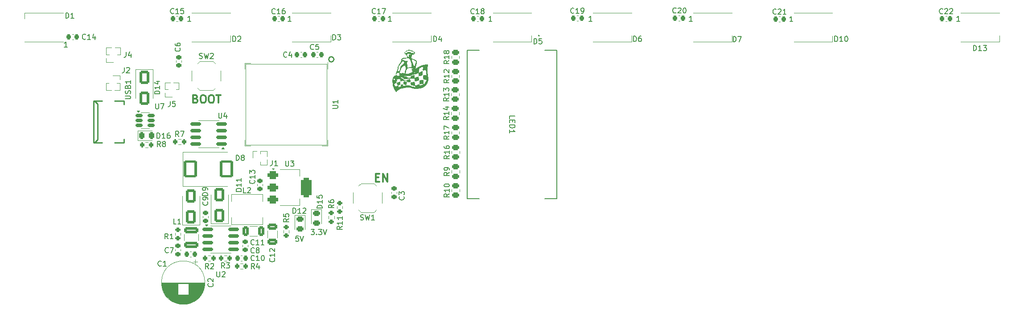
<source format=gbr>
%TF.GenerationSoftware,KiCad,Pcbnew,8.0.5*%
%TF.CreationDate,2025-02-04T15:21:29-08:00*%
%TF.ProjectId,MM36-Dash,4d4d3336-2d44-4617-9368-2e6b69636164,rev?*%
%TF.SameCoordinates,Original*%
%TF.FileFunction,Legend,Top*%
%TF.FilePolarity,Positive*%
%FSLAX46Y46*%
G04 Gerber Fmt 4.6, Leading zero omitted, Abs format (unit mm)*
G04 Created by KiCad (PCBNEW 8.0.5) date 2025-02-04 15:21:29*
%MOMM*%
%LPD*%
G01*
G04 APERTURE LIST*
G04 Aperture macros list*
%AMRoundRect*
0 Rectangle with rounded corners*
0 $1 Rounding radius*
0 $2 $3 $4 $5 $6 $7 $8 $9 X,Y pos of 4 corners*
0 Add a 4 corners polygon primitive as box body*
4,1,4,$2,$3,$4,$5,$6,$7,$8,$9,$2,$3,0*
0 Add four circle primitives for the rounded corners*
1,1,$1+$1,$2,$3*
1,1,$1+$1,$4,$5*
1,1,$1+$1,$6,$7*
1,1,$1+$1,$8,$9*
0 Add four rect primitives between the rounded corners*
20,1,$1+$1,$2,$3,$4,$5,0*
20,1,$1+$1,$4,$5,$6,$7,0*
20,1,$1+$1,$6,$7,$8,$9,0*
20,1,$1+$1,$8,$9,$2,$3,0*%
%AMFreePoly0*
4,1,6,0.600000,-0.600000,-0.600000,-0.600000,-0.600000,0.000000,0.000000,0.600000,0.600000,0.600000,0.600000,-0.600000,0.600000,-0.600000,$1*%
G04 Aperture macros list end*
%ADD10C,0.250000*%
%ADD11C,0.300000*%
%ADD12C,0.200000*%
%ADD13C,0.150000*%
%ADD14C,0.120000*%
%ADD15C,0.254000*%
%ADD16C,0.000000*%
%ADD17C,0.152400*%
%ADD18R,1.000000X1.000000*%
%ADD19O,1.000000X1.000000*%
%ADD20RoundRect,0.243750X-0.243750X-0.456250X0.243750X-0.456250X0.243750X0.456250X-0.243750X0.456250X0*%
%ADD21RoundRect,0.225000X-0.225000X-0.250000X0.225000X-0.250000X0.225000X0.250000X-0.225000X0.250000X0*%
%ADD22RoundRect,0.225000X0.225000X0.250000X-0.225000X0.250000X-0.225000X-0.250000X0.225000X-0.250000X0*%
%ADD23R,1.700000X1.000000*%
%ADD24RoundRect,0.250000X0.450000X-0.262500X0.450000X0.262500X-0.450000X0.262500X-0.450000X-0.262500X0*%
%ADD25RoundRect,0.150000X0.825000X0.150000X-0.825000X0.150000X-0.825000X-0.150000X0.825000X-0.150000X0*%
%ADD26R,1.500000X0.900000*%
%ADD27RoundRect,0.200000X0.200000X0.275000X-0.200000X0.275000X-0.200000X-0.275000X0.200000X-0.275000X0*%
%ADD28RoundRect,0.225000X0.250000X-0.225000X0.250000X0.225000X-0.250000X0.225000X-0.250000X-0.225000X0*%
%ADD29RoundRect,0.200000X-0.275000X0.200000X-0.275000X-0.200000X0.275000X-0.200000X0.275000X0.200000X0*%
%ADD30RoundRect,0.200000X0.275000X-0.200000X0.275000X0.200000X-0.275000X0.200000X-0.275000X-0.200000X0*%
%ADD31RoundRect,0.200000X-0.200000X-0.275000X0.200000X-0.275000X0.200000X0.275000X-0.200000X0.275000X0*%
%ADD32R,0.800000X0.800000*%
%ADD33R,1.200000X1.200000*%
%ADD34FreePoly0,270.000000*%
%ADD35R,0.800000X0.400000*%
%ADD36R,0.400000X0.800000*%
%ADD37RoundRect,0.250000X-0.650000X0.325000X-0.650000X-0.325000X0.650000X-0.325000X0.650000X0.325000X0*%
%ADD38RoundRect,0.243750X-0.456250X0.243750X-0.456250X-0.243750X0.456250X-0.243750X0.456250X0.243750X0*%
%ADD39RoundRect,0.250000X-1.075000X0.375000X-1.075000X-0.375000X1.075000X-0.375000X1.075000X0.375000X0*%
%ADD40RoundRect,0.225000X-0.250000X0.225000X-0.250000X-0.225000X0.250000X-0.225000X0.250000X0.225000X0*%
%ADD41RoundRect,0.250000X0.650000X-1.000000X0.650000X1.000000X-0.650000X1.000000X-0.650000X-1.000000X0*%
%ADD42C,1.600000*%
%ADD43R,1.600000X1.600000*%
%ADD44RoundRect,0.250000X-0.650000X1.000000X-0.650000X-1.000000X0.650000X-1.000000X0.650000X1.000000X0*%
%ADD45RoundRect,0.150000X-0.512500X-0.150000X0.512500X-0.150000X0.512500X0.150000X-0.512500X0.150000X0*%
%ADD46R,1.900000X2.500000*%
%ADD47RoundRect,0.250000X1.000000X-1.400000X1.000000X1.400000X-1.000000X1.400000X-1.000000X-1.400000X0*%
%ADD48R,2.290000X3.000000*%
%ADD49RoundRect,0.150000X-0.825000X-0.150000X0.825000X-0.150000X0.825000X0.150000X-0.825000X0.150000X0*%
%ADD50C,1.200000*%
%ADD51O,2.200000X1.300000*%
%ADD52R,1.250000X0.400000*%
%ADD53RoundRect,0.250000X0.325000X0.650000X-0.325000X0.650000X-0.325000X-0.650000X0.325000X-0.650000X0*%
%ADD54RoundRect,0.375000X-0.625000X-0.375000X0.625000X-0.375000X0.625000X0.375000X-0.625000X0.375000X0*%
%ADD55RoundRect,0.500000X-0.500000X-1.400000X0.500000X-1.400000X0.500000X1.400000X-0.500000X1.400000X0*%
%ADD56C,3.600000*%
%ADD57R,1.651000X2.311400*%
%ADD58C,2.500000*%
%ADD59C,1.650000*%
%ADD60R,1.478000X1.478000*%
%ADD61C,1.478000*%
G04 APERTURE END LIST*
D10*
X172480000Y-128810000D02*
G75*
G02*
X171480000Y-128810000I-500000J0D01*
G01*
X171480000Y-128810000D02*
G75*
G02*
X172480000Y-128810000I500000J0D01*
G01*
D11*
X146204510Y-136315114D02*
X146418796Y-136386542D01*
X146418796Y-136386542D02*
X146490225Y-136457971D01*
X146490225Y-136457971D02*
X146561653Y-136600828D01*
X146561653Y-136600828D02*
X146561653Y-136815114D01*
X146561653Y-136815114D02*
X146490225Y-136957971D01*
X146490225Y-136957971D02*
X146418796Y-137029400D01*
X146418796Y-137029400D02*
X146275939Y-137100828D01*
X146275939Y-137100828D02*
X145704510Y-137100828D01*
X145704510Y-137100828D02*
X145704510Y-135600828D01*
X145704510Y-135600828D02*
X146204510Y-135600828D01*
X146204510Y-135600828D02*
X146347368Y-135672257D01*
X146347368Y-135672257D02*
X146418796Y-135743685D01*
X146418796Y-135743685D02*
X146490225Y-135886542D01*
X146490225Y-135886542D02*
X146490225Y-136029400D01*
X146490225Y-136029400D02*
X146418796Y-136172257D01*
X146418796Y-136172257D02*
X146347368Y-136243685D01*
X146347368Y-136243685D02*
X146204510Y-136315114D01*
X146204510Y-136315114D02*
X145704510Y-136315114D01*
X147490225Y-135600828D02*
X147775939Y-135600828D01*
X147775939Y-135600828D02*
X147918796Y-135672257D01*
X147918796Y-135672257D02*
X148061653Y-135815114D01*
X148061653Y-135815114D02*
X148133082Y-136100828D01*
X148133082Y-136100828D02*
X148133082Y-136600828D01*
X148133082Y-136600828D02*
X148061653Y-136886542D01*
X148061653Y-136886542D02*
X147918796Y-137029400D01*
X147918796Y-137029400D02*
X147775939Y-137100828D01*
X147775939Y-137100828D02*
X147490225Y-137100828D01*
X147490225Y-137100828D02*
X147347368Y-137029400D01*
X147347368Y-137029400D02*
X147204510Y-136886542D01*
X147204510Y-136886542D02*
X147133082Y-136600828D01*
X147133082Y-136600828D02*
X147133082Y-136100828D01*
X147133082Y-136100828D02*
X147204510Y-135815114D01*
X147204510Y-135815114D02*
X147347368Y-135672257D01*
X147347368Y-135672257D02*
X147490225Y-135600828D01*
X149061654Y-135600828D02*
X149347368Y-135600828D01*
X149347368Y-135600828D02*
X149490225Y-135672257D01*
X149490225Y-135672257D02*
X149633082Y-135815114D01*
X149633082Y-135815114D02*
X149704511Y-136100828D01*
X149704511Y-136100828D02*
X149704511Y-136600828D01*
X149704511Y-136600828D02*
X149633082Y-136886542D01*
X149633082Y-136886542D02*
X149490225Y-137029400D01*
X149490225Y-137029400D02*
X149347368Y-137100828D01*
X149347368Y-137100828D02*
X149061654Y-137100828D01*
X149061654Y-137100828D02*
X148918797Y-137029400D01*
X148918797Y-137029400D02*
X148775939Y-136886542D01*
X148775939Y-136886542D02*
X148704511Y-136600828D01*
X148704511Y-136600828D02*
X148704511Y-136100828D01*
X148704511Y-136100828D02*
X148775939Y-135815114D01*
X148775939Y-135815114D02*
X148918797Y-135672257D01*
X148918797Y-135672257D02*
X149061654Y-135600828D01*
X150133083Y-135600828D02*
X150990226Y-135600828D01*
X150561654Y-137100828D02*
X150561654Y-135600828D01*
D12*
X165745863Y-162467219D02*
X165269673Y-162467219D01*
X165269673Y-162467219D02*
X165222054Y-162943409D01*
X165222054Y-162943409D02*
X165269673Y-162895790D01*
X165269673Y-162895790D02*
X165364911Y-162848171D01*
X165364911Y-162848171D02*
X165603006Y-162848171D01*
X165603006Y-162848171D02*
X165698244Y-162895790D01*
X165698244Y-162895790D02*
X165745863Y-162943409D01*
X165745863Y-162943409D02*
X165793482Y-163038647D01*
X165793482Y-163038647D02*
X165793482Y-163276742D01*
X165793482Y-163276742D02*
X165745863Y-163371980D01*
X165745863Y-163371980D02*
X165698244Y-163419600D01*
X165698244Y-163419600D02*
X165603006Y-163467219D01*
X165603006Y-163467219D02*
X165364911Y-163467219D01*
X165364911Y-163467219D02*
X165269673Y-163419600D01*
X165269673Y-163419600D02*
X165222054Y-163371980D01*
X166079197Y-162467219D02*
X166412530Y-163467219D01*
X166412530Y-163467219D02*
X166745863Y-162467219D01*
D11*
X180414510Y-151325114D02*
X180914510Y-151325114D01*
X181128796Y-152110828D02*
X180414510Y-152110828D01*
X180414510Y-152110828D02*
X180414510Y-150610828D01*
X180414510Y-150610828D02*
X181128796Y-150610828D01*
X181771653Y-152110828D02*
X181771653Y-150610828D01*
X181771653Y-150610828D02*
X182628796Y-152110828D01*
X182628796Y-152110828D02*
X182628796Y-150610828D01*
D12*
X168124435Y-161217219D02*
X168743482Y-161217219D01*
X168743482Y-161217219D02*
X168410149Y-161598171D01*
X168410149Y-161598171D02*
X168553006Y-161598171D01*
X168553006Y-161598171D02*
X168648244Y-161645790D01*
X168648244Y-161645790D02*
X168695863Y-161693409D01*
X168695863Y-161693409D02*
X168743482Y-161788647D01*
X168743482Y-161788647D02*
X168743482Y-162026742D01*
X168743482Y-162026742D02*
X168695863Y-162121980D01*
X168695863Y-162121980D02*
X168648244Y-162169600D01*
X168648244Y-162169600D02*
X168553006Y-162217219D01*
X168553006Y-162217219D02*
X168267292Y-162217219D01*
X168267292Y-162217219D02*
X168172054Y-162169600D01*
X168172054Y-162169600D02*
X168124435Y-162121980D01*
X169172054Y-162121980D02*
X169219673Y-162169600D01*
X169219673Y-162169600D02*
X169172054Y-162217219D01*
X169172054Y-162217219D02*
X169124435Y-162169600D01*
X169124435Y-162169600D02*
X169172054Y-162121980D01*
X169172054Y-162121980D02*
X169172054Y-162217219D01*
X169553006Y-161217219D02*
X170172053Y-161217219D01*
X170172053Y-161217219D02*
X169838720Y-161598171D01*
X169838720Y-161598171D02*
X169981577Y-161598171D01*
X169981577Y-161598171D02*
X170076815Y-161645790D01*
X170076815Y-161645790D02*
X170124434Y-161693409D01*
X170124434Y-161693409D02*
X170172053Y-161788647D01*
X170172053Y-161788647D02*
X170172053Y-162026742D01*
X170172053Y-162026742D02*
X170124434Y-162121980D01*
X170124434Y-162121980D02*
X170076815Y-162169600D01*
X170076815Y-162169600D02*
X169981577Y-162217219D01*
X169981577Y-162217219D02*
X169695863Y-162217219D01*
X169695863Y-162217219D02*
X169600625Y-162169600D01*
X169600625Y-162169600D02*
X169553006Y-162121980D01*
X170457768Y-161217219D02*
X170791101Y-162217219D01*
X170791101Y-162217219D02*
X171124434Y-161217219D01*
D13*
X141366666Y-136789819D02*
X141366666Y-137504104D01*
X141366666Y-137504104D02*
X141319047Y-137646961D01*
X141319047Y-137646961D02*
X141223809Y-137742200D01*
X141223809Y-137742200D02*
X141080952Y-137789819D01*
X141080952Y-137789819D02*
X140985714Y-137789819D01*
X142319047Y-136789819D02*
X141842857Y-136789819D01*
X141842857Y-136789819D02*
X141795238Y-137266009D01*
X141795238Y-137266009D02*
X141842857Y-137218390D01*
X141842857Y-137218390D02*
X141938095Y-137170771D01*
X141938095Y-137170771D02*
X142176190Y-137170771D01*
X142176190Y-137170771D02*
X142271428Y-137218390D01*
X142271428Y-137218390D02*
X142319047Y-137266009D01*
X142319047Y-137266009D02*
X142366666Y-137361247D01*
X142366666Y-137361247D02*
X142366666Y-137599342D01*
X142366666Y-137599342D02*
X142319047Y-137694580D01*
X142319047Y-137694580D02*
X142271428Y-137742200D01*
X142271428Y-137742200D02*
X142176190Y-137789819D01*
X142176190Y-137789819D02*
X141938095Y-137789819D01*
X141938095Y-137789819D02*
X141842857Y-137742200D01*
X141842857Y-137742200D02*
X141795238Y-137694580D01*
X160766666Y-148054819D02*
X160766666Y-148769104D01*
X160766666Y-148769104D02*
X160719047Y-148911961D01*
X160719047Y-148911961D02*
X160623809Y-149007200D01*
X160623809Y-149007200D02*
X160480952Y-149054819D01*
X160480952Y-149054819D02*
X160385714Y-149054819D01*
X161766666Y-149054819D02*
X161195238Y-149054819D01*
X161480952Y-149054819D02*
X161480952Y-148054819D01*
X161480952Y-148054819D02*
X161385714Y-148197676D01*
X161385714Y-148197676D02*
X161290476Y-148292914D01*
X161290476Y-148292914D02*
X161195238Y-148340533D01*
X138885714Y-143854819D02*
X138885714Y-142854819D01*
X138885714Y-142854819D02*
X139123809Y-142854819D01*
X139123809Y-142854819D02*
X139266666Y-142902438D01*
X139266666Y-142902438D02*
X139361904Y-142997676D01*
X139361904Y-142997676D02*
X139409523Y-143092914D01*
X139409523Y-143092914D02*
X139457142Y-143283390D01*
X139457142Y-143283390D02*
X139457142Y-143426247D01*
X139457142Y-143426247D02*
X139409523Y-143616723D01*
X139409523Y-143616723D02*
X139361904Y-143711961D01*
X139361904Y-143711961D02*
X139266666Y-143807200D01*
X139266666Y-143807200D02*
X139123809Y-143854819D01*
X139123809Y-143854819D02*
X138885714Y-143854819D01*
X140409523Y-143854819D02*
X139838095Y-143854819D01*
X140123809Y-143854819D02*
X140123809Y-142854819D01*
X140123809Y-142854819D02*
X140028571Y-142997676D01*
X140028571Y-142997676D02*
X139933333Y-143092914D01*
X139933333Y-143092914D02*
X139838095Y-143140533D01*
X141266666Y-142854819D02*
X141076190Y-142854819D01*
X141076190Y-142854819D02*
X140980952Y-142902438D01*
X140980952Y-142902438D02*
X140933333Y-142950057D01*
X140933333Y-142950057D02*
X140838095Y-143092914D01*
X140838095Y-143092914D02*
X140790476Y-143283390D01*
X140790476Y-143283390D02*
X140790476Y-143664342D01*
X140790476Y-143664342D02*
X140838095Y-143759580D01*
X140838095Y-143759580D02*
X140885714Y-143807200D01*
X140885714Y-143807200D02*
X140980952Y-143854819D01*
X140980952Y-143854819D02*
X141171428Y-143854819D01*
X141171428Y-143854819D02*
X141266666Y-143807200D01*
X141266666Y-143807200D02*
X141314285Y-143759580D01*
X141314285Y-143759580D02*
X141361904Y-143664342D01*
X141361904Y-143664342D02*
X141361904Y-143426247D01*
X141361904Y-143426247D02*
X141314285Y-143331009D01*
X141314285Y-143331009D02*
X141266666Y-143283390D01*
X141266666Y-143283390D02*
X141171428Y-143235771D01*
X141171428Y-143235771D02*
X140980952Y-143235771D01*
X140980952Y-143235771D02*
X140885714Y-143283390D01*
X140885714Y-143283390D02*
X140838095Y-143331009D01*
X140838095Y-143331009D02*
X140790476Y-143426247D01*
X256457142Y-120109580D02*
X256409523Y-120157200D01*
X256409523Y-120157200D02*
X256266666Y-120204819D01*
X256266666Y-120204819D02*
X256171428Y-120204819D01*
X256171428Y-120204819D02*
X256028571Y-120157200D01*
X256028571Y-120157200D02*
X255933333Y-120061961D01*
X255933333Y-120061961D02*
X255885714Y-119966723D01*
X255885714Y-119966723D02*
X255838095Y-119776247D01*
X255838095Y-119776247D02*
X255838095Y-119633390D01*
X255838095Y-119633390D02*
X255885714Y-119442914D01*
X255885714Y-119442914D02*
X255933333Y-119347676D01*
X255933333Y-119347676D02*
X256028571Y-119252438D01*
X256028571Y-119252438D02*
X256171428Y-119204819D01*
X256171428Y-119204819D02*
X256266666Y-119204819D01*
X256266666Y-119204819D02*
X256409523Y-119252438D01*
X256409523Y-119252438D02*
X256457142Y-119300057D01*
X256838095Y-119300057D02*
X256885714Y-119252438D01*
X256885714Y-119252438D02*
X256980952Y-119204819D01*
X256980952Y-119204819D02*
X257219047Y-119204819D01*
X257219047Y-119204819D02*
X257314285Y-119252438D01*
X257314285Y-119252438D02*
X257361904Y-119300057D01*
X257361904Y-119300057D02*
X257409523Y-119395295D01*
X257409523Y-119395295D02*
X257409523Y-119490533D01*
X257409523Y-119490533D02*
X257361904Y-119633390D01*
X257361904Y-119633390D02*
X256790476Y-120204819D01*
X256790476Y-120204819D02*
X257409523Y-120204819D01*
X258361904Y-120204819D02*
X257790476Y-120204819D01*
X258076190Y-120204819D02*
X258076190Y-119204819D01*
X258076190Y-119204819D02*
X257980952Y-119347676D01*
X257980952Y-119347676D02*
X257885714Y-119442914D01*
X257885714Y-119442914D02*
X257790476Y-119490533D01*
X141033333Y-165559580D02*
X140985714Y-165607200D01*
X140985714Y-165607200D02*
X140842857Y-165654819D01*
X140842857Y-165654819D02*
X140747619Y-165654819D01*
X140747619Y-165654819D02*
X140604762Y-165607200D01*
X140604762Y-165607200D02*
X140509524Y-165511961D01*
X140509524Y-165511961D02*
X140461905Y-165416723D01*
X140461905Y-165416723D02*
X140414286Y-165226247D01*
X140414286Y-165226247D02*
X140414286Y-165083390D01*
X140414286Y-165083390D02*
X140461905Y-164892914D01*
X140461905Y-164892914D02*
X140509524Y-164797676D01*
X140509524Y-164797676D02*
X140604762Y-164702438D01*
X140604762Y-164702438D02*
X140747619Y-164654819D01*
X140747619Y-164654819D02*
X140842857Y-164654819D01*
X140842857Y-164654819D02*
X140985714Y-164702438D01*
X140985714Y-164702438D02*
X141033333Y-164750057D01*
X141366667Y-164654819D02*
X142033333Y-164654819D01*
X142033333Y-164654819D02*
X141604762Y-165654819D01*
X177516667Y-159357200D02*
X177659524Y-159404819D01*
X177659524Y-159404819D02*
X177897619Y-159404819D01*
X177897619Y-159404819D02*
X177992857Y-159357200D01*
X177992857Y-159357200D02*
X178040476Y-159309580D01*
X178040476Y-159309580D02*
X178088095Y-159214342D01*
X178088095Y-159214342D02*
X178088095Y-159119104D01*
X178088095Y-159119104D02*
X178040476Y-159023866D01*
X178040476Y-159023866D02*
X177992857Y-158976247D01*
X177992857Y-158976247D02*
X177897619Y-158928628D01*
X177897619Y-158928628D02*
X177707143Y-158881009D01*
X177707143Y-158881009D02*
X177611905Y-158833390D01*
X177611905Y-158833390D02*
X177564286Y-158785771D01*
X177564286Y-158785771D02*
X177516667Y-158690533D01*
X177516667Y-158690533D02*
X177516667Y-158595295D01*
X177516667Y-158595295D02*
X177564286Y-158500057D01*
X177564286Y-158500057D02*
X177611905Y-158452438D01*
X177611905Y-158452438D02*
X177707143Y-158404819D01*
X177707143Y-158404819D02*
X177945238Y-158404819D01*
X177945238Y-158404819D02*
X178088095Y-158452438D01*
X178421429Y-158404819D02*
X178659524Y-159404819D01*
X178659524Y-159404819D02*
X178850000Y-158690533D01*
X178850000Y-158690533D02*
X179040476Y-159404819D01*
X179040476Y-159404819D02*
X179278572Y-158404819D01*
X180183333Y-159404819D02*
X179611905Y-159404819D01*
X179897619Y-159404819D02*
X179897619Y-158404819D01*
X179897619Y-158404819D02*
X179802381Y-158547676D01*
X179802381Y-158547676D02*
X179707143Y-158642914D01*
X179707143Y-158642914D02*
X179611905Y-158690533D01*
X180357142Y-120009580D02*
X180309523Y-120057200D01*
X180309523Y-120057200D02*
X180166666Y-120104819D01*
X180166666Y-120104819D02*
X180071428Y-120104819D01*
X180071428Y-120104819D02*
X179928571Y-120057200D01*
X179928571Y-120057200D02*
X179833333Y-119961961D01*
X179833333Y-119961961D02*
X179785714Y-119866723D01*
X179785714Y-119866723D02*
X179738095Y-119676247D01*
X179738095Y-119676247D02*
X179738095Y-119533390D01*
X179738095Y-119533390D02*
X179785714Y-119342914D01*
X179785714Y-119342914D02*
X179833333Y-119247676D01*
X179833333Y-119247676D02*
X179928571Y-119152438D01*
X179928571Y-119152438D02*
X180071428Y-119104819D01*
X180071428Y-119104819D02*
X180166666Y-119104819D01*
X180166666Y-119104819D02*
X180309523Y-119152438D01*
X180309523Y-119152438D02*
X180357142Y-119200057D01*
X181309523Y-120104819D02*
X180738095Y-120104819D01*
X181023809Y-120104819D02*
X181023809Y-119104819D01*
X181023809Y-119104819D02*
X180928571Y-119247676D01*
X180928571Y-119247676D02*
X180833333Y-119342914D01*
X180833333Y-119342914D02*
X180738095Y-119390533D01*
X181642857Y-119104819D02*
X182309523Y-119104819D01*
X182309523Y-119104819D02*
X181880952Y-120104819D01*
X237457142Y-119909580D02*
X237409523Y-119957200D01*
X237409523Y-119957200D02*
X237266666Y-120004819D01*
X237266666Y-120004819D02*
X237171428Y-120004819D01*
X237171428Y-120004819D02*
X237028571Y-119957200D01*
X237028571Y-119957200D02*
X236933333Y-119861961D01*
X236933333Y-119861961D02*
X236885714Y-119766723D01*
X236885714Y-119766723D02*
X236838095Y-119576247D01*
X236838095Y-119576247D02*
X236838095Y-119433390D01*
X236838095Y-119433390D02*
X236885714Y-119242914D01*
X236885714Y-119242914D02*
X236933333Y-119147676D01*
X236933333Y-119147676D02*
X237028571Y-119052438D01*
X237028571Y-119052438D02*
X237171428Y-119004819D01*
X237171428Y-119004819D02*
X237266666Y-119004819D01*
X237266666Y-119004819D02*
X237409523Y-119052438D01*
X237409523Y-119052438D02*
X237457142Y-119100057D01*
X237838095Y-119100057D02*
X237885714Y-119052438D01*
X237885714Y-119052438D02*
X237980952Y-119004819D01*
X237980952Y-119004819D02*
X238219047Y-119004819D01*
X238219047Y-119004819D02*
X238314285Y-119052438D01*
X238314285Y-119052438D02*
X238361904Y-119100057D01*
X238361904Y-119100057D02*
X238409523Y-119195295D01*
X238409523Y-119195295D02*
X238409523Y-119290533D01*
X238409523Y-119290533D02*
X238361904Y-119433390D01*
X238361904Y-119433390D02*
X237790476Y-120004819D01*
X237790476Y-120004819D02*
X238409523Y-120004819D01*
X239028571Y-119004819D02*
X239123809Y-119004819D01*
X239123809Y-119004819D02*
X239219047Y-119052438D01*
X239219047Y-119052438D02*
X239266666Y-119100057D01*
X239266666Y-119100057D02*
X239314285Y-119195295D01*
X239314285Y-119195295D02*
X239361904Y-119385771D01*
X239361904Y-119385771D02*
X239361904Y-119623866D01*
X239361904Y-119623866D02*
X239314285Y-119814342D01*
X239314285Y-119814342D02*
X239266666Y-119909580D01*
X239266666Y-119909580D02*
X239219047Y-119957200D01*
X239219047Y-119957200D02*
X239123809Y-120004819D01*
X239123809Y-120004819D02*
X239028571Y-120004819D01*
X239028571Y-120004819D02*
X238933333Y-119957200D01*
X238933333Y-119957200D02*
X238885714Y-119909580D01*
X238885714Y-119909580D02*
X238838095Y-119814342D01*
X238838095Y-119814342D02*
X238790476Y-119623866D01*
X238790476Y-119623866D02*
X238790476Y-119385771D01*
X238790476Y-119385771D02*
X238838095Y-119195295D01*
X238838095Y-119195295D02*
X238885714Y-119100057D01*
X238885714Y-119100057D02*
X238933333Y-119052438D01*
X238933333Y-119052438D02*
X239028571Y-119004819D01*
X194404819Y-150354166D02*
X193928628Y-150687499D01*
X194404819Y-150925594D02*
X193404819Y-150925594D01*
X193404819Y-150925594D02*
X193404819Y-150544642D01*
X193404819Y-150544642D02*
X193452438Y-150449404D01*
X193452438Y-150449404D02*
X193500057Y-150401785D01*
X193500057Y-150401785D02*
X193595295Y-150354166D01*
X193595295Y-150354166D02*
X193738152Y-150354166D01*
X193738152Y-150354166D02*
X193833390Y-150401785D01*
X193833390Y-150401785D02*
X193881009Y-150449404D01*
X193881009Y-150449404D02*
X193928628Y-150544642D01*
X193928628Y-150544642D02*
X193928628Y-150925594D01*
X194404819Y-149877975D02*
X194404819Y-149687499D01*
X194404819Y-149687499D02*
X194357200Y-149592261D01*
X194357200Y-149592261D02*
X194309580Y-149544642D01*
X194309580Y-149544642D02*
X194166723Y-149449404D01*
X194166723Y-149449404D02*
X193976247Y-149401785D01*
X193976247Y-149401785D02*
X193595295Y-149401785D01*
X193595295Y-149401785D02*
X193500057Y-149449404D01*
X193500057Y-149449404D02*
X193452438Y-149497023D01*
X193452438Y-149497023D02*
X193404819Y-149592261D01*
X193404819Y-149592261D02*
X193404819Y-149782737D01*
X193404819Y-149782737D02*
X193452438Y-149877975D01*
X193452438Y-149877975D02*
X193500057Y-149925594D01*
X193500057Y-149925594D02*
X193595295Y-149973213D01*
X193595295Y-149973213D02*
X193833390Y-149973213D01*
X193833390Y-149973213D02*
X193928628Y-149925594D01*
X193928628Y-149925594D02*
X193976247Y-149877975D01*
X193976247Y-149877975D02*
X194023866Y-149782737D01*
X194023866Y-149782737D02*
X194023866Y-149592261D01*
X194023866Y-149592261D02*
X193976247Y-149497023D01*
X193976247Y-149497023D02*
X193928628Y-149449404D01*
X193928628Y-149449404D02*
X193833390Y-149401785D01*
X288107142Y-120059580D02*
X288059523Y-120107200D01*
X288059523Y-120107200D02*
X287916666Y-120154819D01*
X287916666Y-120154819D02*
X287821428Y-120154819D01*
X287821428Y-120154819D02*
X287678571Y-120107200D01*
X287678571Y-120107200D02*
X287583333Y-120011961D01*
X287583333Y-120011961D02*
X287535714Y-119916723D01*
X287535714Y-119916723D02*
X287488095Y-119726247D01*
X287488095Y-119726247D02*
X287488095Y-119583390D01*
X287488095Y-119583390D02*
X287535714Y-119392914D01*
X287535714Y-119392914D02*
X287583333Y-119297676D01*
X287583333Y-119297676D02*
X287678571Y-119202438D01*
X287678571Y-119202438D02*
X287821428Y-119154819D01*
X287821428Y-119154819D02*
X287916666Y-119154819D01*
X287916666Y-119154819D02*
X288059523Y-119202438D01*
X288059523Y-119202438D02*
X288107142Y-119250057D01*
X288488095Y-119250057D02*
X288535714Y-119202438D01*
X288535714Y-119202438D02*
X288630952Y-119154819D01*
X288630952Y-119154819D02*
X288869047Y-119154819D01*
X288869047Y-119154819D02*
X288964285Y-119202438D01*
X288964285Y-119202438D02*
X289011904Y-119250057D01*
X289011904Y-119250057D02*
X289059523Y-119345295D01*
X289059523Y-119345295D02*
X289059523Y-119440533D01*
X289059523Y-119440533D02*
X289011904Y-119583390D01*
X289011904Y-119583390D02*
X288440476Y-120154819D01*
X288440476Y-120154819D02*
X289059523Y-120154819D01*
X289440476Y-119250057D02*
X289488095Y-119202438D01*
X289488095Y-119202438D02*
X289583333Y-119154819D01*
X289583333Y-119154819D02*
X289821428Y-119154819D01*
X289821428Y-119154819D02*
X289916666Y-119202438D01*
X289916666Y-119202438D02*
X289964285Y-119250057D01*
X289964285Y-119250057D02*
X290011904Y-119345295D01*
X290011904Y-119345295D02*
X290011904Y-119440533D01*
X290011904Y-119440533D02*
X289964285Y-119583390D01*
X289964285Y-119583390D02*
X289392857Y-120154819D01*
X289392857Y-120154819D02*
X290011904Y-120154819D01*
X150588095Y-139004819D02*
X150588095Y-139814342D01*
X150588095Y-139814342D02*
X150635714Y-139909580D01*
X150635714Y-139909580D02*
X150683333Y-139957200D01*
X150683333Y-139957200D02*
X150778571Y-140004819D01*
X150778571Y-140004819D02*
X150969047Y-140004819D01*
X150969047Y-140004819D02*
X151064285Y-139957200D01*
X151064285Y-139957200D02*
X151111904Y-139909580D01*
X151111904Y-139909580D02*
X151159523Y-139814342D01*
X151159523Y-139814342D02*
X151159523Y-139004819D01*
X152064285Y-139338152D02*
X152064285Y-140004819D01*
X151826190Y-138957200D02*
X151588095Y-139671485D01*
X151588095Y-139671485D02*
X152207142Y-139671485D01*
X229361905Y-125404819D02*
X229361905Y-124404819D01*
X229361905Y-124404819D02*
X229600000Y-124404819D01*
X229600000Y-124404819D02*
X229742857Y-124452438D01*
X229742857Y-124452438D02*
X229838095Y-124547676D01*
X229838095Y-124547676D02*
X229885714Y-124642914D01*
X229885714Y-124642914D02*
X229933333Y-124833390D01*
X229933333Y-124833390D02*
X229933333Y-124976247D01*
X229933333Y-124976247D02*
X229885714Y-125166723D01*
X229885714Y-125166723D02*
X229838095Y-125261961D01*
X229838095Y-125261961D02*
X229742857Y-125357200D01*
X229742857Y-125357200D02*
X229600000Y-125404819D01*
X229600000Y-125404819D02*
X229361905Y-125404819D01*
X230790476Y-124404819D02*
X230600000Y-124404819D01*
X230600000Y-124404819D02*
X230504762Y-124452438D01*
X230504762Y-124452438D02*
X230457143Y-124500057D01*
X230457143Y-124500057D02*
X230361905Y-124642914D01*
X230361905Y-124642914D02*
X230314286Y-124833390D01*
X230314286Y-124833390D02*
X230314286Y-125214342D01*
X230314286Y-125214342D02*
X230361905Y-125309580D01*
X230361905Y-125309580D02*
X230409524Y-125357200D01*
X230409524Y-125357200D02*
X230504762Y-125404819D01*
X230504762Y-125404819D02*
X230695238Y-125404819D01*
X230695238Y-125404819D02*
X230790476Y-125357200D01*
X230790476Y-125357200D02*
X230838095Y-125309580D01*
X230838095Y-125309580D02*
X230885714Y-125214342D01*
X230885714Y-125214342D02*
X230885714Y-124976247D01*
X230885714Y-124976247D02*
X230838095Y-124881009D01*
X230838095Y-124881009D02*
X230790476Y-124833390D01*
X230790476Y-124833390D02*
X230695238Y-124785771D01*
X230695238Y-124785771D02*
X230504762Y-124785771D01*
X230504762Y-124785771D02*
X230409524Y-124833390D01*
X230409524Y-124833390D02*
X230361905Y-124881009D01*
X230361905Y-124881009D02*
X230314286Y-124976247D01*
X221485714Y-121554819D02*
X220914286Y-121554819D01*
X221200000Y-121554819D02*
X221200000Y-120554819D01*
X221200000Y-120554819D02*
X221104762Y-120697676D01*
X221104762Y-120697676D02*
X221009524Y-120792914D01*
X221009524Y-120792914D02*
X220914286Y-120840533D01*
X151708333Y-168582168D02*
X151375000Y-168105977D01*
X151136905Y-168582168D02*
X151136905Y-167582168D01*
X151136905Y-167582168D02*
X151517857Y-167582168D01*
X151517857Y-167582168D02*
X151613095Y-167629787D01*
X151613095Y-167629787D02*
X151660714Y-167677406D01*
X151660714Y-167677406D02*
X151708333Y-167772644D01*
X151708333Y-167772644D02*
X151708333Y-167915501D01*
X151708333Y-167915501D02*
X151660714Y-168010739D01*
X151660714Y-168010739D02*
X151613095Y-168058358D01*
X151613095Y-168058358D02*
X151517857Y-168105977D01*
X151517857Y-168105977D02*
X151136905Y-168105977D01*
X152041667Y-167582168D02*
X152660714Y-167582168D01*
X152660714Y-167582168D02*
X152327381Y-167963120D01*
X152327381Y-167963120D02*
X152470238Y-167963120D01*
X152470238Y-167963120D02*
X152565476Y-168010739D01*
X152565476Y-168010739D02*
X152613095Y-168058358D01*
X152613095Y-168058358D02*
X152660714Y-168153596D01*
X152660714Y-168153596D02*
X152660714Y-168391691D01*
X152660714Y-168391691D02*
X152613095Y-168486929D01*
X152613095Y-168486929D02*
X152565476Y-168534549D01*
X152565476Y-168534549D02*
X152470238Y-168582168D01*
X152470238Y-168582168D02*
X152184524Y-168582168D01*
X152184524Y-168582168D02*
X152089286Y-168534549D01*
X152089286Y-168534549D02*
X152041667Y-168486929D01*
X168633333Y-126839580D02*
X168585714Y-126887200D01*
X168585714Y-126887200D02*
X168442857Y-126934819D01*
X168442857Y-126934819D02*
X168347619Y-126934819D01*
X168347619Y-126934819D02*
X168204762Y-126887200D01*
X168204762Y-126887200D02*
X168109524Y-126791961D01*
X168109524Y-126791961D02*
X168061905Y-126696723D01*
X168061905Y-126696723D02*
X168014286Y-126506247D01*
X168014286Y-126506247D02*
X168014286Y-126363390D01*
X168014286Y-126363390D02*
X168061905Y-126172914D01*
X168061905Y-126172914D02*
X168109524Y-126077676D01*
X168109524Y-126077676D02*
X168204762Y-125982438D01*
X168204762Y-125982438D02*
X168347619Y-125934819D01*
X168347619Y-125934819D02*
X168442857Y-125934819D01*
X168442857Y-125934819D02*
X168585714Y-125982438D01*
X168585714Y-125982438D02*
X168633333Y-126030057D01*
X169538095Y-125934819D02*
X169061905Y-125934819D01*
X169061905Y-125934819D02*
X169014286Y-126411009D01*
X169014286Y-126411009D02*
X169061905Y-126363390D01*
X169061905Y-126363390D02*
X169157143Y-126315771D01*
X169157143Y-126315771D02*
X169395238Y-126315771D01*
X169395238Y-126315771D02*
X169490476Y-126363390D01*
X169490476Y-126363390D02*
X169538095Y-126411009D01*
X169538095Y-126411009D02*
X169585714Y-126506247D01*
X169585714Y-126506247D02*
X169585714Y-126744342D01*
X169585714Y-126744342D02*
X169538095Y-126839580D01*
X169538095Y-126839580D02*
X169490476Y-126887200D01*
X169490476Y-126887200D02*
X169395238Y-126934819D01*
X169395238Y-126934819D02*
X169157143Y-126934819D01*
X169157143Y-126934819D02*
X169061905Y-126887200D01*
X169061905Y-126887200D02*
X169014286Y-126839580D01*
X157359580Y-151842857D02*
X157407200Y-151890476D01*
X157407200Y-151890476D02*
X157454819Y-152033333D01*
X157454819Y-152033333D02*
X157454819Y-152128571D01*
X157454819Y-152128571D02*
X157407200Y-152271428D01*
X157407200Y-152271428D02*
X157311961Y-152366666D01*
X157311961Y-152366666D02*
X157216723Y-152414285D01*
X157216723Y-152414285D02*
X157026247Y-152461904D01*
X157026247Y-152461904D02*
X156883390Y-152461904D01*
X156883390Y-152461904D02*
X156692914Y-152414285D01*
X156692914Y-152414285D02*
X156597676Y-152366666D01*
X156597676Y-152366666D02*
X156502438Y-152271428D01*
X156502438Y-152271428D02*
X156454819Y-152128571D01*
X156454819Y-152128571D02*
X156454819Y-152033333D01*
X156454819Y-152033333D02*
X156502438Y-151890476D01*
X156502438Y-151890476D02*
X156550057Y-151842857D01*
X157454819Y-150890476D02*
X157454819Y-151461904D01*
X157454819Y-151176190D02*
X156454819Y-151176190D01*
X156454819Y-151176190D02*
X156597676Y-151271428D01*
X156597676Y-151271428D02*
X156692914Y-151366666D01*
X156692914Y-151366666D02*
X156740533Y-151461904D01*
X156454819Y-150557142D02*
X156454819Y-149938095D01*
X156454819Y-149938095D02*
X156835771Y-150271428D01*
X156835771Y-150271428D02*
X156835771Y-150128571D01*
X156835771Y-150128571D02*
X156883390Y-150033333D01*
X156883390Y-150033333D02*
X156931009Y-149985714D01*
X156931009Y-149985714D02*
X157026247Y-149938095D01*
X157026247Y-149938095D02*
X157264342Y-149938095D01*
X157264342Y-149938095D02*
X157359580Y-149985714D01*
X157359580Y-149985714D02*
X157407200Y-150033333D01*
X157407200Y-150033333D02*
X157454819Y-150128571D01*
X157454819Y-150128571D02*
X157454819Y-150414285D01*
X157454819Y-150414285D02*
X157407200Y-150509523D01*
X157407200Y-150509523D02*
X157359580Y-150557142D01*
X163904819Y-159166666D02*
X163428628Y-159499999D01*
X163904819Y-159738094D02*
X162904819Y-159738094D01*
X162904819Y-159738094D02*
X162904819Y-159357142D01*
X162904819Y-159357142D02*
X162952438Y-159261904D01*
X162952438Y-159261904D02*
X163000057Y-159214285D01*
X163000057Y-159214285D02*
X163095295Y-159166666D01*
X163095295Y-159166666D02*
X163238152Y-159166666D01*
X163238152Y-159166666D02*
X163333390Y-159214285D01*
X163333390Y-159214285D02*
X163381009Y-159261904D01*
X163381009Y-159261904D02*
X163428628Y-159357142D01*
X163428628Y-159357142D02*
X163428628Y-159738094D01*
X162904819Y-158261904D02*
X162904819Y-158738094D01*
X162904819Y-158738094D02*
X163381009Y-158785713D01*
X163381009Y-158785713D02*
X163333390Y-158738094D01*
X163333390Y-158738094D02*
X163285771Y-158642856D01*
X163285771Y-158642856D02*
X163285771Y-158404761D01*
X163285771Y-158404761D02*
X163333390Y-158309523D01*
X163333390Y-158309523D02*
X163381009Y-158261904D01*
X163381009Y-158261904D02*
X163476247Y-158214285D01*
X163476247Y-158214285D02*
X163714342Y-158214285D01*
X163714342Y-158214285D02*
X163809580Y-158261904D01*
X163809580Y-158261904D02*
X163857200Y-158309523D01*
X163857200Y-158309523D02*
X163904819Y-158404761D01*
X163904819Y-158404761D02*
X163904819Y-158642856D01*
X163904819Y-158642856D02*
X163857200Y-158738094D01*
X163857200Y-158738094D02*
X163809580Y-158785713D01*
X174054819Y-160642857D02*
X173578628Y-160976190D01*
X174054819Y-161214285D02*
X173054819Y-161214285D01*
X173054819Y-161214285D02*
X173054819Y-160833333D01*
X173054819Y-160833333D02*
X173102438Y-160738095D01*
X173102438Y-160738095D02*
X173150057Y-160690476D01*
X173150057Y-160690476D02*
X173245295Y-160642857D01*
X173245295Y-160642857D02*
X173388152Y-160642857D01*
X173388152Y-160642857D02*
X173483390Y-160690476D01*
X173483390Y-160690476D02*
X173531009Y-160738095D01*
X173531009Y-160738095D02*
X173578628Y-160833333D01*
X173578628Y-160833333D02*
X173578628Y-161214285D01*
X174054819Y-159690476D02*
X174054819Y-160261904D01*
X174054819Y-159976190D02*
X173054819Y-159976190D01*
X173054819Y-159976190D02*
X173197676Y-160071428D01*
X173197676Y-160071428D02*
X173292914Y-160166666D01*
X173292914Y-160166666D02*
X173340533Y-160261904D01*
X174054819Y-158738095D02*
X174054819Y-159309523D01*
X174054819Y-159023809D02*
X173054819Y-159023809D01*
X173054819Y-159023809D02*
X173197676Y-159119047D01*
X173197676Y-159119047D02*
X173292914Y-159214285D01*
X173292914Y-159214285D02*
X173340533Y-159309523D01*
X157383333Y-168702168D02*
X157050000Y-168225977D01*
X156811905Y-168702168D02*
X156811905Y-167702168D01*
X156811905Y-167702168D02*
X157192857Y-167702168D01*
X157192857Y-167702168D02*
X157288095Y-167749787D01*
X157288095Y-167749787D02*
X157335714Y-167797406D01*
X157335714Y-167797406D02*
X157383333Y-167892644D01*
X157383333Y-167892644D02*
X157383333Y-168035501D01*
X157383333Y-168035501D02*
X157335714Y-168130739D01*
X157335714Y-168130739D02*
X157288095Y-168178358D01*
X157288095Y-168178358D02*
X157192857Y-168225977D01*
X157192857Y-168225977D02*
X156811905Y-168225977D01*
X158240476Y-168035501D02*
X158240476Y-168702168D01*
X158002381Y-167654549D02*
X157764286Y-168368834D01*
X157764286Y-168368834D02*
X158383333Y-168368834D01*
X293935714Y-127154819D02*
X293935714Y-126154819D01*
X293935714Y-126154819D02*
X294173809Y-126154819D01*
X294173809Y-126154819D02*
X294316666Y-126202438D01*
X294316666Y-126202438D02*
X294411904Y-126297676D01*
X294411904Y-126297676D02*
X294459523Y-126392914D01*
X294459523Y-126392914D02*
X294507142Y-126583390D01*
X294507142Y-126583390D02*
X294507142Y-126726247D01*
X294507142Y-126726247D02*
X294459523Y-126916723D01*
X294459523Y-126916723D02*
X294411904Y-127011961D01*
X294411904Y-127011961D02*
X294316666Y-127107200D01*
X294316666Y-127107200D02*
X294173809Y-127154819D01*
X294173809Y-127154819D02*
X293935714Y-127154819D01*
X295459523Y-127154819D02*
X294888095Y-127154819D01*
X295173809Y-127154819D02*
X295173809Y-126154819D01*
X295173809Y-126154819D02*
X295078571Y-126297676D01*
X295078571Y-126297676D02*
X294983333Y-126392914D01*
X294983333Y-126392914D02*
X294888095Y-126440533D01*
X295792857Y-126154819D02*
X296411904Y-126154819D01*
X296411904Y-126154819D02*
X296078571Y-126535771D01*
X296078571Y-126535771D02*
X296221428Y-126535771D01*
X296221428Y-126535771D02*
X296316666Y-126583390D01*
X296316666Y-126583390D02*
X296364285Y-126631009D01*
X296364285Y-126631009D02*
X296411904Y-126726247D01*
X296411904Y-126726247D02*
X296411904Y-126964342D01*
X296411904Y-126964342D02*
X296364285Y-127059580D01*
X296364285Y-127059580D02*
X296316666Y-127107200D01*
X296316666Y-127107200D02*
X296221428Y-127154819D01*
X296221428Y-127154819D02*
X295935714Y-127154819D01*
X295935714Y-127154819D02*
X295840476Y-127107200D01*
X295840476Y-127107200D02*
X295792857Y-127059580D01*
X291335714Y-121554819D02*
X290764286Y-121554819D01*
X291050000Y-121554819D02*
X291050000Y-120554819D01*
X291050000Y-120554819D02*
X290954762Y-120697676D01*
X290954762Y-120697676D02*
X290859524Y-120792914D01*
X290859524Y-120792914D02*
X290764286Y-120840533D01*
X157357142Y-167056929D02*
X157309523Y-167104549D01*
X157309523Y-167104549D02*
X157166666Y-167152168D01*
X157166666Y-167152168D02*
X157071428Y-167152168D01*
X157071428Y-167152168D02*
X156928571Y-167104549D01*
X156928571Y-167104549D02*
X156833333Y-167009310D01*
X156833333Y-167009310D02*
X156785714Y-166914072D01*
X156785714Y-166914072D02*
X156738095Y-166723596D01*
X156738095Y-166723596D02*
X156738095Y-166580739D01*
X156738095Y-166580739D02*
X156785714Y-166390263D01*
X156785714Y-166390263D02*
X156833333Y-166295025D01*
X156833333Y-166295025D02*
X156928571Y-166199787D01*
X156928571Y-166199787D02*
X157071428Y-166152168D01*
X157071428Y-166152168D02*
X157166666Y-166152168D01*
X157166666Y-166152168D02*
X157309523Y-166199787D01*
X157309523Y-166199787D02*
X157357142Y-166247406D01*
X158309523Y-167152168D02*
X157738095Y-167152168D01*
X158023809Y-167152168D02*
X158023809Y-166152168D01*
X158023809Y-166152168D02*
X157928571Y-166295025D01*
X157928571Y-166295025D02*
X157833333Y-166390263D01*
X157833333Y-166390263D02*
X157738095Y-166437882D01*
X158928571Y-166152168D02*
X159023809Y-166152168D01*
X159023809Y-166152168D02*
X159119047Y-166199787D01*
X159119047Y-166199787D02*
X159166666Y-166247406D01*
X159166666Y-166247406D02*
X159214285Y-166342644D01*
X159214285Y-166342644D02*
X159261904Y-166533120D01*
X159261904Y-166533120D02*
X159261904Y-166771215D01*
X159261904Y-166771215D02*
X159214285Y-166961691D01*
X159214285Y-166961691D02*
X159166666Y-167056929D01*
X159166666Y-167056929D02*
X159119047Y-167104549D01*
X159119047Y-167104549D02*
X159023809Y-167152168D01*
X159023809Y-167152168D02*
X158928571Y-167152168D01*
X158928571Y-167152168D02*
X158833333Y-167104549D01*
X158833333Y-167104549D02*
X158785714Y-167056929D01*
X158785714Y-167056929D02*
X158738095Y-166961691D01*
X158738095Y-166961691D02*
X158690476Y-166771215D01*
X158690476Y-166771215D02*
X158690476Y-166533120D01*
X158690476Y-166533120D02*
X158738095Y-166342644D01*
X158738095Y-166342644D02*
X158785714Y-166247406D01*
X158785714Y-166247406D02*
X158833333Y-166199787D01*
X158833333Y-166199787D02*
X158928571Y-166152168D01*
X172204819Y-138161904D02*
X173014342Y-138161904D01*
X173014342Y-138161904D02*
X173109580Y-138114285D01*
X173109580Y-138114285D02*
X173157200Y-138066666D01*
X173157200Y-138066666D02*
X173204819Y-137971428D01*
X173204819Y-137971428D02*
X173204819Y-137780952D01*
X173204819Y-137780952D02*
X173157200Y-137685714D01*
X173157200Y-137685714D02*
X173109580Y-137638095D01*
X173109580Y-137638095D02*
X173014342Y-137590476D01*
X173014342Y-137590476D02*
X172204819Y-137590476D01*
X173204819Y-136590476D02*
X173204819Y-137161904D01*
X173204819Y-136876190D02*
X172204819Y-136876190D01*
X172204819Y-136876190D02*
X172347676Y-136971428D01*
X172347676Y-136971428D02*
X172442914Y-137066666D01*
X172442914Y-137066666D02*
X172490533Y-137161904D01*
X121561905Y-120954819D02*
X121561905Y-119954819D01*
X121561905Y-119954819D02*
X121800000Y-119954819D01*
X121800000Y-119954819D02*
X121942857Y-120002438D01*
X121942857Y-120002438D02*
X122038095Y-120097676D01*
X122038095Y-120097676D02*
X122085714Y-120192914D01*
X122085714Y-120192914D02*
X122133333Y-120383390D01*
X122133333Y-120383390D02*
X122133333Y-120526247D01*
X122133333Y-120526247D02*
X122085714Y-120716723D01*
X122085714Y-120716723D02*
X122038095Y-120811961D01*
X122038095Y-120811961D02*
X121942857Y-120907200D01*
X121942857Y-120907200D02*
X121800000Y-120954819D01*
X121800000Y-120954819D02*
X121561905Y-120954819D01*
X123085714Y-120954819D02*
X122514286Y-120954819D01*
X122800000Y-120954819D02*
X122800000Y-119954819D01*
X122800000Y-119954819D02*
X122704762Y-120097676D01*
X122704762Y-120097676D02*
X122609524Y-120192914D01*
X122609524Y-120192914D02*
X122514286Y-120240533D01*
X121835714Y-126454819D02*
X121264286Y-126454819D01*
X121550000Y-126454819D02*
X121550000Y-125454819D01*
X121550000Y-125454819D02*
X121454762Y-125597676D01*
X121454762Y-125597676D02*
X121359524Y-125692914D01*
X121359524Y-125692914D02*
X121264286Y-125740533D01*
X163533333Y-128309580D02*
X163485714Y-128357200D01*
X163485714Y-128357200D02*
X163342857Y-128404819D01*
X163342857Y-128404819D02*
X163247619Y-128404819D01*
X163247619Y-128404819D02*
X163104762Y-128357200D01*
X163104762Y-128357200D02*
X163009524Y-128261961D01*
X163009524Y-128261961D02*
X162961905Y-128166723D01*
X162961905Y-128166723D02*
X162914286Y-127976247D01*
X162914286Y-127976247D02*
X162914286Y-127833390D01*
X162914286Y-127833390D02*
X162961905Y-127642914D01*
X162961905Y-127642914D02*
X163009524Y-127547676D01*
X163009524Y-127547676D02*
X163104762Y-127452438D01*
X163104762Y-127452438D02*
X163247619Y-127404819D01*
X163247619Y-127404819D02*
X163342857Y-127404819D01*
X163342857Y-127404819D02*
X163485714Y-127452438D01*
X163485714Y-127452438D02*
X163533333Y-127500057D01*
X164390476Y-127738152D02*
X164390476Y-128404819D01*
X164152381Y-127357200D02*
X163914286Y-128071485D01*
X163914286Y-128071485D02*
X164533333Y-128071485D01*
X194304819Y-136142857D02*
X193828628Y-136476190D01*
X194304819Y-136714285D02*
X193304819Y-136714285D01*
X193304819Y-136714285D02*
X193304819Y-136333333D01*
X193304819Y-136333333D02*
X193352438Y-136238095D01*
X193352438Y-136238095D02*
X193400057Y-136190476D01*
X193400057Y-136190476D02*
X193495295Y-136142857D01*
X193495295Y-136142857D02*
X193638152Y-136142857D01*
X193638152Y-136142857D02*
X193733390Y-136190476D01*
X193733390Y-136190476D02*
X193781009Y-136238095D01*
X193781009Y-136238095D02*
X193828628Y-136333333D01*
X193828628Y-136333333D02*
X193828628Y-136714285D01*
X194304819Y-135190476D02*
X194304819Y-135761904D01*
X194304819Y-135476190D02*
X193304819Y-135476190D01*
X193304819Y-135476190D02*
X193447676Y-135571428D01*
X193447676Y-135571428D02*
X193542914Y-135666666D01*
X193542914Y-135666666D02*
X193590533Y-135761904D01*
X193304819Y-134857142D02*
X193304819Y-134238095D01*
X193304819Y-134238095D02*
X193685771Y-134571428D01*
X193685771Y-134571428D02*
X193685771Y-134428571D01*
X193685771Y-134428571D02*
X193733390Y-134333333D01*
X193733390Y-134333333D02*
X193781009Y-134285714D01*
X193781009Y-134285714D02*
X193876247Y-134238095D01*
X193876247Y-134238095D02*
X194114342Y-134238095D01*
X194114342Y-134238095D02*
X194209580Y-134285714D01*
X194209580Y-134285714D02*
X194257200Y-134333333D01*
X194257200Y-134333333D02*
X194304819Y-134428571D01*
X194304819Y-134428571D02*
X194304819Y-134714285D01*
X194304819Y-134714285D02*
X194257200Y-134809523D01*
X194257200Y-134809523D02*
X194209580Y-134857142D01*
X194404819Y-154442857D02*
X193928628Y-154776190D01*
X194404819Y-155014285D02*
X193404819Y-155014285D01*
X193404819Y-155014285D02*
X193404819Y-154633333D01*
X193404819Y-154633333D02*
X193452438Y-154538095D01*
X193452438Y-154538095D02*
X193500057Y-154490476D01*
X193500057Y-154490476D02*
X193595295Y-154442857D01*
X193595295Y-154442857D02*
X193738152Y-154442857D01*
X193738152Y-154442857D02*
X193833390Y-154490476D01*
X193833390Y-154490476D02*
X193881009Y-154538095D01*
X193881009Y-154538095D02*
X193928628Y-154633333D01*
X193928628Y-154633333D02*
X193928628Y-155014285D01*
X194404819Y-153490476D02*
X194404819Y-154061904D01*
X194404819Y-153776190D02*
X193404819Y-153776190D01*
X193404819Y-153776190D02*
X193547676Y-153871428D01*
X193547676Y-153871428D02*
X193642914Y-153966666D01*
X193642914Y-153966666D02*
X193690533Y-154061904D01*
X193404819Y-152871428D02*
X193404819Y-152776190D01*
X193404819Y-152776190D02*
X193452438Y-152680952D01*
X193452438Y-152680952D02*
X193500057Y-152633333D01*
X193500057Y-152633333D02*
X193595295Y-152585714D01*
X193595295Y-152585714D02*
X193785771Y-152538095D01*
X193785771Y-152538095D02*
X194023866Y-152538095D01*
X194023866Y-152538095D02*
X194214342Y-152585714D01*
X194214342Y-152585714D02*
X194309580Y-152633333D01*
X194309580Y-152633333D02*
X194357200Y-152680952D01*
X194357200Y-152680952D02*
X194404819Y-152776190D01*
X194404819Y-152776190D02*
X194404819Y-152871428D01*
X194404819Y-152871428D02*
X194357200Y-152966666D01*
X194357200Y-152966666D02*
X194309580Y-153014285D01*
X194309580Y-153014285D02*
X194214342Y-153061904D01*
X194214342Y-153061904D02*
X194023866Y-153109523D01*
X194023866Y-153109523D02*
X193785771Y-153109523D01*
X193785771Y-153109523D02*
X193595295Y-153061904D01*
X193595295Y-153061904D02*
X193500057Y-153014285D01*
X193500057Y-153014285D02*
X193452438Y-152966666D01*
X193452438Y-152966666D02*
X193404819Y-152871428D01*
X161159580Y-166742857D02*
X161207200Y-166790476D01*
X161207200Y-166790476D02*
X161254819Y-166933333D01*
X161254819Y-166933333D02*
X161254819Y-167028571D01*
X161254819Y-167028571D02*
X161207200Y-167171428D01*
X161207200Y-167171428D02*
X161111961Y-167266666D01*
X161111961Y-167266666D02*
X161016723Y-167314285D01*
X161016723Y-167314285D02*
X160826247Y-167361904D01*
X160826247Y-167361904D02*
X160683390Y-167361904D01*
X160683390Y-167361904D02*
X160492914Y-167314285D01*
X160492914Y-167314285D02*
X160397676Y-167266666D01*
X160397676Y-167266666D02*
X160302438Y-167171428D01*
X160302438Y-167171428D02*
X160254819Y-167028571D01*
X160254819Y-167028571D02*
X160254819Y-166933333D01*
X160254819Y-166933333D02*
X160302438Y-166790476D01*
X160302438Y-166790476D02*
X160350057Y-166742857D01*
X161254819Y-165790476D02*
X161254819Y-166361904D01*
X161254819Y-166076190D02*
X160254819Y-166076190D01*
X160254819Y-166076190D02*
X160397676Y-166171428D01*
X160397676Y-166171428D02*
X160492914Y-166266666D01*
X160492914Y-166266666D02*
X160540533Y-166361904D01*
X160350057Y-165409523D02*
X160302438Y-165361904D01*
X160302438Y-165361904D02*
X160254819Y-165266666D01*
X160254819Y-165266666D02*
X160254819Y-165028571D01*
X160254819Y-165028571D02*
X160302438Y-164933333D01*
X160302438Y-164933333D02*
X160350057Y-164885714D01*
X160350057Y-164885714D02*
X160445295Y-164838095D01*
X160445295Y-164838095D02*
X160540533Y-164838095D01*
X160540533Y-164838095D02*
X160683390Y-164885714D01*
X160683390Y-164885714D02*
X161254819Y-165457142D01*
X161254819Y-165457142D02*
X161254819Y-164838095D01*
X248311905Y-125454819D02*
X248311905Y-124454819D01*
X248311905Y-124454819D02*
X248550000Y-124454819D01*
X248550000Y-124454819D02*
X248692857Y-124502438D01*
X248692857Y-124502438D02*
X248788095Y-124597676D01*
X248788095Y-124597676D02*
X248835714Y-124692914D01*
X248835714Y-124692914D02*
X248883333Y-124883390D01*
X248883333Y-124883390D02*
X248883333Y-125026247D01*
X248883333Y-125026247D02*
X248835714Y-125216723D01*
X248835714Y-125216723D02*
X248788095Y-125311961D01*
X248788095Y-125311961D02*
X248692857Y-125407200D01*
X248692857Y-125407200D02*
X248550000Y-125454819D01*
X248550000Y-125454819D02*
X248311905Y-125454819D01*
X249216667Y-124454819D02*
X249883333Y-124454819D01*
X249883333Y-124454819D02*
X249454762Y-125454819D01*
X240535714Y-121554819D02*
X239964286Y-121554819D01*
X240250000Y-121554819D02*
X240250000Y-120554819D01*
X240250000Y-120554819D02*
X240154762Y-120697676D01*
X240154762Y-120697676D02*
X240059524Y-120792914D01*
X240059524Y-120792914D02*
X239964286Y-120840533D01*
X210461905Y-125854819D02*
X210461905Y-124854819D01*
X210461905Y-124854819D02*
X210700000Y-124854819D01*
X210700000Y-124854819D02*
X210842857Y-124902438D01*
X210842857Y-124902438D02*
X210938095Y-124997676D01*
X210938095Y-124997676D02*
X210985714Y-125092914D01*
X210985714Y-125092914D02*
X211033333Y-125283390D01*
X211033333Y-125283390D02*
X211033333Y-125426247D01*
X211033333Y-125426247D02*
X210985714Y-125616723D01*
X210985714Y-125616723D02*
X210938095Y-125711961D01*
X210938095Y-125711961D02*
X210842857Y-125807200D01*
X210842857Y-125807200D02*
X210700000Y-125854819D01*
X210700000Y-125854819D02*
X210461905Y-125854819D01*
X211938095Y-124854819D02*
X211461905Y-124854819D01*
X211461905Y-124854819D02*
X211414286Y-125331009D01*
X211414286Y-125331009D02*
X211461905Y-125283390D01*
X211461905Y-125283390D02*
X211557143Y-125235771D01*
X211557143Y-125235771D02*
X211795238Y-125235771D01*
X211795238Y-125235771D02*
X211890476Y-125283390D01*
X211890476Y-125283390D02*
X211938095Y-125331009D01*
X211938095Y-125331009D02*
X211985714Y-125426247D01*
X211985714Y-125426247D02*
X211985714Y-125664342D01*
X211985714Y-125664342D02*
X211938095Y-125759580D01*
X211938095Y-125759580D02*
X211890476Y-125807200D01*
X211890476Y-125807200D02*
X211795238Y-125854819D01*
X211795238Y-125854819D02*
X211557143Y-125854819D01*
X211557143Y-125854819D02*
X211461905Y-125807200D01*
X211461905Y-125807200D02*
X211414286Y-125759580D01*
X202485714Y-121554819D02*
X201914286Y-121554819D01*
X202200000Y-121554819D02*
X202200000Y-120554819D01*
X202200000Y-120554819D02*
X202104762Y-120697676D01*
X202104762Y-120697676D02*
X202009524Y-120792914D01*
X202009524Y-120792914D02*
X201914286Y-120840533D01*
X199107142Y-120059580D02*
X199059523Y-120107200D01*
X199059523Y-120107200D02*
X198916666Y-120154819D01*
X198916666Y-120154819D02*
X198821428Y-120154819D01*
X198821428Y-120154819D02*
X198678571Y-120107200D01*
X198678571Y-120107200D02*
X198583333Y-120011961D01*
X198583333Y-120011961D02*
X198535714Y-119916723D01*
X198535714Y-119916723D02*
X198488095Y-119726247D01*
X198488095Y-119726247D02*
X198488095Y-119583390D01*
X198488095Y-119583390D02*
X198535714Y-119392914D01*
X198535714Y-119392914D02*
X198583333Y-119297676D01*
X198583333Y-119297676D02*
X198678571Y-119202438D01*
X198678571Y-119202438D02*
X198821428Y-119154819D01*
X198821428Y-119154819D02*
X198916666Y-119154819D01*
X198916666Y-119154819D02*
X199059523Y-119202438D01*
X199059523Y-119202438D02*
X199107142Y-119250057D01*
X200059523Y-120154819D02*
X199488095Y-120154819D01*
X199773809Y-120154819D02*
X199773809Y-119154819D01*
X199773809Y-119154819D02*
X199678571Y-119297676D01*
X199678571Y-119297676D02*
X199583333Y-119392914D01*
X199583333Y-119392914D02*
X199488095Y-119440533D01*
X200630952Y-119583390D02*
X200535714Y-119535771D01*
X200535714Y-119535771D02*
X200488095Y-119488152D01*
X200488095Y-119488152D02*
X200440476Y-119392914D01*
X200440476Y-119392914D02*
X200440476Y-119345295D01*
X200440476Y-119345295D02*
X200488095Y-119250057D01*
X200488095Y-119250057D02*
X200535714Y-119202438D01*
X200535714Y-119202438D02*
X200630952Y-119154819D01*
X200630952Y-119154819D02*
X200821428Y-119154819D01*
X200821428Y-119154819D02*
X200916666Y-119202438D01*
X200916666Y-119202438D02*
X200964285Y-119250057D01*
X200964285Y-119250057D02*
X201011904Y-119345295D01*
X201011904Y-119345295D02*
X201011904Y-119392914D01*
X201011904Y-119392914D02*
X200964285Y-119488152D01*
X200964285Y-119488152D02*
X200916666Y-119535771D01*
X200916666Y-119535771D02*
X200821428Y-119583390D01*
X200821428Y-119583390D02*
X200630952Y-119583390D01*
X200630952Y-119583390D02*
X200535714Y-119631009D01*
X200535714Y-119631009D02*
X200488095Y-119678628D01*
X200488095Y-119678628D02*
X200440476Y-119773866D01*
X200440476Y-119773866D02*
X200440476Y-119964342D01*
X200440476Y-119964342D02*
X200488095Y-120059580D01*
X200488095Y-120059580D02*
X200535714Y-120107200D01*
X200535714Y-120107200D02*
X200630952Y-120154819D01*
X200630952Y-120154819D02*
X200821428Y-120154819D01*
X200821428Y-120154819D02*
X200916666Y-120107200D01*
X200916666Y-120107200D02*
X200964285Y-120059580D01*
X200964285Y-120059580D02*
X201011904Y-119964342D01*
X201011904Y-119964342D02*
X201011904Y-119773866D01*
X201011904Y-119773866D02*
X200964285Y-119678628D01*
X200964285Y-119678628D02*
X200916666Y-119631009D01*
X200916666Y-119631009D02*
X200821428Y-119583390D01*
X267585714Y-125404819D02*
X267585714Y-124404819D01*
X267585714Y-124404819D02*
X267823809Y-124404819D01*
X267823809Y-124404819D02*
X267966666Y-124452438D01*
X267966666Y-124452438D02*
X268061904Y-124547676D01*
X268061904Y-124547676D02*
X268109523Y-124642914D01*
X268109523Y-124642914D02*
X268157142Y-124833390D01*
X268157142Y-124833390D02*
X268157142Y-124976247D01*
X268157142Y-124976247D02*
X268109523Y-125166723D01*
X268109523Y-125166723D02*
X268061904Y-125261961D01*
X268061904Y-125261961D02*
X267966666Y-125357200D01*
X267966666Y-125357200D02*
X267823809Y-125404819D01*
X267823809Y-125404819D02*
X267585714Y-125404819D01*
X269109523Y-125404819D02*
X268538095Y-125404819D01*
X268823809Y-125404819D02*
X268823809Y-124404819D01*
X268823809Y-124404819D02*
X268728571Y-124547676D01*
X268728571Y-124547676D02*
X268633333Y-124642914D01*
X268633333Y-124642914D02*
X268538095Y-124690533D01*
X269728571Y-124404819D02*
X269823809Y-124404819D01*
X269823809Y-124404819D02*
X269919047Y-124452438D01*
X269919047Y-124452438D02*
X269966666Y-124500057D01*
X269966666Y-124500057D02*
X270014285Y-124595295D01*
X270014285Y-124595295D02*
X270061904Y-124785771D01*
X270061904Y-124785771D02*
X270061904Y-125023866D01*
X270061904Y-125023866D02*
X270014285Y-125214342D01*
X270014285Y-125214342D02*
X269966666Y-125309580D01*
X269966666Y-125309580D02*
X269919047Y-125357200D01*
X269919047Y-125357200D02*
X269823809Y-125404819D01*
X269823809Y-125404819D02*
X269728571Y-125404819D01*
X269728571Y-125404819D02*
X269633333Y-125357200D01*
X269633333Y-125357200D02*
X269585714Y-125309580D01*
X269585714Y-125309580D02*
X269538095Y-125214342D01*
X269538095Y-125214342D02*
X269490476Y-125023866D01*
X269490476Y-125023866D02*
X269490476Y-124785771D01*
X269490476Y-124785771D02*
X269538095Y-124595295D01*
X269538095Y-124595295D02*
X269585714Y-124500057D01*
X269585714Y-124500057D02*
X269633333Y-124452438D01*
X269633333Y-124452438D02*
X269728571Y-124404819D01*
X259635714Y-121604819D02*
X259064286Y-121604819D01*
X259350000Y-121604819D02*
X259350000Y-120604819D01*
X259350000Y-120604819D02*
X259254762Y-120747676D01*
X259254762Y-120747676D02*
X259159524Y-120842914D01*
X259159524Y-120842914D02*
X259064286Y-120890533D01*
X146916667Y-128607200D02*
X147059524Y-128654819D01*
X147059524Y-128654819D02*
X147297619Y-128654819D01*
X147297619Y-128654819D02*
X147392857Y-128607200D01*
X147392857Y-128607200D02*
X147440476Y-128559580D01*
X147440476Y-128559580D02*
X147488095Y-128464342D01*
X147488095Y-128464342D02*
X147488095Y-128369104D01*
X147488095Y-128369104D02*
X147440476Y-128273866D01*
X147440476Y-128273866D02*
X147392857Y-128226247D01*
X147392857Y-128226247D02*
X147297619Y-128178628D01*
X147297619Y-128178628D02*
X147107143Y-128131009D01*
X147107143Y-128131009D02*
X147011905Y-128083390D01*
X147011905Y-128083390D02*
X146964286Y-128035771D01*
X146964286Y-128035771D02*
X146916667Y-127940533D01*
X146916667Y-127940533D02*
X146916667Y-127845295D01*
X146916667Y-127845295D02*
X146964286Y-127750057D01*
X146964286Y-127750057D02*
X147011905Y-127702438D01*
X147011905Y-127702438D02*
X147107143Y-127654819D01*
X147107143Y-127654819D02*
X147345238Y-127654819D01*
X147345238Y-127654819D02*
X147488095Y-127702438D01*
X147821429Y-127654819D02*
X148059524Y-128654819D01*
X148059524Y-128654819D02*
X148250000Y-127940533D01*
X148250000Y-127940533D02*
X148440476Y-128654819D01*
X148440476Y-128654819D02*
X148678572Y-127654819D01*
X149011905Y-127750057D02*
X149059524Y-127702438D01*
X149059524Y-127702438D02*
X149154762Y-127654819D01*
X149154762Y-127654819D02*
X149392857Y-127654819D01*
X149392857Y-127654819D02*
X149488095Y-127702438D01*
X149488095Y-127702438D02*
X149535714Y-127750057D01*
X149535714Y-127750057D02*
X149583333Y-127845295D01*
X149583333Y-127845295D02*
X149583333Y-127940533D01*
X149583333Y-127940533D02*
X149535714Y-128083390D01*
X149535714Y-128083390D02*
X148964286Y-128654819D01*
X148964286Y-128654819D02*
X149583333Y-128654819D01*
X139533333Y-145454819D02*
X139200000Y-144978628D01*
X138961905Y-145454819D02*
X138961905Y-144454819D01*
X138961905Y-144454819D02*
X139342857Y-144454819D01*
X139342857Y-144454819D02*
X139438095Y-144502438D01*
X139438095Y-144502438D02*
X139485714Y-144550057D01*
X139485714Y-144550057D02*
X139533333Y-144645295D01*
X139533333Y-144645295D02*
X139533333Y-144788152D01*
X139533333Y-144788152D02*
X139485714Y-144883390D01*
X139485714Y-144883390D02*
X139438095Y-144931009D01*
X139438095Y-144931009D02*
X139342857Y-144978628D01*
X139342857Y-144978628D02*
X138961905Y-144978628D01*
X140104762Y-144883390D02*
X140009524Y-144835771D01*
X140009524Y-144835771D02*
X139961905Y-144788152D01*
X139961905Y-144788152D02*
X139914286Y-144692914D01*
X139914286Y-144692914D02*
X139914286Y-144645295D01*
X139914286Y-144645295D02*
X139961905Y-144550057D01*
X139961905Y-144550057D02*
X140009524Y-144502438D01*
X140009524Y-144502438D02*
X140104762Y-144454819D01*
X140104762Y-144454819D02*
X140295238Y-144454819D01*
X140295238Y-144454819D02*
X140390476Y-144502438D01*
X140390476Y-144502438D02*
X140438095Y-144550057D01*
X140438095Y-144550057D02*
X140485714Y-144645295D01*
X140485714Y-144645295D02*
X140485714Y-144692914D01*
X140485714Y-144692914D02*
X140438095Y-144788152D01*
X140438095Y-144788152D02*
X140390476Y-144835771D01*
X140390476Y-144835771D02*
X140295238Y-144883390D01*
X140295238Y-144883390D02*
X140104762Y-144883390D01*
X140104762Y-144883390D02*
X140009524Y-144931009D01*
X140009524Y-144931009D02*
X139961905Y-144978628D01*
X139961905Y-144978628D02*
X139914286Y-145073866D01*
X139914286Y-145073866D02*
X139914286Y-145264342D01*
X139914286Y-145264342D02*
X139961905Y-145359580D01*
X139961905Y-145359580D02*
X140009524Y-145407200D01*
X140009524Y-145407200D02*
X140104762Y-145454819D01*
X140104762Y-145454819D02*
X140295238Y-145454819D01*
X140295238Y-145454819D02*
X140390476Y-145407200D01*
X140390476Y-145407200D02*
X140438095Y-145359580D01*
X140438095Y-145359580D02*
X140485714Y-145264342D01*
X140485714Y-145264342D02*
X140485714Y-145073866D01*
X140485714Y-145073866D02*
X140438095Y-144978628D01*
X140438095Y-144978628D02*
X140390476Y-144931009D01*
X140390476Y-144931009D02*
X140295238Y-144883390D01*
X170254819Y-157164285D02*
X169254819Y-157164285D01*
X169254819Y-157164285D02*
X169254819Y-156926190D01*
X169254819Y-156926190D02*
X169302438Y-156783333D01*
X169302438Y-156783333D02*
X169397676Y-156688095D01*
X169397676Y-156688095D02*
X169492914Y-156640476D01*
X169492914Y-156640476D02*
X169683390Y-156592857D01*
X169683390Y-156592857D02*
X169826247Y-156592857D01*
X169826247Y-156592857D02*
X170016723Y-156640476D01*
X170016723Y-156640476D02*
X170111961Y-156688095D01*
X170111961Y-156688095D02*
X170207200Y-156783333D01*
X170207200Y-156783333D02*
X170254819Y-156926190D01*
X170254819Y-156926190D02*
X170254819Y-157164285D01*
X170254819Y-155640476D02*
X170254819Y-156211904D01*
X170254819Y-155926190D02*
X169254819Y-155926190D01*
X169254819Y-155926190D02*
X169397676Y-156021428D01*
X169397676Y-156021428D02*
X169492914Y-156116666D01*
X169492914Y-156116666D02*
X169540533Y-156211904D01*
X169254819Y-154735714D02*
X169254819Y-155211904D01*
X169254819Y-155211904D02*
X169731009Y-155259523D01*
X169731009Y-155259523D02*
X169683390Y-155211904D01*
X169683390Y-155211904D02*
X169635771Y-155116666D01*
X169635771Y-155116666D02*
X169635771Y-154878571D01*
X169635771Y-154878571D02*
X169683390Y-154783333D01*
X169683390Y-154783333D02*
X169731009Y-154735714D01*
X169731009Y-154735714D02*
X169826247Y-154688095D01*
X169826247Y-154688095D02*
X170064342Y-154688095D01*
X170064342Y-154688095D02*
X170159580Y-154735714D01*
X170159580Y-154735714D02*
X170207200Y-154783333D01*
X170207200Y-154783333D02*
X170254819Y-154878571D01*
X170254819Y-154878571D02*
X170254819Y-155116666D01*
X170254819Y-155116666D02*
X170207200Y-155211904D01*
X170207200Y-155211904D02*
X170159580Y-155259523D01*
X191411905Y-125404819D02*
X191411905Y-124404819D01*
X191411905Y-124404819D02*
X191650000Y-124404819D01*
X191650000Y-124404819D02*
X191792857Y-124452438D01*
X191792857Y-124452438D02*
X191888095Y-124547676D01*
X191888095Y-124547676D02*
X191935714Y-124642914D01*
X191935714Y-124642914D02*
X191983333Y-124833390D01*
X191983333Y-124833390D02*
X191983333Y-124976247D01*
X191983333Y-124976247D02*
X191935714Y-125166723D01*
X191935714Y-125166723D02*
X191888095Y-125261961D01*
X191888095Y-125261961D02*
X191792857Y-125357200D01*
X191792857Y-125357200D02*
X191650000Y-125404819D01*
X191650000Y-125404819D02*
X191411905Y-125404819D01*
X192840476Y-124738152D02*
X192840476Y-125404819D01*
X192602381Y-124357200D02*
X192364286Y-125071485D01*
X192364286Y-125071485D02*
X192983333Y-125071485D01*
X183385714Y-121554819D02*
X182814286Y-121554819D01*
X183100000Y-121554819D02*
X183100000Y-120554819D01*
X183100000Y-120554819D02*
X183004762Y-120697676D01*
X183004762Y-120697676D02*
X182909524Y-120792914D01*
X182909524Y-120792914D02*
X182814286Y-120840533D01*
X194354819Y-143405357D02*
X193878628Y-143738690D01*
X194354819Y-143976785D02*
X193354819Y-143976785D01*
X193354819Y-143976785D02*
X193354819Y-143595833D01*
X193354819Y-143595833D02*
X193402438Y-143500595D01*
X193402438Y-143500595D02*
X193450057Y-143452976D01*
X193450057Y-143452976D02*
X193545295Y-143405357D01*
X193545295Y-143405357D02*
X193688152Y-143405357D01*
X193688152Y-143405357D02*
X193783390Y-143452976D01*
X193783390Y-143452976D02*
X193831009Y-143500595D01*
X193831009Y-143500595D02*
X193878628Y-143595833D01*
X193878628Y-143595833D02*
X193878628Y-143976785D01*
X194354819Y-142452976D02*
X194354819Y-143024404D01*
X194354819Y-142738690D02*
X193354819Y-142738690D01*
X193354819Y-142738690D02*
X193497676Y-142833928D01*
X193497676Y-142833928D02*
X193592914Y-142929166D01*
X193592914Y-142929166D02*
X193640533Y-143024404D01*
X193354819Y-142119642D02*
X193354819Y-141452976D01*
X193354819Y-141452976D02*
X194354819Y-141881547D01*
X194304819Y-139730357D02*
X193828628Y-140063690D01*
X194304819Y-140301785D02*
X193304819Y-140301785D01*
X193304819Y-140301785D02*
X193304819Y-139920833D01*
X193304819Y-139920833D02*
X193352438Y-139825595D01*
X193352438Y-139825595D02*
X193400057Y-139777976D01*
X193400057Y-139777976D02*
X193495295Y-139730357D01*
X193495295Y-139730357D02*
X193638152Y-139730357D01*
X193638152Y-139730357D02*
X193733390Y-139777976D01*
X193733390Y-139777976D02*
X193781009Y-139825595D01*
X193781009Y-139825595D02*
X193828628Y-139920833D01*
X193828628Y-139920833D02*
X193828628Y-140301785D01*
X194304819Y-138777976D02*
X194304819Y-139349404D01*
X194304819Y-139063690D02*
X193304819Y-139063690D01*
X193304819Y-139063690D02*
X193447676Y-139158928D01*
X193447676Y-139158928D02*
X193542914Y-139254166D01*
X193542914Y-139254166D02*
X193590533Y-139349404D01*
X193638152Y-137920833D02*
X194304819Y-137920833D01*
X193257200Y-138158928D02*
X193971485Y-138397023D01*
X193971485Y-138397023D02*
X193971485Y-137777976D01*
X218057142Y-119959580D02*
X218009523Y-120007200D01*
X218009523Y-120007200D02*
X217866666Y-120054819D01*
X217866666Y-120054819D02*
X217771428Y-120054819D01*
X217771428Y-120054819D02*
X217628571Y-120007200D01*
X217628571Y-120007200D02*
X217533333Y-119911961D01*
X217533333Y-119911961D02*
X217485714Y-119816723D01*
X217485714Y-119816723D02*
X217438095Y-119626247D01*
X217438095Y-119626247D02*
X217438095Y-119483390D01*
X217438095Y-119483390D02*
X217485714Y-119292914D01*
X217485714Y-119292914D02*
X217533333Y-119197676D01*
X217533333Y-119197676D02*
X217628571Y-119102438D01*
X217628571Y-119102438D02*
X217771428Y-119054819D01*
X217771428Y-119054819D02*
X217866666Y-119054819D01*
X217866666Y-119054819D02*
X218009523Y-119102438D01*
X218009523Y-119102438D02*
X218057142Y-119150057D01*
X219009523Y-120054819D02*
X218438095Y-120054819D01*
X218723809Y-120054819D02*
X218723809Y-119054819D01*
X218723809Y-119054819D02*
X218628571Y-119197676D01*
X218628571Y-119197676D02*
X218533333Y-119292914D01*
X218533333Y-119292914D02*
X218438095Y-119340533D01*
X219485714Y-120054819D02*
X219676190Y-120054819D01*
X219676190Y-120054819D02*
X219771428Y-120007200D01*
X219771428Y-120007200D02*
X219819047Y-119959580D01*
X219819047Y-119959580D02*
X219914285Y-119816723D01*
X219914285Y-119816723D02*
X219961904Y-119626247D01*
X219961904Y-119626247D02*
X219961904Y-119245295D01*
X219961904Y-119245295D02*
X219914285Y-119150057D01*
X219914285Y-119150057D02*
X219866666Y-119102438D01*
X219866666Y-119102438D02*
X219771428Y-119054819D01*
X219771428Y-119054819D02*
X219580952Y-119054819D01*
X219580952Y-119054819D02*
X219485714Y-119102438D01*
X219485714Y-119102438D02*
X219438095Y-119150057D01*
X219438095Y-119150057D02*
X219390476Y-119245295D01*
X219390476Y-119245295D02*
X219390476Y-119483390D01*
X219390476Y-119483390D02*
X219438095Y-119578628D01*
X219438095Y-119578628D02*
X219485714Y-119626247D01*
X219485714Y-119626247D02*
X219580952Y-119673866D01*
X219580952Y-119673866D02*
X219771428Y-119673866D01*
X219771428Y-119673866D02*
X219866666Y-119626247D01*
X219866666Y-119626247D02*
X219914285Y-119578628D01*
X219914285Y-119578628D02*
X219961904Y-119483390D01*
X142533333Y-160154819D02*
X142057143Y-160154819D01*
X142057143Y-160154819D02*
X142057143Y-159154819D01*
X143390476Y-160154819D02*
X142819048Y-160154819D01*
X143104762Y-160154819D02*
X143104762Y-159154819D01*
X143104762Y-159154819D02*
X143009524Y-159297676D01*
X143009524Y-159297676D02*
X142914286Y-159392914D01*
X142914286Y-159392914D02*
X142819048Y-159440533D01*
X133016666Y-127404819D02*
X133016666Y-128119104D01*
X133016666Y-128119104D02*
X132969047Y-128261961D01*
X132969047Y-128261961D02*
X132873809Y-128357200D01*
X132873809Y-128357200D02*
X132730952Y-128404819D01*
X132730952Y-128404819D02*
X132635714Y-128404819D01*
X133921428Y-127738152D02*
X133921428Y-128404819D01*
X133683333Y-127357200D02*
X133445238Y-128071485D01*
X133445238Y-128071485D02*
X134064285Y-128071485D01*
X157333333Y-165606929D02*
X157285714Y-165654549D01*
X157285714Y-165654549D02*
X157142857Y-165702168D01*
X157142857Y-165702168D02*
X157047619Y-165702168D01*
X157047619Y-165702168D02*
X156904762Y-165654549D01*
X156904762Y-165654549D02*
X156809524Y-165559310D01*
X156809524Y-165559310D02*
X156761905Y-165464072D01*
X156761905Y-165464072D02*
X156714286Y-165273596D01*
X156714286Y-165273596D02*
X156714286Y-165130739D01*
X156714286Y-165130739D02*
X156761905Y-164940263D01*
X156761905Y-164940263D02*
X156809524Y-164845025D01*
X156809524Y-164845025D02*
X156904762Y-164749787D01*
X156904762Y-164749787D02*
X157047619Y-164702168D01*
X157047619Y-164702168D02*
X157142857Y-164702168D01*
X157142857Y-164702168D02*
X157285714Y-164749787D01*
X157285714Y-164749787D02*
X157333333Y-164797406D01*
X157904762Y-165130739D02*
X157809524Y-165083120D01*
X157809524Y-165083120D02*
X157761905Y-165035501D01*
X157761905Y-165035501D02*
X157714286Y-164940263D01*
X157714286Y-164940263D02*
X157714286Y-164892644D01*
X157714286Y-164892644D02*
X157761905Y-164797406D01*
X157761905Y-164797406D02*
X157809524Y-164749787D01*
X157809524Y-164749787D02*
X157904762Y-164702168D01*
X157904762Y-164702168D02*
X158095238Y-164702168D01*
X158095238Y-164702168D02*
X158190476Y-164749787D01*
X158190476Y-164749787D02*
X158238095Y-164797406D01*
X158238095Y-164797406D02*
X158285714Y-164892644D01*
X158285714Y-164892644D02*
X158285714Y-164940263D01*
X158285714Y-164940263D02*
X158238095Y-165035501D01*
X158238095Y-165035501D02*
X158190476Y-165083120D01*
X158190476Y-165083120D02*
X158095238Y-165130739D01*
X158095238Y-165130739D02*
X157904762Y-165130739D01*
X157904762Y-165130739D02*
X157809524Y-165178358D01*
X157809524Y-165178358D02*
X157761905Y-165225977D01*
X157761905Y-165225977D02*
X157714286Y-165321215D01*
X157714286Y-165321215D02*
X157714286Y-165511691D01*
X157714286Y-165511691D02*
X157761905Y-165606929D01*
X157761905Y-165606929D02*
X157809524Y-165654549D01*
X157809524Y-165654549D02*
X157904762Y-165702168D01*
X157904762Y-165702168D02*
X158095238Y-165702168D01*
X158095238Y-165702168D02*
X158190476Y-165654549D01*
X158190476Y-165654549D02*
X158238095Y-165606929D01*
X158238095Y-165606929D02*
X158285714Y-165511691D01*
X158285714Y-165511691D02*
X158285714Y-165321215D01*
X158285714Y-165321215D02*
X158238095Y-165225977D01*
X158238095Y-165225977D02*
X158190476Y-165178358D01*
X158190476Y-165178358D02*
X158095238Y-165130739D01*
X164685714Y-158154819D02*
X164685714Y-157154819D01*
X164685714Y-157154819D02*
X164923809Y-157154819D01*
X164923809Y-157154819D02*
X165066666Y-157202438D01*
X165066666Y-157202438D02*
X165161904Y-157297676D01*
X165161904Y-157297676D02*
X165209523Y-157392914D01*
X165209523Y-157392914D02*
X165257142Y-157583390D01*
X165257142Y-157583390D02*
X165257142Y-157726247D01*
X165257142Y-157726247D02*
X165209523Y-157916723D01*
X165209523Y-157916723D02*
X165161904Y-158011961D01*
X165161904Y-158011961D02*
X165066666Y-158107200D01*
X165066666Y-158107200D02*
X164923809Y-158154819D01*
X164923809Y-158154819D02*
X164685714Y-158154819D01*
X166209523Y-158154819D02*
X165638095Y-158154819D01*
X165923809Y-158154819D02*
X165923809Y-157154819D01*
X165923809Y-157154819D02*
X165828571Y-157297676D01*
X165828571Y-157297676D02*
X165733333Y-157392914D01*
X165733333Y-157392914D02*
X165638095Y-157440533D01*
X166590476Y-157250057D02*
X166638095Y-157202438D01*
X166638095Y-157202438D02*
X166733333Y-157154819D01*
X166733333Y-157154819D02*
X166971428Y-157154819D01*
X166971428Y-157154819D02*
X167066666Y-157202438D01*
X167066666Y-157202438D02*
X167114285Y-157250057D01*
X167114285Y-157250057D02*
X167161904Y-157345295D01*
X167161904Y-157345295D02*
X167161904Y-157440533D01*
X167161904Y-157440533D02*
X167114285Y-157583390D01*
X167114285Y-157583390D02*
X166542857Y-158154819D01*
X166542857Y-158154819D02*
X167161904Y-158154819D01*
X125307142Y-124909580D02*
X125259523Y-124957200D01*
X125259523Y-124957200D02*
X125116666Y-125004819D01*
X125116666Y-125004819D02*
X125021428Y-125004819D01*
X125021428Y-125004819D02*
X124878571Y-124957200D01*
X124878571Y-124957200D02*
X124783333Y-124861961D01*
X124783333Y-124861961D02*
X124735714Y-124766723D01*
X124735714Y-124766723D02*
X124688095Y-124576247D01*
X124688095Y-124576247D02*
X124688095Y-124433390D01*
X124688095Y-124433390D02*
X124735714Y-124242914D01*
X124735714Y-124242914D02*
X124783333Y-124147676D01*
X124783333Y-124147676D02*
X124878571Y-124052438D01*
X124878571Y-124052438D02*
X125021428Y-124004819D01*
X125021428Y-124004819D02*
X125116666Y-124004819D01*
X125116666Y-124004819D02*
X125259523Y-124052438D01*
X125259523Y-124052438D02*
X125307142Y-124100057D01*
X126259523Y-125004819D02*
X125688095Y-125004819D01*
X125973809Y-125004819D02*
X125973809Y-124004819D01*
X125973809Y-124004819D02*
X125878571Y-124147676D01*
X125878571Y-124147676D02*
X125783333Y-124242914D01*
X125783333Y-124242914D02*
X125688095Y-124290533D01*
X127116666Y-124338152D02*
X127116666Y-125004819D01*
X126878571Y-123957200D02*
X126640476Y-124671485D01*
X126640476Y-124671485D02*
X127259523Y-124671485D01*
X161307142Y-120059580D02*
X161259523Y-120107200D01*
X161259523Y-120107200D02*
X161116666Y-120154819D01*
X161116666Y-120154819D02*
X161021428Y-120154819D01*
X161021428Y-120154819D02*
X160878571Y-120107200D01*
X160878571Y-120107200D02*
X160783333Y-120011961D01*
X160783333Y-120011961D02*
X160735714Y-119916723D01*
X160735714Y-119916723D02*
X160688095Y-119726247D01*
X160688095Y-119726247D02*
X160688095Y-119583390D01*
X160688095Y-119583390D02*
X160735714Y-119392914D01*
X160735714Y-119392914D02*
X160783333Y-119297676D01*
X160783333Y-119297676D02*
X160878571Y-119202438D01*
X160878571Y-119202438D02*
X161021428Y-119154819D01*
X161021428Y-119154819D02*
X161116666Y-119154819D01*
X161116666Y-119154819D02*
X161259523Y-119202438D01*
X161259523Y-119202438D02*
X161307142Y-119250057D01*
X162259523Y-120154819D02*
X161688095Y-120154819D01*
X161973809Y-120154819D02*
X161973809Y-119154819D01*
X161973809Y-119154819D02*
X161878571Y-119297676D01*
X161878571Y-119297676D02*
X161783333Y-119392914D01*
X161783333Y-119392914D02*
X161688095Y-119440533D01*
X163116666Y-119154819D02*
X162926190Y-119154819D01*
X162926190Y-119154819D02*
X162830952Y-119202438D01*
X162830952Y-119202438D02*
X162783333Y-119250057D01*
X162783333Y-119250057D02*
X162688095Y-119392914D01*
X162688095Y-119392914D02*
X162640476Y-119583390D01*
X162640476Y-119583390D02*
X162640476Y-119964342D01*
X162640476Y-119964342D02*
X162688095Y-120059580D01*
X162688095Y-120059580D02*
X162735714Y-120107200D01*
X162735714Y-120107200D02*
X162830952Y-120154819D01*
X162830952Y-120154819D02*
X163021428Y-120154819D01*
X163021428Y-120154819D02*
X163116666Y-120107200D01*
X163116666Y-120107200D02*
X163164285Y-120059580D01*
X163164285Y-120059580D02*
X163211904Y-119964342D01*
X163211904Y-119964342D02*
X163211904Y-119726247D01*
X163211904Y-119726247D02*
X163164285Y-119631009D01*
X163164285Y-119631009D02*
X163116666Y-119583390D01*
X163116666Y-119583390D02*
X163021428Y-119535771D01*
X163021428Y-119535771D02*
X162830952Y-119535771D01*
X162830952Y-119535771D02*
X162735714Y-119583390D01*
X162735714Y-119583390D02*
X162688095Y-119631009D01*
X162688095Y-119631009D02*
X162640476Y-119726247D01*
X153261905Y-125404819D02*
X153261905Y-124404819D01*
X153261905Y-124404819D02*
X153500000Y-124404819D01*
X153500000Y-124404819D02*
X153642857Y-124452438D01*
X153642857Y-124452438D02*
X153738095Y-124547676D01*
X153738095Y-124547676D02*
X153785714Y-124642914D01*
X153785714Y-124642914D02*
X153833333Y-124833390D01*
X153833333Y-124833390D02*
X153833333Y-124976247D01*
X153833333Y-124976247D02*
X153785714Y-125166723D01*
X153785714Y-125166723D02*
X153738095Y-125261961D01*
X153738095Y-125261961D02*
X153642857Y-125357200D01*
X153642857Y-125357200D02*
X153500000Y-125404819D01*
X153500000Y-125404819D02*
X153261905Y-125404819D01*
X154214286Y-124500057D02*
X154261905Y-124452438D01*
X154261905Y-124452438D02*
X154357143Y-124404819D01*
X154357143Y-124404819D02*
X154595238Y-124404819D01*
X154595238Y-124404819D02*
X154690476Y-124452438D01*
X154690476Y-124452438D02*
X154738095Y-124500057D01*
X154738095Y-124500057D02*
X154785714Y-124595295D01*
X154785714Y-124595295D02*
X154785714Y-124690533D01*
X154785714Y-124690533D02*
X154738095Y-124833390D01*
X154738095Y-124833390D02*
X154166667Y-125404819D01*
X154166667Y-125404819D02*
X154785714Y-125404819D01*
X145285714Y-121554819D02*
X144714286Y-121554819D01*
X145000000Y-121554819D02*
X145000000Y-120554819D01*
X145000000Y-120554819D02*
X144904762Y-120697676D01*
X144904762Y-120697676D02*
X144809524Y-120792914D01*
X144809524Y-120792914D02*
X144714286Y-120840533D01*
X154904819Y-153964285D02*
X153904819Y-153964285D01*
X153904819Y-153964285D02*
X153904819Y-153726190D01*
X153904819Y-153726190D02*
X153952438Y-153583333D01*
X153952438Y-153583333D02*
X154047676Y-153488095D01*
X154047676Y-153488095D02*
X154142914Y-153440476D01*
X154142914Y-153440476D02*
X154333390Y-153392857D01*
X154333390Y-153392857D02*
X154476247Y-153392857D01*
X154476247Y-153392857D02*
X154666723Y-153440476D01*
X154666723Y-153440476D02*
X154761961Y-153488095D01*
X154761961Y-153488095D02*
X154857200Y-153583333D01*
X154857200Y-153583333D02*
X154904819Y-153726190D01*
X154904819Y-153726190D02*
X154904819Y-153964285D01*
X154904819Y-152440476D02*
X154904819Y-153011904D01*
X154904819Y-152726190D02*
X153904819Y-152726190D01*
X153904819Y-152726190D02*
X154047676Y-152821428D01*
X154047676Y-152821428D02*
X154142914Y-152916666D01*
X154142914Y-152916666D02*
X154190533Y-153011904D01*
X154904819Y-151488095D02*
X154904819Y-152059523D01*
X154904819Y-151773809D02*
X153904819Y-151773809D01*
X153904819Y-151773809D02*
X154047676Y-151869047D01*
X154047676Y-151869047D02*
X154142914Y-151964285D01*
X154142914Y-151964285D02*
X154190533Y-152059523D01*
X132666666Y-130354819D02*
X132666666Y-131069104D01*
X132666666Y-131069104D02*
X132619047Y-131211961D01*
X132619047Y-131211961D02*
X132523809Y-131307200D01*
X132523809Y-131307200D02*
X132380952Y-131354819D01*
X132380952Y-131354819D02*
X132285714Y-131354819D01*
X133095238Y-130450057D02*
X133142857Y-130402438D01*
X133142857Y-130402438D02*
X133238095Y-130354819D01*
X133238095Y-130354819D02*
X133476190Y-130354819D01*
X133476190Y-130354819D02*
X133571428Y-130402438D01*
X133571428Y-130402438D02*
X133619047Y-130450057D01*
X133619047Y-130450057D02*
X133666666Y-130545295D01*
X133666666Y-130545295D02*
X133666666Y-130640533D01*
X133666666Y-130640533D02*
X133619047Y-130783390D01*
X133619047Y-130783390D02*
X133047619Y-131354819D01*
X133047619Y-131354819D02*
X133666666Y-131354819D01*
X149459580Y-171516666D02*
X149507200Y-171564285D01*
X149507200Y-171564285D02*
X149554819Y-171707142D01*
X149554819Y-171707142D02*
X149554819Y-171802380D01*
X149554819Y-171802380D02*
X149507200Y-171945237D01*
X149507200Y-171945237D02*
X149411961Y-172040475D01*
X149411961Y-172040475D02*
X149316723Y-172088094D01*
X149316723Y-172088094D02*
X149126247Y-172135713D01*
X149126247Y-172135713D02*
X148983390Y-172135713D01*
X148983390Y-172135713D02*
X148792914Y-172088094D01*
X148792914Y-172088094D02*
X148697676Y-172040475D01*
X148697676Y-172040475D02*
X148602438Y-171945237D01*
X148602438Y-171945237D02*
X148554819Y-171802380D01*
X148554819Y-171802380D02*
X148554819Y-171707142D01*
X148554819Y-171707142D02*
X148602438Y-171564285D01*
X148602438Y-171564285D02*
X148650057Y-171516666D01*
X148650057Y-171135713D02*
X148602438Y-171088094D01*
X148602438Y-171088094D02*
X148554819Y-170992856D01*
X148554819Y-170992856D02*
X148554819Y-170754761D01*
X148554819Y-170754761D02*
X148602438Y-170659523D01*
X148602438Y-170659523D02*
X148650057Y-170611904D01*
X148650057Y-170611904D02*
X148745295Y-170564285D01*
X148745295Y-170564285D02*
X148840533Y-170564285D01*
X148840533Y-170564285D02*
X148983390Y-170611904D01*
X148983390Y-170611904D02*
X149554819Y-171183332D01*
X149554819Y-171183332D02*
X149554819Y-170564285D01*
X139404819Y-135414285D02*
X138404819Y-135414285D01*
X138404819Y-135414285D02*
X138404819Y-135176190D01*
X138404819Y-135176190D02*
X138452438Y-135033333D01*
X138452438Y-135033333D02*
X138547676Y-134938095D01*
X138547676Y-134938095D02*
X138642914Y-134890476D01*
X138642914Y-134890476D02*
X138833390Y-134842857D01*
X138833390Y-134842857D02*
X138976247Y-134842857D01*
X138976247Y-134842857D02*
X139166723Y-134890476D01*
X139166723Y-134890476D02*
X139261961Y-134938095D01*
X139261961Y-134938095D02*
X139357200Y-135033333D01*
X139357200Y-135033333D02*
X139404819Y-135176190D01*
X139404819Y-135176190D02*
X139404819Y-135414285D01*
X139404819Y-133890476D02*
X139404819Y-134461904D01*
X139404819Y-134176190D02*
X138404819Y-134176190D01*
X138404819Y-134176190D02*
X138547676Y-134271428D01*
X138547676Y-134271428D02*
X138642914Y-134366666D01*
X138642914Y-134366666D02*
X138690533Y-134461904D01*
X138738152Y-133033333D02*
X139404819Y-133033333D01*
X138357200Y-133271428D02*
X139071485Y-133509523D01*
X139071485Y-133509523D02*
X139071485Y-132890476D01*
X138628095Y-137244819D02*
X138628095Y-138054342D01*
X138628095Y-138054342D02*
X138675714Y-138149580D01*
X138675714Y-138149580D02*
X138723333Y-138197200D01*
X138723333Y-138197200D02*
X138818571Y-138244819D01*
X138818571Y-138244819D02*
X139009047Y-138244819D01*
X139009047Y-138244819D02*
X139104285Y-138197200D01*
X139104285Y-138197200D02*
X139151904Y-138149580D01*
X139151904Y-138149580D02*
X139199523Y-138054342D01*
X139199523Y-138054342D02*
X139199523Y-137244819D01*
X139580476Y-137244819D02*
X140247142Y-137244819D01*
X140247142Y-137244819D02*
X139818571Y-138244819D01*
X143209580Y-126641666D02*
X143257200Y-126689285D01*
X143257200Y-126689285D02*
X143304819Y-126832142D01*
X143304819Y-126832142D02*
X143304819Y-126927380D01*
X143304819Y-126927380D02*
X143257200Y-127070237D01*
X143257200Y-127070237D02*
X143161961Y-127165475D01*
X143161961Y-127165475D02*
X143066723Y-127213094D01*
X143066723Y-127213094D02*
X142876247Y-127260713D01*
X142876247Y-127260713D02*
X142733390Y-127260713D01*
X142733390Y-127260713D02*
X142542914Y-127213094D01*
X142542914Y-127213094D02*
X142447676Y-127165475D01*
X142447676Y-127165475D02*
X142352438Y-127070237D01*
X142352438Y-127070237D02*
X142304819Y-126927380D01*
X142304819Y-126927380D02*
X142304819Y-126832142D01*
X142304819Y-126832142D02*
X142352438Y-126689285D01*
X142352438Y-126689285D02*
X142400057Y-126641666D01*
X142304819Y-125784523D02*
X142304819Y-125974999D01*
X142304819Y-125974999D02*
X142352438Y-126070237D01*
X142352438Y-126070237D02*
X142400057Y-126117856D01*
X142400057Y-126117856D02*
X142542914Y-126213094D01*
X142542914Y-126213094D02*
X142733390Y-126260713D01*
X142733390Y-126260713D02*
X143114342Y-126260713D01*
X143114342Y-126260713D02*
X143209580Y-126213094D01*
X143209580Y-126213094D02*
X143257200Y-126165475D01*
X143257200Y-126165475D02*
X143304819Y-126070237D01*
X143304819Y-126070237D02*
X143304819Y-125879761D01*
X143304819Y-125879761D02*
X143257200Y-125784523D01*
X143257200Y-125784523D02*
X143209580Y-125736904D01*
X143209580Y-125736904D02*
X143114342Y-125689285D01*
X143114342Y-125689285D02*
X142876247Y-125689285D01*
X142876247Y-125689285D02*
X142781009Y-125736904D01*
X142781009Y-125736904D02*
X142733390Y-125784523D01*
X142733390Y-125784523D02*
X142685771Y-125879761D01*
X142685771Y-125879761D02*
X142685771Y-126070237D01*
X142685771Y-126070237D02*
X142733390Y-126165475D01*
X142733390Y-126165475D02*
X142781009Y-126213094D01*
X142781009Y-126213094D02*
X142876247Y-126260713D01*
X148504819Y-154738094D02*
X147504819Y-154738094D01*
X147504819Y-154738094D02*
X147504819Y-154499999D01*
X147504819Y-154499999D02*
X147552438Y-154357142D01*
X147552438Y-154357142D02*
X147647676Y-154261904D01*
X147647676Y-154261904D02*
X147742914Y-154214285D01*
X147742914Y-154214285D02*
X147933390Y-154166666D01*
X147933390Y-154166666D02*
X148076247Y-154166666D01*
X148076247Y-154166666D02*
X148266723Y-154214285D01*
X148266723Y-154214285D02*
X148361961Y-154261904D01*
X148361961Y-154261904D02*
X148457200Y-154357142D01*
X148457200Y-154357142D02*
X148504819Y-154499999D01*
X148504819Y-154499999D02*
X148504819Y-154738094D01*
X148504819Y-153690475D02*
X148504819Y-153499999D01*
X148504819Y-153499999D02*
X148457200Y-153404761D01*
X148457200Y-153404761D02*
X148409580Y-153357142D01*
X148409580Y-153357142D02*
X148266723Y-153261904D01*
X148266723Y-153261904D02*
X148076247Y-153214285D01*
X148076247Y-153214285D02*
X147695295Y-153214285D01*
X147695295Y-153214285D02*
X147600057Y-153261904D01*
X147600057Y-153261904D02*
X147552438Y-153309523D01*
X147552438Y-153309523D02*
X147504819Y-153404761D01*
X147504819Y-153404761D02*
X147504819Y-153595237D01*
X147504819Y-153595237D02*
X147552438Y-153690475D01*
X147552438Y-153690475D02*
X147600057Y-153738094D01*
X147600057Y-153738094D02*
X147695295Y-153785713D01*
X147695295Y-153785713D02*
X147933390Y-153785713D01*
X147933390Y-153785713D02*
X148028628Y-153738094D01*
X148028628Y-153738094D02*
X148076247Y-153690475D01*
X148076247Y-153690475D02*
X148123866Y-153595237D01*
X148123866Y-153595237D02*
X148123866Y-153404761D01*
X148123866Y-153404761D02*
X148076247Y-153309523D01*
X148076247Y-153309523D02*
X148028628Y-153261904D01*
X148028628Y-153261904D02*
X147933390Y-153214285D01*
X155783333Y-154252168D02*
X155307143Y-154252168D01*
X155307143Y-154252168D02*
X155307143Y-153252168D01*
X156069048Y-153347406D02*
X156116667Y-153299787D01*
X156116667Y-153299787D02*
X156211905Y-153252168D01*
X156211905Y-153252168D02*
X156450000Y-153252168D01*
X156450000Y-153252168D02*
X156545238Y-153299787D01*
X156545238Y-153299787D02*
X156592857Y-153347406D01*
X156592857Y-153347406D02*
X156640476Y-153442644D01*
X156640476Y-153442644D02*
X156640476Y-153537882D01*
X156640476Y-153537882D02*
X156592857Y-153680739D01*
X156592857Y-153680739D02*
X156021429Y-154252168D01*
X156021429Y-154252168D02*
X156640476Y-154252168D01*
X153911905Y-148054819D02*
X153911905Y-147054819D01*
X153911905Y-147054819D02*
X154150000Y-147054819D01*
X154150000Y-147054819D02*
X154292857Y-147102438D01*
X154292857Y-147102438D02*
X154388095Y-147197676D01*
X154388095Y-147197676D02*
X154435714Y-147292914D01*
X154435714Y-147292914D02*
X154483333Y-147483390D01*
X154483333Y-147483390D02*
X154483333Y-147626247D01*
X154483333Y-147626247D02*
X154435714Y-147816723D01*
X154435714Y-147816723D02*
X154388095Y-147911961D01*
X154388095Y-147911961D02*
X154292857Y-148007200D01*
X154292857Y-148007200D02*
X154150000Y-148054819D01*
X154150000Y-148054819D02*
X153911905Y-148054819D01*
X155054762Y-147483390D02*
X154959524Y-147435771D01*
X154959524Y-147435771D02*
X154911905Y-147388152D01*
X154911905Y-147388152D02*
X154864286Y-147292914D01*
X154864286Y-147292914D02*
X154864286Y-147245295D01*
X154864286Y-147245295D02*
X154911905Y-147150057D01*
X154911905Y-147150057D02*
X154959524Y-147102438D01*
X154959524Y-147102438D02*
X155054762Y-147054819D01*
X155054762Y-147054819D02*
X155245238Y-147054819D01*
X155245238Y-147054819D02*
X155340476Y-147102438D01*
X155340476Y-147102438D02*
X155388095Y-147150057D01*
X155388095Y-147150057D02*
X155435714Y-147245295D01*
X155435714Y-147245295D02*
X155435714Y-147292914D01*
X155435714Y-147292914D02*
X155388095Y-147388152D01*
X155388095Y-147388152D02*
X155340476Y-147435771D01*
X155340476Y-147435771D02*
X155245238Y-147483390D01*
X155245238Y-147483390D02*
X155054762Y-147483390D01*
X155054762Y-147483390D02*
X154959524Y-147531009D01*
X154959524Y-147531009D02*
X154911905Y-147578628D01*
X154911905Y-147578628D02*
X154864286Y-147673866D01*
X154864286Y-147673866D02*
X154864286Y-147864342D01*
X154864286Y-147864342D02*
X154911905Y-147959580D01*
X154911905Y-147959580D02*
X154959524Y-148007200D01*
X154959524Y-148007200D02*
X155054762Y-148054819D01*
X155054762Y-148054819D02*
X155245238Y-148054819D01*
X155245238Y-148054819D02*
X155340476Y-148007200D01*
X155340476Y-148007200D02*
X155388095Y-147959580D01*
X155388095Y-147959580D02*
X155435714Y-147864342D01*
X155435714Y-147864342D02*
X155435714Y-147673866D01*
X155435714Y-147673866D02*
X155388095Y-147578628D01*
X155388095Y-147578628D02*
X155340476Y-147531009D01*
X155340476Y-147531009D02*
X155245238Y-147483390D01*
X148459580Y-155966666D02*
X148507200Y-156014285D01*
X148507200Y-156014285D02*
X148554819Y-156157142D01*
X148554819Y-156157142D02*
X148554819Y-156252380D01*
X148554819Y-156252380D02*
X148507200Y-156395237D01*
X148507200Y-156395237D02*
X148411961Y-156490475D01*
X148411961Y-156490475D02*
X148316723Y-156538094D01*
X148316723Y-156538094D02*
X148126247Y-156585713D01*
X148126247Y-156585713D02*
X147983390Y-156585713D01*
X147983390Y-156585713D02*
X147792914Y-156538094D01*
X147792914Y-156538094D02*
X147697676Y-156490475D01*
X147697676Y-156490475D02*
X147602438Y-156395237D01*
X147602438Y-156395237D02*
X147554819Y-156252380D01*
X147554819Y-156252380D02*
X147554819Y-156157142D01*
X147554819Y-156157142D02*
X147602438Y-156014285D01*
X147602438Y-156014285D02*
X147650057Y-155966666D01*
X148554819Y-155490475D02*
X148554819Y-155299999D01*
X148554819Y-155299999D02*
X148507200Y-155204761D01*
X148507200Y-155204761D02*
X148459580Y-155157142D01*
X148459580Y-155157142D02*
X148316723Y-155061904D01*
X148316723Y-155061904D02*
X148126247Y-155014285D01*
X148126247Y-155014285D02*
X147745295Y-155014285D01*
X147745295Y-155014285D02*
X147650057Y-155061904D01*
X147650057Y-155061904D02*
X147602438Y-155109523D01*
X147602438Y-155109523D02*
X147554819Y-155204761D01*
X147554819Y-155204761D02*
X147554819Y-155395237D01*
X147554819Y-155395237D02*
X147602438Y-155490475D01*
X147602438Y-155490475D02*
X147650057Y-155538094D01*
X147650057Y-155538094D02*
X147745295Y-155585713D01*
X147745295Y-155585713D02*
X147983390Y-155585713D01*
X147983390Y-155585713D02*
X148078628Y-155538094D01*
X148078628Y-155538094D02*
X148126247Y-155490475D01*
X148126247Y-155490475D02*
X148173866Y-155395237D01*
X148173866Y-155395237D02*
X148173866Y-155204761D01*
X148173866Y-155204761D02*
X148126247Y-155109523D01*
X148126247Y-155109523D02*
X148078628Y-155061904D01*
X148078628Y-155061904D02*
X147983390Y-155014285D01*
X150238095Y-169254819D02*
X150238095Y-170064342D01*
X150238095Y-170064342D02*
X150285714Y-170159580D01*
X150285714Y-170159580D02*
X150333333Y-170207200D01*
X150333333Y-170207200D02*
X150428571Y-170254819D01*
X150428571Y-170254819D02*
X150619047Y-170254819D01*
X150619047Y-170254819D02*
X150714285Y-170207200D01*
X150714285Y-170207200D02*
X150761904Y-170159580D01*
X150761904Y-170159580D02*
X150809523Y-170064342D01*
X150809523Y-170064342D02*
X150809523Y-169254819D01*
X151238095Y-169350057D02*
X151285714Y-169302438D01*
X151285714Y-169302438D02*
X151380952Y-169254819D01*
X151380952Y-169254819D02*
X151619047Y-169254819D01*
X151619047Y-169254819D02*
X151714285Y-169302438D01*
X151714285Y-169302438D02*
X151761904Y-169350057D01*
X151761904Y-169350057D02*
X151809523Y-169445295D01*
X151809523Y-169445295D02*
X151809523Y-169540533D01*
X151809523Y-169540533D02*
X151761904Y-169683390D01*
X151761904Y-169683390D02*
X151190476Y-170254819D01*
X151190476Y-170254819D02*
X151809523Y-170254819D01*
X132854819Y-136338094D02*
X133664342Y-136338094D01*
X133664342Y-136338094D02*
X133759580Y-136290475D01*
X133759580Y-136290475D02*
X133807200Y-136242856D01*
X133807200Y-136242856D02*
X133854819Y-136147618D01*
X133854819Y-136147618D02*
X133854819Y-135957142D01*
X133854819Y-135957142D02*
X133807200Y-135861904D01*
X133807200Y-135861904D02*
X133759580Y-135814285D01*
X133759580Y-135814285D02*
X133664342Y-135766666D01*
X133664342Y-135766666D02*
X132854819Y-135766666D01*
X133807200Y-135338094D02*
X133854819Y-135195237D01*
X133854819Y-135195237D02*
X133854819Y-134957142D01*
X133854819Y-134957142D02*
X133807200Y-134861904D01*
X133807200Y-134861904D02*
X133759580Y-134814285D01*
X133759580Y-134814285D02*
X133664342Y-134766666D01*
X133664342Y-134766666D02*
X133569104Y-134766666D01*
X133569104Y-134766666D02*
X133473866Y-134814285D01*
X133473866Y-134814285D02*
X133426247Y-134861904D01*
X133426247Y-134861904D02*
X133378628Y-134957142D01*
X133378628Y-134957142D02*
X133331009Y-135147618D01*
X133331009Y-135147618D02*
X133283390Y-135242856D01*
X133283390Y-135242856D02*
X133235771Y-135290475D01*
X133235771Y-135290475D02*
X133140533Y-135338094D01*
X133140533Y-135338094D02*
X133045295Y-135338094D01*
X133045295Y-135338094D02*
X132950057Y-135290475D01*
X132950057Y-135290475D02*
X132902438Y-135242856D01*
X132902438Y-135242856D02*
X132854819Y-135147618D01*
X132854819Y-135147618D02*
X132854819Y-134909523D01*
X132854819Y-134909523D02*
X132902438Y-134766666D01*
X133331009Y-134004761D02*
X133378628Y-133861904D01*
X133378628Y-133861904D02*
X133426247Y-133814285D01*
X133426247Y-133814285D02*
X133521485Y-133766666D01*
X133521485Y-133766666D02*
X133664342Y-133766666D01*
X133664342Y-133766666D02*
X133759580Y-133814285D01*
X133759580Y-133814285D02*
X133807200Y-133861904D01*
X133807200Y-133861904D02*
X133854819Y-133957142D01*
X133854819Y-133957142D02*
X133854819Y-134338094D01*
X133854819Y-134338094D02*
X132854819Y-134338094D01*
X132854819Y-134338094D02*
X132854819Y-134004761D01*
X132854819Y-134004761D02*
X132902438Y-133909523D01*
X132902438Y-133909523D02*
X132950057Y-133861904D01*
X132950057Y-133861904D02*
X133045295Y-133814285D01*
X133045295Y-133814285D02*
X133140533Y-133814285D01*
X133140533Y-133814285D02*
X133235771Y-133861904D01*
X133235771Y-133861904D02*
X133283390Y-133909523D01*
X133283390Y-133909523D02*
X133331009Y-134004761D01*
X133331009Y-134004761D02*
X133331009Y-134338094D01*
X133854819Y-132814285D02*
X133854819Y-133385713D01*
X133854819Y-133099999D02*
X132854819Y-133099999D01*
X132854819Y-133099999D02*
X132997676Y-133195237D01*
X132997676Y-133195237D02*
X133092914Y-133290475D01*
X133092914Y-133290475D02*
X133140533Y-133385713D01*
X142057142Y-120009580D02*
X142009523Y-120057200D01*
X142009523Y-120057200D02*
X141866666Y-120104819D01*
X141866666Y-120104819D02*
X141771428Y-120104819D01*
X141771428Y-120104819D02*
X141628571Y-120057200D01*
X141628571Y-120057200D02*
X141533333Y-119961961D01*
X141533333Y-119961961D02*
X141485714Y-119866723D01*
X141485714Y-119866723D02*
X141438095Y-119676247D01*
X141438095Y-119676247D02*
X141438095Y-119533390D01*
X141438095Y-119533390D02*
X141485714Y-119342914D01*
X141485714Y-119342914D02*
X141533333Y-119247676D01*
X141533333Y-119247676D02*
X141628571Y-119152438D01*
X141628571Y-119152438D02*
X141771428Y-119104819D01*
X141771428Y-119104819D02*
X141866666Y-119104819D01*
X141866666Y-119104819D02*
X142009523Y-119152438D01*
X142009523Y-119152438D02*
X142057142Y-119200057D01*
X143009523Y-120104819D02*
X142438095Y-120104819D01*
X142723809Y-120104819D02*
X142723809Y-119104819D01*
X142723809Y-119104819D02*
X142628571Y-119247676D01*
X142628571Y-119247676D02*
X142533333Y-119342914D01*
X142533333Y-119342914D02*
X142438095Y-119390533D01*
X143914285Y-119104819D02*
X143438095Y-119104819D01*
X143438095Y-119104819D02*
X143390476Y-119581009D01*
X143390476Y-119581009D02*
X143438095Y-119533390D01*
X143438095Y-119533390D02*
X143533333Y-119485771D01*
X143533333Y-119485771D02*
X143771428Y-119485771D01*
X143771428Y-119485771D02*
X143866666Y-119533390D01*
X143866666Y-119533390D02*
X143914285Y-119581009D01*
X143914285Y-119581009D02*
X143961904Y-119676247D01*
X143961904Y-119676247D02*
X143961904Y-119914342D01*
X143961904Y-119914342D02*
X143914285Y-120009580D01*
X143914285Y-120009580D02*
X143866666Y-120057200D01*
X143866666Y-120057200D02*
X143771428Y-120104819D01*
X143771428Y-120104819D02*
X143533333Y-120104819D01*
X143533333Y-120104819D02*
X143438095Y-120057200D01*
X143438095Y-120057200D02*
X143390476Y-120009580D01*
X194354819Y-129055357D02*
X193878628Y-129388690D01*
X194354819Y-129626785D02*
X193354819Y-129626785D01*
X193354819Y-129626785D02*
X193354819Y-129245833D01*
X193354819Y-129245833D02*
X193402438Y-129150595D01*
X193402438Y-129150595D02*
X193450057Y-129102976D01*
X193450057Y-129102976D02*
X193545295Y-129055357D01*
X193545295Y-129055357D02*
X193688152Y-129055357D01*
X193688152Y-129055357D02*
X193783390Y-129102976D01*
X193783390Y-129102976D02*
X193831009Y-129150595D01*
X193831009Y-129150595D02*
X193878628Y-129245833D01*
X193878628Y-129245833D02*
X193878628Y-129626785D01*
X194354819Y-128102976D02*
X194354819Y-128674404D01*
X194354819Y-128388690D02*
X193354819Y-128388690D01*
X193354819Y-128388690D02*
X193497676Y-128483928D01*
X193497676Y-128483928D02*
X193592914Y-128579166D01*
X193592914Y-128579166D02*
X193640533Y-128674404D01*
X193783390Y-127531547D02*
X193735771Y-127626785D01*
X193735771Y-127626785D02*
X193688152Y-127674404D01*
X193688152Y-127674404D02*
X193592914Y-127722023D01*
X193592914Y-127722023D02*
X193545295Y-127722023D01*
X193545295Y-127722023D02*
X193450057Y-127674404D01*
X193450057Y-127674404D02*
X193402438Y-127626785D01*
X193402438Y-127626785D02*
X193354819Y-127531547D01*
X193354819Y-127531547D02*
X193354819Y-127341071D01*
X193354819Y-127341071D02*
X193402438Y-127245833D01*
X193402438Y-127245833D02*
X193450057Y-127198214D01*
X193450057Y-127198214D02*
X193545295Y-127150595D01*
X193545295Y-127150595D02*
X193592914Y-127150595D01*
X193592914Y-127150595D02*
X193688152Y-127198214D01*
X193688152Y-127198214D02*
X193735771Y-127245833D01*
X193735771Y-127245833D02*
X193783390Y-127341071D01*
X193783390Y-127341071D02*
X193783390Y-127531547D01*
X193783390Y-127531547D02*
X193831009Y-127626785D01*
X193831009Y-127626785D02*
X193878628Y-127674404D01*
X193878628Y-127674404D02*
X193973866Y-127722023D01*
X193973866Y-127722023D02*
X194164342Y-127722023D01*
X194164342Y-127722023D02*
X194259580Y-127674404D01*
X194259580Y-127674404D02*
X194307200Y-127626785D01*
X194307200Y-127626785D02*
X194354819Y-127531547D01*
X194354819Y-127531547D02*
X194354819Y-127341071D01*
X194354819Y-127341071D02*
X194307200Y-127245833D01*
X194307200Y-127245833D02*
X194259580Y-127198214D01*
X194259580Y-127198214D02*
X194164342Y-127150595D01*
X194164342Y-127150595D02*
X193973866Y-127150595D01*
X193973866Y-127150595D02*
X193878628Y-127198214D01*
X193878628Y-127198214D02*
X193831009Y-127245833D01*
X193831009Y-127245833D02*
X193783390Y-127341071D01*
X172261905Y-125104819D02*
X172261905Y-124104819D01*
X172261905Y-124104819D02*
X172500000Y-124104819D01*
X172500000Y-124104819D02*
X172642857Y-124152438D01*
X172642857Y-124152438D02*
X172738095Y-124247676D01*
X172738095Y-124247676D02*
X172785714Y-124342914D01*
X172785714Y-124342914D02*
X172833333Y-124533390D01*
X172833333Y-124533390D02*
X172833333Y-124676247D01*
X172833333Y-124676247D02*
X172785714Y-124866723D01*
X172785714Y-124866723D02*
X172738095Y-124961961D01*
X172738095Y-124961961D02*
X172642857Y-125057200D01*
X172642857Y-125057200D02*
X172500000Y-125104819D01*
X172500000Y-125104819D02*
X172261905Y-125104819D01*
X173166667Y-124104819D02*
X173785714Y-124104819D01*
X173785714Y-124104819D02*
X173452381Y-124485771D01*
X173452381Y-124485771D02*
X173595238Y-124485771D01*
X173595238Y-124485771D02*
X173690476Y-124533390D01*
X173690476Y-124533390D02*
X173738095Y-124581009D01*
X173738095Y-124581009D02*
X173785714Y-124676247D01*
X173785714Y-124676247D02*
X173785714Y-124914342D01*
X173785714Y-124914342D02*
X173738095Y-125009580D01*
X173738095Y-125009580D02*
X173690476Y-125057200D01*
X173690476Y-125057200D02*
X173595238Y-125104819D01*
X173595238Y-125104819D02*
X173309524Y-125104819D01*
X173309524Y-125104819D02*
X173214286Y-125057200D01*
X173214286Y-125057200D02*
X173166667Y-125009580D01*
X164335714Y-121554819D02*
X163764286Y-121554819D01*
X164050000Y-121554819D02*
X164050000Y-120554819D01*
X164050000Y-120554819D02*
X163954762Y-120697676D01*
X163954762Y-120697676D02*
X163859524Y-120792914D01*
X163859524Y-120792914D02*
X163764286Y-120840533D01*
X157307142Y-164056929D02*
X157259523Y-164104549D01*
X157259523Y-164104549D02*
X157116666Y-164152168D01*
X157116666Y-164152168D02*
X157021428Y-164152168D01*
X157021428Y-164152168D02*
X156878571Y-164104549D01*
X156878571Y-164104549D02*
X156783333Y-164009310D01*
X156783333Y-164009310D02*
X156735714Y-163914072D01*
X156735714Y-163914072D02*
X156688095Y-163723596D01*
X156688095Y-163723596D02*
X156688095Y-163580739D01*
X156688095Y-163580739D02*
X156735714Y-163390263D01*
X156735714Y-163390263D02*
X156783333Y-163295025D01*
X156783333Y-163295025D02*
X156878571Y-163199787D01*
X156878571Y-163199787D02*
X157021428Y-163152168D01*
X157021428Y-163152168D02*
X157116666Y-163152168D01*
X157116666Y-163152168D02*
X157259523Y-163199787D01*
X157259523Y-163199787D02*
X157307142Y-163247406D01*
X158259523Y-164152168D02*
X157688095Y-164152168D01*
X157973809Y-164152168D02*
X157973809Y-163152168D01*
X157973809Y-163152168D02*
X157878571Y-163295025D01*
X157878571Y-163295025D02*
X157783333Y-163390263D01*
X157783333Y-163390263D02*
X157688095Y-163437882D01*
X159211904Y-164152168D02*
X158640476Y-164152168D01*
X158926190Y-164152168D02*
X158926190Y-163152168D01*
X158926190Y-163152168D02*
X158830952Y-163295025D01*
X158830952Y-163295025D02*
X158735714Y-163390263D01*
X158735714Y-163390263D02*
X158640476Y-163437882D01*
X148683333Y-168702168D02*
X148350000Y-168225977D01*
X148111905Y-168702168D02*
X148111905Y-167702168D01*
X148111905Y-167702168D02*
X148492857Y-167702168D01*
X148492857Y-167702168D02*
X148588095Y-167749787D01*
X148588095Y-167749787D02*
X148635714Y-167797406D01*
X148635714Y-167797406D02*
X148683333Y-167892644D01*
X148683333Y-167892644D02*
X148683333Y-168035501D01*
X148683333Y-168035501D02*
X148635714Y-168130739D01*
X148635714Y-168130739D02*
X148588095Y-168178358D01*
X148588095Y-168178358D02*
X148492857Y-168225977D01*
X148492857Y-168225977D02*
X148111905Y-168225977D01*
X149064286Y-167797406D02*
X149111905Y-167749787D01*
X149111905Y-167749787D02*
X149207143Y-167702168D01*
X149207143Y-167702168D02*
X149445238Y-167702168D01*
X149445238Y-167702168D02*
X149540476Y-167749787D01*
X149540476Y-167749787D02*
X149588095Y-167797406D01*
X149588095Y-167797406D02*
X149635714Y-167892644D01*
X149635714Y-167892644D02*
X149635714Y-167987882D01*
X149635714Y-167987882D02*
X149588095Y-168130739D01*
X149588095Y-168130739D02*
X149016667Y-168702168D01*
X149016667Y-168702168D02*
X149635714Y-168702168D01*
X143008333Y-143524819D02*
X142675000Y-143048628D01*
X142436905Y-143524819D02*
X142436905Y-142524819D01*
X142436905Y-142524819D02*
X142817857Y-142524819D01*
X142817857Y-142524819D02*
X142913095Y-142572438D01*
X142913095Y-142572438D02*
X142960714Y-142620057D01*
X142960714Y-142620057D02*
X143008333Y-142715295D01*
X143008333Y-142715295D02*
X143008333Y-142858152D01*
X143008333Y-142858152D02*
X142960714Y-142953390D01*
X142960714Y-142953390D02*
X142913095Y-143001009D01*
X142913095Y-143001009D02*
X142817857Y-143048628D01*
X142817857Y-143048628D02*
X142436905Y-143048628D01*
X143341667Y-142524819D02*
X144008333Y-142524819D01*
X144008333Y-142524819D02*
X143579762Y-143524819D01*
X140983333Y-163004819D02*
X140650000Y-162528628D01*
X140411905Y-163004819D02*
X140411905Y-162004819D01*
X140411905Y-162004819D02*
X140792857Y-162004819D01*
X140792857Y-162004819D02*
X140888095Y-162052438D01*
X140888095Y-162052438D02*
X140935714Y-162100057D01*
X140935714Y-162100057D02*
X140983333Y-162195295D01*
X140983333Y-162195295D02*
X140983333Y-162338152D01*
X140983333Y-162338152D02*
X140935714Y-162433390D01*
X140935714Y-162433390D02*
X140888095Y-162481009D01*
X140888095Y-162481009D02*
X140792857Y-162528628D01*
X140792857Y-162528628D02*
X140411905Y-162528628D01*
X141935714Y-163004819D02*
X141364286Y-163004819D01*
X141650000Y-163004819D02*
X141650000Y-162004819D01*
X141650000Y-162004819D02*
X141554762Y-162147676D01*
X141554762Y-162147676D02*
X141459524Y-162242914D01*
X141459524Y-162242914D02*
X141364286Y-162290533D01*
X185759580Y-154966666D02*
X185807200Y-155014285D01*
X185807200Y-155014285D02*
X185854819Y-155157142D01*
X185854819Y-155157142D02*
X185854819Y-155252380D01*
X185854819Y-155252380D02*
X185807200Y-155395237D01*
X185807200Y-155395237D02*
X185711961Y-155490475D01*
X185711961Y-155490475D02*
X185616723Y-155538094D01*
X185616723Y-155538094D02*
X185426247Y-155585713D01*
X185426247Y-155585713D02*
X185283390Y-155585713D01*
X185283390Y-155585713D02*
X185092914Y-155538094D01*
X185092914Y-155538094D02*
X184997676Y-155490475D01*
X184997676Y-155490475D02*
X184902438Y-155395237D01*
X184902438Y-155395237D02*
X184854819Y-155252380D01*
X184854819Y-155252380D02*
X184854819Y-155157142D01*
X184854819Y-155157142D02*
X184902438Y-155014285D01*
X184902438Y-155014285D02*
X184950057Y-154966666D01*
X184854819Y-154633332D02*
X184854819Y-154014285D01*
X184854819Y-154014285D02*
X185235771Y-154347618D01*
X185235771Y-154347618D02*
X185235771Y-154204761D01*
X185235771Y-154204761D02*
X185283390Y-154109523D01*
X185283390Y-154109523D02*
X185331009Y-154061904D01*
X185331009Y-154061904D02*
X185426247Y-154014285D01*
X185426247Y-154014285D02*
X185664342Y-154014285D01*
X185664342Y-154014285D02*
X185759580Y-154061904D01*
X185759580Y-154061904D02*
X185807200Y-154109523D01*
X185807200Y-154109523D02*
X185854819Y-154204761D01*
X185854819Y-154204761D02*
X185854819Y-154490475D01*
X185854819Y-154490475D02*
X185807200Y-154585713D01*
X185807200Y-154585713D02*
X185759580Y-154633332D01*
X194354819Y-132655357D02*
X193878628Y-132988690D01*
X194354819Y-133226785D02*
X193354819Y-133226785D01*
X193354819Y-133226785D02*
X193354819Y-132845833D01*
X193354819Y-132845833D02*
X193402438Y-132750595D01*
X193402438Y-132750595D02*
X193450057Y-132702976D01*
X193450057Y-132702976D02*
X193545295Y-132655357D01*
X193545295Y-132655357D02*
X193688152Y-132655357D01*
X193688152Y-132655357D02*
X193783390Y-132702976D01*
X193783390Y-132702976D02*
X193831009Y-132750595D01*
X193831009Y-132750595D02*
X193878628Y-132845833D01*
X193878628Y-132845833D02*
X193878628Y-133226785D01*
X194354819Y-131702976D02*
X194354819Y-132274404D01*
X194354819Y-131988690D02*
X193354819Y-131988690D01*
X193354819Y-131988690D02*
X193497676Y-132083928D01*
X193497676Y-132083928D02*
X193592914Y-132179166D01*
X193592914Y-132179166D02*
X193640533Y-132274404D01*
X193450057Y-131322023D02*
X193402438Y-131274404D01*
X193402438Y-131274404D02*
X193354819Y-131179166D01*
X193354819Y-131179166D02*
X193354819Y-130941071D01*
X193354819Y-130941071D02*
X193402438Y-130845833D01*
X193402438Y-130845833D02*
X193450057Y-130798214D01*
X193450057Y-130798214D02*
X193545295Y-130750595D01*
X193545295Y-130750595D02*
X193640533Y-130750595D01*
X193640533Y-130750595D02*
X193783390Y-130798214D01*
X193783390Y-130798214D02*
X194354819Y-131369642D01*
X194354819Y-131369642D02*
X194354819Y-130750595D01*
X194404819Y-147155357D02*
X193928628Y-147488690D01*
X194404819Y-147726785D02*
X193404819Y-147726785D01*
X193404819Y-147726785D02*
X193404819Y-147345833D01*
X193404819Y-147345833D02*
X193452438Y-147250595D01*
X193452438Y-147250595D02*
X193500057Y-147202976D01*
X193500057Y-147202976D02*
X193595295Y-147155357D01*
X193595295Y-147155357D02*
X193738152Y-147155357D01*
X193738152Y-147155357D02*
X193833390Y-147202976D01*
X193833390Y-147202976D02*
X193881009Y-147250595D01*
X193881009Y-147250595D02*
X193928628Y-147345833D01*
X193928628Y-147345833D02*
X193928628Y-147726785D01*
X194404819Y-146202976D02*
X194404819Y-146774404D01*
X194404819Y-146488690D02*
X193404819Y-146488690D01*
X193404819Y-146488690D02*
X193547676Y-146583928D01*
X193547676Y-146583928D02*
X193642914Y-146679166D01*
X193642914Y-146679166D02*
X193690533Y-146774404D01*
X193404819Y-145345833D02*
X193404819Y-145536309D01*
X193404819Y-145536309D02*
X193452438Y-145631547D01*
X193452438Y-145631547D02*
X193500057Y-145679166D01*
X193500057Y-145679166D02*
X193642914Y-145774404D01*
X193642914Y-145774404D02*
X193833390Y-145822023D01*
X193833390Y-145822023D02*
X194214342Y-145822023D01*
X194214342Y-145822023D02*
X194309580Y-145774404D01*
X194309580Y-145774404D02*
X194357200Y-145726785D01*
X194357200Y-145726785D02*
X194404819Y-145631547D01*
X194404819Y-145631547D02*
X194404819Y-145441071D01*
X194404819Y-145441071D02*
X194357200Y-145345833D01*
X194357200Y-145345833D02*
X194309580Y-145298214D01*
X194309580Y-145298214D02*
X194214342Y-145250595D01*
X194214342Y-145250595D02*
X193976247Y-145250595D01*
X193976247Y-145250595D02*
X193881009Y-145298214D01*
X193881009Y-145298214D02*
X193833390Y-145345833D01*
X193833390Y-145345833D02*
X193785771Y-145441071D01*
X193785771Y-145441071D02*
X193785771Y-145631547D01*
X193785771Y-145631547D02*
X193833390Y-145726785D01*
X193833390Y-145726785D02*
X193881009Y-145774404D01*
X193881009Y-145774404D02*
X193976247Y-145822023D01*
X163288095Y-148154819D02*
X163288095Y-148964342D01*
X163288095Y-148964342D02*
X163335714Y-149059580D01*
X163335714Y-149059580D02*
X163383333Y-149107200D01*
X163383333Y-149107200D02*
X163478571Y-149154819D01*
X163478571Y-149154819D02*
X163669047Y-149154819D01*
X163669047Y-149154819D02*
X163764285Y-149107200D01*
X163764285Y-149107200D02*
X163811904Y-149059580D01*
X163811904Y-149059580D02*
X163859523Y-148964342D01*
X163859523Y-148964342D02*
X163859523Y-148154819D01*
X164240476Y-148154819D02*
X164859523Y-148154819D01*
X164859523Y-148154819D02*
X164526190Y-148535771D01*
X164526190Y-148535771D02*
X164669047Y-148535771D01*
X164669047Y-148535771D02*
X164764285Y-148583390D01*
X164764285Y-148583390D02*
X164811904Y-148631009D01*
X164811904Y-148631009D02*
X164859523Y-148726247D01*
X164859523Y-148726247D02*
X164859523Y-148964342D01*
X164859523Y-148964342D02*
X164811904Y-149059580D01*
X164811904Y-149059580D02*
X164764285Y-149107200D01*
X164764285Y-149107200D02*
X164669047Y-149154819D01*
X164669047Y-149154819D02*
X164383333Y-149154819D01*
X164383333Y-149154819D02*
X164288095Y-149107200D01*
X164288095Y-149107200D02*
X164240476Y-149059580D01*
X139683333Y-168109580D02*
X139635714Y-168157200D01*
X139635714Y-168157200D02*
X139492857Y-168204819D01*
X139492857Y-168204819D02*
X139397619Y-168204819D01*
X139397619Y-168204819D02*
X139254762Y-168157200D01*
X139254762Y-168157200D02*
X139159524Y-168061961D01*
X139159524Y-168061961D02*
X139111905Y-167966723D01*
X139111905Y-167966723D02*
X139064286Y-167776247D01*
X139064286Y-167776247D02*
X139064286Y-167633390D01*
X139064286Y-167633390D02*
X139111905Y-167442914D01*
X139111905Y-167442914D02*
X139159524Y-167347676D01*
X139159524Y-167347676D02*
X139254762Y-167252438D01*
X139254762Y-167252438D02*
X139397619Y-167204819D01*
X139397619Y-167204819D02*
X139492857Y-167204819D01*
X139492857Y-167204819D02*
X139635714Y-167252438D01*
X139635714Y-167252438D02*
X139683333Y-167300057D01*
X140635714Y-168204819D02*
X140064286Y-168204819D01*
X140350000Y-168204819D02*
X140350000Y-167204819D01*
X140350000Y-167204819D02*
X140254762Y-167347676D01*
X140254762Y-167347676D02*
X140159524Y-167442914D01*
X140159524Y-167442914D02*
X140064286Y-167490533D01*
X172454819Y-156516666D02*
X171978628Y-156849999D01*
X172454819Y-157088094D02*
X171454819Y-157088094D01*
X171454819Y-157088094D02*
X171454819Y-156707142D01*
X171454819Y-156707142D02*
X171502438Y-156611904D01*
X171502438Y-156611904D02*
X171550057Y-156564285D01*
X171550057Y-156564285D02*
X171645295Y-156516666D01*
X171645295Y-156516666D02*
X171788152Y-156516666D01*
X171788152Y-156516666D02*
X171883390Y-156564285D01*
X171883390Y-156564285D02*
X171931009Y-156611904D01*
X171931009Y-156611904D02*
X171978628Y-156707142D01*
X171978628Y-156707142D02*
X171978628Y-157088094D01*
X171454819Y-155659523D02*
X171454819Y-155849999D01*
X171454819Y-155849999D02*
X171502438Y-155945237D01*
X171502438Y-155945237D02*
X171550057Y-155992856D01*
X171550057Y-155992856D02*
X171692914Y-156088094D01*
X171692914Y-156088094D02*
X171883390Y-156135713D01*
X171883390Y-156135713D02*
X172264342Y-156135713D01*
X172264342Y-156135713D02*
X172359580Y-156088094D01*
X172359580Y-156088094D02*
X172407200Y-156040475D01*
X172407200Y-156040475D02*
X172454819Y-155945237D01*
X172454819Y-155945237D02*
X172454819Y-155754761D01*
X172454819Y-155754761D02*
X172407200Y-155659523D01*
X172407200Y-155659523D02*
X172359580Y-155611904D01*
X172359580Y-155611904D02*
X172264342Y-155564285D01*
X172264342Y-155564285D02*
X172026247Y-155564285D01*
X172026247Y-155564285D02*
X171931009Y-155611904D01*
X171931009Y-155611904D02*
X171883390Y-155659523D01*
X171883390Y-155659523D02*
X171835771Y-155754761D01*
X171835771Y-155754761D02*
X171835771Y-155945237D01*
X171835771Y-155945237D02*
X171883390Y-156040475D01*
X171883390Y-156040475D02*
X171931009Y-156088094D01*
X171931009Y-156088094D02*
X172026247Y-156135713D01*
X205865180Y-140075452D02*
X205865180Y-139599262D01*
X205865180Y-139599262D02*
X206865180Y-139599262D01*
X206388990Y-140408786D02*
X206388990Y-140742119D01*
X205865180Y-140884976D02*
X205865180Y-140408786D01*
X205865180Y-140408786D02*
X206865180Y-140408786D01*
X206865180Y-140408786D02*
X206865180Y-140884976D01*
X205865180Y-141313548D02*
X206865180Y-141313548D01*
X206865180Y-141313548D02*
X206865180Y-141551643D01*
X206865180Y-141551643D02*
X206817561Y-141694500D01*
X206817561Y-141694500D02*
X206722323Y-141789738D01*
X206722323Y-141789738D02*
X206627085Y-141837357D01*
X206627085Y-141837357D02*
X206436609Y-141884976D01*
X206436609Y-141884976D02*
X206293752Y-141884976D01*
X206293752Y-141884976D02*
X206103276Y-141837357D01*
X206103276Y-141837357D02*
X206008038Y-141789738D01*
X206008038Y-141789738D02*
X205912800Y-141694500D01*
X205912800Y-141694500D02*
X205865180Y-141551643D01*
X205865180Y-141551643D02*
X205865180Y-141313548D01*
X205865180Y-142837357D02*
X205865180Y-142265929D01*
X205865180Y-142551643D02*
X206865180Y-142551643D01*
X206865180Y-142551643D02*
X206722323Y-142456405D01*
X206722323Y-142456405D02*
X206627085Y-142361167D01*
X206627085Y-142361167D02*
X206579466Y-142265929D01*
D14*
%TO.C,J5*%
X143030000Y-134565000D02*
X143030000Y-133235000D01*
X143030000Y-134565000D02*
X142460000Y-134565000D01*
X143030000Y-133235000D02*
X142007530Y-133235000D01*
X141700000Y-135960000D02*
X140370000Y-135960000D01*
X141392470Y-133235000D02*
X140370000Y-133235000D01*
X140940000Y-134565000D02*
X140370000Y-134565000D01*
X140370000Y-135960000D02*
X140370000Y-135200000D01*
X140370000Y-134565000D02*
X140370000Y-133235000D01*
%TO.C,J1*%
X158465000Y-148930000D02*
X159795000Y-148930000D01*
X158465000Y-148930000D02*
X158465000Y-148360000D01*
X159795000Y-148930000D02*
X159795000Y-147907530D01*
X157070000Y-147600000D02*
X157070000Y-146270000D01*
X159795000Y-147292470D02*
X159795000Y-146270000D01*
X158465000Y-146840000D02*
X158465000Y-146270000D01*
X157070000Y-146270000D02*
X157830000Y-146270000D01*
X158465000Y-146270000D02*
X159795000Y-146270000D01*
%TO.C,D16*%
X137910000Y-142380000D02*
X135225000Y-142380000D01*
X135225000Y-144300000D02*
X137910000Y-144300000D01*
X135225000Y-142380000D02*
X135225000Y-144300000D01*
%TO.C,C21*%
X256984420Y-121660000D02*
X257265580Y-121660000D01*
X256984420Y-120640000D02*
X257265580Y-120640000D01*
%TO.C,C7*%
X145415580Y-166410000D02*
X145134420Y-166410000D01*
X145415580Y-165390000D02*
X145134420Y-165390000D01*
%TO.C,SW1*%
X181600000Y-156200000D02*
X181600000Y-154200000D01*
X180550000Y-157500000D02*
X180100000Y-157950000D01*
X180550000Y-152900000D02*
X180100000Y-152450000D01*
X180100000Y-157950000D02*
X177600000Y-157950000D01*
X180100000Y-152450000D02*
X177600000Y-152450000D01*
X177150000Y-157500000D02*
X177600000Y-157950000D01*
X177150000Y-152900000D02*
X177600000Y-152450000D01*
X176100000Y-156200000D02*
X176100000Y-154200000D01*
%TO.C,C17*%
X180834420Y-121560000D02*
X181115580Y-121560000D01*
X180834420Y-120540000D02*
X181115580Y-120540000D01*
%TO.C,C20*%
X237884420Y-121510000D02*
X238165580Y-121510000D01*
X237884420Y-120490000D02*
X238165580Y-120490000D01*
%TO.C,R9*%
X196335000Y-150414564D02*
X196335000Y-149960436D01*
X194865000Y-150414564D02*
X194865000Y-149960436D01*
%TO.C,C22*%
X288609420Y-121560000D02*
X288890580Y-121560000D01*
X288609420Y-120540000D02*
X288890580Y-120540000D01*
%TO.C,U4*%
X151615000Y-145850000D02*
X151135000Y-145850000D01*
X151375000Y-145520000D01*
X151615000Y-145850000D01*
G36*
X151615000Y-145850000D02*
G01*
X151135000Y-145850000D01*
X151375000Y-145520000D01*
X151615000Y-145850000D01*
G37*
X148675000Y-145615000D02*
X150625000Y-145615000D01*
X148675000Y-145615000D02*
X146725000Y-145615000D01*
X148675000Y-140495000D02*
X150625000Y-140495000D01*
X148675000Y-140495000D02*
X146725000Y-140495000D01*
%TO.C,D6*%
X229000000Y-125450000D02*
X229000000Y-124300000D01*
X221700000Y-125450000D02*
X229000000Y-125450000D01*
X221700000Y-119950000D02*
X229000000Y-119950000D01*
%TO.C,R3*%
X152112258Y-167219849D02*
X151637742Y-167219849D01*
X152112258Y-166174849D02*
X151637742Y-166174849D01*
%TO.C,C5*%
X169184420Y-128410000D02*
X169465580Y-128410000D01*
X169184420Y-127390000D02*
X169465580Y-127390000D01*
%TO.C,C13*%
X158960000Y-152865580D02*
X158960000Y-152584420D01*
X157940000Y-152865580D02*
X157940000Y-152584420D01*
%TO.C,R5*%
X163922500Y-161362742D02*
X163922500Y-161837258D01*
X162877500Y-161362742D02*
X162877500Y-161837258D01*
%TO.C,R11*%
X174122500Y-157237258D02*
X174122500Y-156762742D01*
X173077500Y-157237258D02*
X173077500Y-156762742D01*
%TO.C,R4*%
X154687742Y-168769849D02*
X155162258Y-168769849D01*
X154687742Y-167724849D02*
X155162258Y-167724849D01*
%TO.C,D13*%
X298850000Y-125450000D02*
X298850000Y-124300000D01*
X291550000Y-125450000D02*
X298850000Y-125450000D01*
X291550000Y-119950000D02*
X298850000Y-119950000D01*
%TO.C,C10*%
X155065580Y-167207349D02*
X154784420Y-167207349D01*
X155065580Y-166187349D02*
X154784420Y-166187349D01*
%TO.C,U1*%
X171250000Y-145250000D02*
X170200000Y-145250000D01*
X171250000Y-144200000D02*
X171250000Y-145250000D01*
X171250000Y-130600000D02*
X171250000Y-129400000D01*
X171100000Y-145100000D02*
X155700000Y-145100000D01*
X171100000Y-129700000D02*
X171100000Y-145100000D01*
X155700000Y-145100000D02*
X155700000Y-129700000D01*
X155700000Y-129700000D02*
X171100000Y-129700000D01*
X155550000Y-145250000D02*
X156600000Y-145250000D01*
X155550000Y-144200000D02*
X155550000Y-145250000D01*
X155550000Y-130600000D02*
X155550000Y-129550000D01*
X155550000Y-129550000D02*
X156600000Y-129550000D01*
%TO.C,D1*%
X121050000Y-125450000D02*
X113750000Y-125450000D01*
X121050000Y-119950000D02*
X113750000Y-119950000D01*
X113750000Y-119950000D02*
X113750000Y-121100000D01*
%TO.C,C4*%
X166365580Y-128410000D02*
X166084420Y-128410000D01*
X166365580Y-127390000D02*
X166084420Y-127390000D01*
%TO.C,R13*%
X196235000Y-135727064D02*
X196235000Y-135272936D01*
X194765000Y-135727064D02*
X194765000Y-135272936D01*
%TO.C,R10*%
X196335000Y-154027064D02*
X196335000Y-153572936D01*
X194865000Y-154027064D02*
X194865000Y-153572936D01*
%TO.C,C12*%
X161710000Y-161413748D02*
X161710000Y-162836252D01*
X159890000Y-161413748D02*
X159890000Y-162836252D01*
%TO.C,D7*%
X248050000Y-125450000D02*
X248050000Y-124300000D01*
X240750000Y-125450000D02*
X248050000Y-125450000D01*
X240750000Y-119950000D02*
X248050000Y-119950000D01*
%TO.C,D5*%
X210000000Y-125450000D02*
X210000000Y-124300000D01*
X202700000Y-125450000D02*
X210000000Y-125450000D01*
X202700000Y-119950000D02*
X210000000Y-119950000D01*
%TO.C,C18*%
X199634420Y-121560000D02*
X199915580Y-121560000D01*
X199634420Y-120540000D02*
X199915580Y-120540000D01*
%TO.C,D10*%
X267150000Y-125500000D02*
X267150000Y-124350000D01*
X259850000Y-125500000D02*
X267150000Y-125500000D01*
X259850000Y-120000000D02*
X267150000Y-120000000D01*
%TO.C,SW2*%
X151000000Y-130950000D02*
X151000000Y-132950000D01*
X149950000Y-134250000D02*
X149500000Y-134700000D01*
X149950000Y-129650000D02*
X149500000Y-129200000D01*
X147000000Y-134700000D02*
X149500000Y-134700000D01*
X147000000Y-129200000D02*
X149500000Y-129200000D01*
X146550000Y-134250000D02*
X147000000Y-134700000D01*
X146550000Y-129650000D02*
X147000000Y-129200000D01*
X145500000Y-130950000D02*
X145500000Y-132950000D01*
%TO.C,R8*%
X137162258Y-144577500D02*
X136687742Y-144577500D01*
X137162258Y-145622500D02*
X136687742Y-145622500D01*
%TO.C,D15*%
X170110000Y-160100000D02*
X170110000Y-157415000D01*
X170110000Y-157415000D02*
X168190000Y-157415000D01*
X168190000Y-157415000D02*
X168190000Y-160100000D01*
%TO.C,D4*%
X190900000Y-125450000D02*
X190900000Y-124300000D01*
X183600000Y-125450000D02*
X190900000Y-125450000D01*
X183600000Y-119950000D02*
X190900000Y-119950000D01*
%TO.C,R17*%
X196285000Y-142989564D02*
X196285000Y-142535436D01*
X194815000Y-142989564D02*
X194815000Y-142535436D01*
%TO.C,R14*%
X196235000Y-139314564D02*
X196235000Y-138860436D01*
X194765000Y-139314564D02*
X194765000Y-138860436D01*
%TO.C,C19*%
X218609420Y-121510000D02*
X218890580Y-121510000D01*
X218609420Y-120490000D02*
X218890580Y-120490000D01*
%TO.C,L1*%
X146710000Y-162147936D02*
X146710000Y-163352064D01*
X143990000Y-162147936D02*
X143990000Y-163352064D01*
%TO.C,J4*%
X131905000Y-127940000D02*
X131905000Y-126610000D01*
X131905000Y-127940000D02*
X131335000Y-127940000D01*
X131905000Y-126610000D02*
X130882530Y-126610000D01*
X130575000Y-129335000D02*
X129245000Y-129335000D01*
X130267470Y-126610000D02*
X129245000Y-126610000D01*
X129815000Y-127940000D02*
X129245000Y-127940000D01*
X129245000Y-129335000D02*
X129245000Y-128575000D01*
X129245000Y-127940000D02*
X129245000Y-126610000D01*
%TO.C,C8*%
X156110000Y-164181769D02*
X156110000Y-164462929D01*
X155090000Y-164181769D02*
X155090000Y-164462929D01*
%TO.C,D12*%
X166960000Y-161200000D02*
X166960000Y-158515000D01*
X166960000Y-158515000D02*
X165040000Y-158515000D01*
X165040000Y-158515000D02*
X165040000Y-161200000D01*
%TO.C,C14*%
X123015580Y-125010000D02*
X122734420Y-125010000D01*
X123015580Y-123990000D02*
X122734420Y-123990000D01*
%TO.C,C16*%
X161834420Y-121560000D02*
X162115580Y-121560000D01*
X161834420Y-120540000D02*
X162115580Y-120540000D01*
%TO.C,D2*%
X152800000Y-125450000D02*
X152800000Y-124300000D01*
X145500000Y-125450000D02*
X152800000Y-125450000D01*
X145500000Y-119950000D02*
X152800000Y-119950000D01*
%TO.C,D11*%
X152400000Y-160107349D02*
X152400000Y-154597349D01*
X149100000Y-160107349D02*
X152400000Y-160107349D01*
X149100000Y-160107349D02*
X149100000Y-154597349D01*
%TO.C,J2*%
X131830000Y-133335000D02*
X131830000Y-134665000D01*
X131830000Y-131940000D02*
X131830000Y-132700000D01*
X131260000Y-133335000D02*
X131830000Y-133335000D01*
X130807530Y-134665000D02*
X131830000Y-134665000D01*
X130500000Y-131940000D02*
X131830000Y-131940000D01*
X129170000Y-134665000D02*
X130192470Y-134665000D01*
X129170000Y-133335000D02*
X129740000Y-133335000D01*
X129170000Y-133335000D02*
X129170000Y-134665000D01*
%TO.C,C2*%
X147970000Y-171350000D02*
G75*
G02*
X139730000Y-171350000I-4120000J0D01*
G01*
X139730000Y-171350000D02*
G75*
G02*
X147970000Y-171350000I4120000J0D01*
G01*
X147930000Y-171430000D02*
X139770000Y-171430000D01*
X147930000Y-171390000D02*
X139770000Y-171390000D01*
X147930000Y-171350000D02*
X139770000Y-171350000D01*
X147929000Y-171470000D02*
X139771000Y-171470000D01*
X147927000Y-171510000D02*
X139773000Y-171510000D01*
X147926000Y-171550000D02*
X139774000Y-171550000D01*
X147924000Y-171590000D02*
X144890000Y-171590000D01*
X147921000Y-171630000D02*
X144890000Y-171630000D01*
X147918000Y-171670000D02*
X144890000Y-171670000D01*
X147915000Y-171710000D02*
X144890000Y-171710000D01*
X147911000Y-171750000D02*
X144890000Y-171750000D01*
X147907000Y-171790000D02*
X144890000Y-171790000D01*
X147902000Y-171830000D02*
X144890000Y-171830000D01*
X147898000Y-171870000D02*
X144890000Y-171870000D01*
X147892000Y-171910000D02*
X144890000Y-171910000D01*
X147887000Y-171950000D02*
X144890000Y-171950000D01*
X147880000Y-171990000D02*
X144890000Y-171990000D01*
X147874000Y-172030000D02*
X144890000Y-172030000D01*
X147867000Y-172071000D02*
X144890000Y-172071000D01*
X147860000Y-172111000D02*
X144890000Y-172111000D01*
X147852000Y-172151000D02*
X144890000Y-172151000D01*
X147844000Y-172191000D02*
X144890000Y-172191000D01*
X147835000Y-172231000D02*
X144890000Y-172231000D01*
X147826000Y-172271000D02*
X144890000Y-172271000D01*
X147817000Y-172311000D02*
X144890000Y-172311000D01*
X147807000Y-172351000D02*
X144890000Y-172351000D01*
X147797000Y-172391000D02*
X144890000Y-172391000D01*
X147786000Y-172431000D02*
X144890000Y-172431000D01*
X147775000Y-172471000D02*
X144890000Y-172471000D01*
X147764000Y-172511000D02*
X144890000Y-172511000D01*
X147752000Y-172551000D02*
X144890000Y-172551000D01*
X147739000Y-172591000D02*
X144890000Y-172591000D01*
X147727000Y-172631000D02*
X144890000Y-172631000D01*
X147713000Y-172671000D02*
X144890000Y-172671000D01*
X147700000Y-172711000D02*
X144890000Y-172711000D01*
X147685000Y-172751000D02*
X144890000Y-172751000D01*
X147671000Y-172791000D02*
X144890000Y-172791000D01*
X147655000Y-172831000D02*
X144890000Y-172831000D01*
X147640000Y-172871000D02*
X144890000Y-172871000D01*
X147624000Y-172911000D02*
X144890000Y-172911000D01*
X147607000Y-172951000D02*
X144890000Y-172951000D01*
X147590000Y-172991000D02*
X144890000Y-172991000D01*
X147572000Y-173031000D02*
X144890000Y-173031000D01*
X147554000Y-173071000D02*
X144890000Y-173071000D01*
X147536000Y-173111000D02*
X144890000Y-173111000D01*
X147516000Y-173151000D02*
X144890000Y-173151000D01*
X147497000Y-173191000D02*
X144890000Y-173191000D01*
X147477000Y-173231000D02*
X144890000Y-173231000D01*
X147456000Y-173271000D02*
X144890000Y-173271000D01*
X147434000Y-173311000D02*
X144890000Y-173311000D01*
X147412000Y-173351000D02*
X144890000Y-173351000D01*
X147390000Y-173391000D02*
X144890000Y-173391000D01*
X147367000Y-173431000D02*
X144890000Y-173431000D01*
X147343000Y-173471000D02*
X144890000Y-173471000D01*
X147319000Y-173511000D02*
X144890000Y-173511000D01*
X147294000Y-173551000D02*
X144890000Y-173551000D01*
X147268000Y-173591000D02*
X144890000Y-173591000D01*
X147242000Y-173631000D02*
X144890000Y-173631000D01*
X147215000Y-173671000D02*
X140485000Y-173671000D01*
X147188000Y-173711000D02*
X140512000Y-173711000D01*
X147159000Y-173751000D02*
X140541000Y-173751000D01*
X147130000Y-173791000D02*
X140570000Y-173791000D01*
X147100000Y-173831000D02*
X140600000Y-173831000D01*
X147070000Y-173871000D02*
X140630000Y-173871000D01*
X147039000Y-173911000D02*
X140661000Y-173911000D01*
X147006000Y-173951000D02*
X140694000Y-173951000D01*
X146974000Y-173991000D02*
X140726000Y-173991000D01*
X146940000Y-174031000D02*
X140760000Y-174031000D01*
X146905000Y-174071000D02*
X140795000Y-174071000D01*
X146869000Y-174111000D02*
X140831000Y-174111000D01*
X146833000Y-174151000D02*
X140867000Y-174151000D01*
X146795000Y-174191000D02*
X140905000Y-174191000D01*
X146757000Y-174231000D02*
X140943000Y-174231000D01*
X146717000Y-174271000D02*
X140983000Y-174271000D01*
X146676000Y-174311000D02*
X141024000Y-174311000D01*
X146634000Y-174351000D02*
X141066000Y-174351000D01*
X146591000Y-174391000D02*
X141109000Y-174391000D01*
X146565000Y-167340302D02*
X145765000Y-167340302D01*
X146547000Y-174431000D02*
X141153000Y-174431000D01*
X146501000Y-174471000D02*
X141199000Y-174471000D01*
X146454000Y-174511000D02*
X141246000Y-174511000D01*
X146406000Y-174551000D02*
X141294000Y-174551000D01*
X146355000Y-174591000D02*
X141345000Y-174591000D01*
X146304000Y-174631000D02*
X141396000Y-174631000D01*
X146250000Y-174671000D02*
X141450000Y-174671000D01*
X146195000Y-174711000D02*
X141505000Y-174711000D01*
X146165000Y-166940302D02*
X146165000Y-167740302D01*
X146137000Y-174751000D02*
X141563000Y-174751000D01*
X146078000Y-174791000D02*
X141622000Y-174791000D01*
X146016000Y-174831000D02*
X141684000Y-174831000D01*
X145952000Y-174871000D02*
X141748000Y-174871000D01*
X145884000Y-174911000D02*
X141816000Y-174911000D01*
X145814000Y-174951000D02*
X141886000Y-174951000D01*
X145740000Y-174991000D02*
X141960000Y-174991000D01*
X145663000Y-175031000D02*
X142037000Y-175031000D01*
X145581000Y-175071000D02*
X142119000Y-175071000D01*
X145495000Y-175111000D02*
X142205000Y-175111000D01*
X145402000Y-175151000D02*
X142298000Y-175151000D01*
X145303000Y-175191000D02*
X142397000Y-175191000D01*
X145196000Y-175231000D02*
X142504000Y-175231000D01*
X145079000Y-175271000D02*
X142621000Y-175271000D01*
X144948000Y-175311000D02*
X142752000Y-175311000D01*
X144798000Y-175351000D02*
X142902000Y-175351000D01*
X144618000Y-175391000D02*
X143082000Y-175391000D01*
X144383000Y-175431000D02*
X143317000Y-175431000D01*
X142810000Y-173631000D02*
X140458000Y-173631000D01*
X142810000Y-173591000D02*
X140432000Y-173591000D01*
X142810000Y-173551000D02*
X140406000Y-173551000D01*
X142810000Y-173511000D02*
X140381000Y-173511000D01*
X142810000Y-173471000D02*
X140357000Y-173471000D01*
X142810000Y-173431000D02*
X140333000Y-173431000D01*
X142810000Y-173391000D02*
X140310000Y-173391000D01*
X142810000Y-173351000D02*
X140288000Y-173351000D01*
X142810000Y-173311000D02*
X140266000Y-173311000D01*
X142810000Y-173271000D02*
X140244000Y-173271000D01*
X142810000Y-173231000D02*
X140223000Y-173231000D01*
X142810000Y-173191000D02*
X140203000Y-173191000D01*
X142810000Y-173151000D02*
X140184000Y-173151000D01*
X142810000Y-173111000D02*
X140164000Y-173111000D01*
X142810000Y-173071000D02*
X140146000Y-173071000D01*
X142810000Y-173031000D02*
X140128000Y-173031000D01*
X142810000Y-172991000D02*
X140110000Y-172991000D01*
X142810000Y-172951000D02*
X140093000Y-172951000D01*
X142810000Y-172911000D02*
X140076000Y-172911000D01*
X142810000Y-172871000D02*
X140060000Y-172871000D01*
X142810000Y-172831000D02*
X140045000Y-172831000D01*
X142810000Y-172791000D02*
X140029000Y-172791000D01*
X142810000Y-172751000D02*
X140015000Y-172751000D01*
X142810000Y-172711000D02*
X140000000Y-172711000D01*
X142810000Y-172671000D02*
X139987000Y-172671000D01*
X142810000Y-172631000D02*
X139973000Y-172631000D01*
X142810000Y-172591000D02*
X139961000Y-172591000D01*
X142810000Y-172551000D02*
X139948000Y-172551000D01*
X142810000Y-172511000D02*
X139936000Y-172511000D01*
X142810000Y-172471000D02*
X139925000Y-172471000D01*
X142810000Y-172431000D02*
X139914000Y-172431000D01*
X142810000Y-172391000D02*
X139903000Y-172391000D01*
X142810000Y-172351000D02*
X139893000Y-172351000D01*
X142810000Y-172311000D02*
X139883000Y-172311000D01*
X142810000Y-172271000D02*
X139874000Y-172271000D01*
X142810000Y-172231000D02*
X139865000Y-172231000D01*
X142810000Y-172191000D02*
X139856000Y-172191000D01*
X142810000Y-172151000D02*
X139848000Y-172151000D01*
X142810000Y-172111000D02*
X139840000Y-172111000D01*
X142810000Y-172071000D02*
X139833000Y-172071000D01*
X142810000Y-172030000D02*
X139826000Y-172030000D01*
X142810000Y-171990000D02*
X139820000Y-171990000D01*
X142810000Y-171950000D02*
X139813000Y-171950000D01*
X142810000Y-171910000D02*
X139808000Y-171910000D01*
X142810000Y-171870000D02*
X139802000Y-171870000D01*
X142810000Y-171830000D02*
X139798000Y-171830000D01*
X142810000Y-171790000D02*
X139793000Y-171790000D01*
X142810000Y-171750000D02*
X139789000Y-171750000D01*
X142810000Y-171710000D02*
X139785000Y-171710000D01*
X142810000Y-171670000D02*
X139782000Y-171670000D01*
X142810000Y-171630000D02*
X139779000Y-171630000D01*
X142810000Y-171590000D02*
X139776000Y-171590000D01*
%TO.C,D14*%
X138100000Y-130690000D02*
X138100000Y-136200000D01*
X138100000Y-130690000D02*
X134800000Y-130690000D01*
X134800000Y-130690000D02*
X134800000Y-136200000D01*
%TO.C,U7*%
X135287500Y-138940000D02*
X135047500Y-138610000D01*
X135527500Y-138610000D01*
X135287500Y-138940000D01*
G36*
X135287500Y-138940000D02*
G01*
X135047500Y-138610000D01*
X135527500Y-138610000D01*
X135287500Y-138940000D01*
G37*
X136587500Y-142010000D02*
X137387500Y-142010000D01*
X136587500Y-142010000D02*
X135787500Y-142010000D01*
X136587500Y-138890000D02*
X137387500Y-138890000D01*
X136587500Y-138890000D02*
X135787500Y-138890000D01*
%TO.C,C6*%
X143510000Y-129340580D02*
X143510000Y-129059420D01*
X142490000Y-129340580D02*
X142490000Y-129059420D01*
%TO.C,D9*%
X146950000Y-160360000D02*
X146950000Y-154850000D01*
X143650000Y-160360000D02*
X146950000Y-160360000D01*
X143650000Y-160360000D02*
X143650000Y-154850000D01*
%TO.C,L2*%
X158910000Y-160257349D02*
X158910000Y-158907349D01*
X158910000Y-154537349D02*
X158910000Y-155887349D01*
X152990000Y-160257349D02*
X158910000Y-160257349D01*
X152990000Y-160257349D02*
X152990000Y-158907349D01*
X152990000Y-154537349D02*
X158910000Y-154537349D01*
X152990000Y-154537349D02*
X152990000Y-155887349D01*
%TO.C,D8*%
X143740000Y-152950000D02*
X152250000Y-152950000D01*
X143740000Y-152950000D02*
X143740000Y-146450000D01*
X143740000Y-146450000D02*
X152250000Y-146450000D01*
%TO.C,C9*%
X148610000Y-158962929D02*
X148610000Y-158681769D01*
X147590000Y-158962929D02*
X147590000Y-158681769D01*
%TO.C,U2*%
X148270000Y-160632349D02*
X148030000Y-160302349D01*
X148510000Y-160302349D01*
X148270000Y-160632349D01*
G36*
X148270000Y-160632349D02*
G01*
X148030000Y-160302349D01*
X148510000Y-160302349D01*
X148270000Y-160632349D01*
G37*
X150970000Y-165657349D02*
X152920000Y-165657349D01*
X150970000Y-165657349D02*
X149020000Y-165657349D01*
X150970000Y-160537349D02*
X152920000Y-160537349D01*
X150970000Y-160537349D02*
X149020000Y-160537349D01*
D15*
%TO.C,USB1*%
X132610500Y-144700000D02*
X130836500Y-144700000D01*
X132610500Y-143985000D02*
X132610000Y-144699000D01*
X132610000Y-136699500D02*
X132610000Y-137415000D01*
X132610000Y-136699500D02*
X130836500Y-136699500D01*
X128436500Y-144699500D02*
X126850000Y-144699500D01*
X128436500Y-136699500D02*
X126870000Y-136699500D01*
X127560000Y-144089000D02*
X127560000Y-137319500D01*
X126970000Y-144679000D02*
X127560000Y-144089000D01*
X126970000Y-136729000D02*
X127560000Y-137319500D01*
X126870000Y-136729000D02*
X126970000Y-136729000D01*
X126850500Y-144699500D02*
X126850000Y-136699500D01*
X126850000Y-144679000D02*
X126970000Y-144679000D01*
D14*
%TO.C,C15*%
X142534420Y-121560000D02*
X142815580Y-121560000D01*
X142534420Y-120540000D02*
X142815580Y-120540000D01*
%TO.C,R18*%
X196285000Y-128639564D02*
X196285000Y-128185436D01*
X194815000Y-128639564D02*
X194815000Y-128185436D01*
%TO.C,D3*%
X171850000Y-125450000D02*
X171850000Y-124300000D01*
X164550000Y-125450000D02*
X171850000Y-125450000D01*
X164550000Y-119950000D02*
X171850000Y-119950000D01*
D16*
%TO.C,G\u002A\u002A\u002A*%
G36*
X187129529Y-127060411D02*
G01*
X187189081Y-127092495D01*
X187321882Y-127158794D01*
X187434981Y-127191712D01*
X187448255Y-127192505D01*
X187546496Y-127223430D01*
X187669732Y-127299992D01*
X187697537Y-127322205D01*
X187810885Y-127447298D01*
X187850611Y-127586108D01*
X187851677Y-127621034D01*
X187815356Y-127777137D01*
X187704830Y-127867348D01*
X187535464Y-127893886D01*
X187421328Y-127917621D01*
X187364599Y-127956509D01*
X187319630Y-128047033D01*
X187271625Y-128189664D01*
X187230759Y-128346298D01*
X187207209Y-128478832D01*
X187207997Y-128542925D01*
X187259664Y-128586915D01*
X187381469Y-128656292D01*
X187550769Y-128738614D01*
X187621188Y-128769981D01*
X187820027Y-128863576D01*
X187996589Y-128959328D01*
X188119583Y-129039930D01*
X188139155Y-129056483D01*
X188212650Y-129138506D01*
X188242597Y-129226972D01*
X188239039Y-129361277D01*
X188232281Y-129421894D01*
X188199510Y-129610380D01*
X188146422Y-129835082D01*
X188102057Y-129989967D01*
X188045218Y-130198579D01*
X188010974Y-130382926D01*
X188001740Y-130521734D01*
X188019928Y-130593731D01*
X188032933Y-130599211D01*
X188085567Y-130568912D01*
X188184419Y-130491904D01*
X188245004Y-130440194D01*
X188489296Y-130266150D01*
X188804020Y-130101049D01*
X189159428Y-129955842D01*
X189525776Y-129841480D01*
X189873317Y-129768914D01*
X190124480Y-129748275D01*
X190269402Y-129750623D01*
X190336585Y-129768628D01*
X190348482Y-129816989D01*
X190333808Y-129885306D01*
X190301046Y-130083949D01*
X190279355Y-130357286D01*
X190268759Y-130680427D01*
X190269277Y-131028480D01*
X190280933Y-131376554D01*
X190303747Y-131699758D01*
X190332030Y-131937008D01*
X190383960Y-132384285D01*
X190389178Y-132758283D01*
X190343887Y-133076266D01*
X190244290Y-133355494D01*
X190086592Y-133613232D01*
X189919779Y-133811559D01*
X189635051Y-134046448D01*
X189264368Y-134234342D01*
X188811134Y-134373573D01*
X188741402Y-134389063D01*
X188333592Y-134440495D01*
X187894703Y-134424653D01*
X187406464Y-134340538D01*
X187275543Y-134308975D01*
X186801644Y-134225469D01*
X186305753Y-134203184D01*
X185822948Y-134241726D01*
X185423368Y-134329688D01*
X185092214Y-134452572D01*
X184798315Y-134603695D01*
X184564890Y-134769750D01*
X184450124Y-134887472D01*
X184375720Y-134972253D01*
X184329120Y-135007887D01*
X184328943Y-135007890D01*
X184284487Y-134972999D01*
X184197946Y-134883123D01*
X184123532Y-134798826D01*
X184018910Y-134649623D01*
X183904871Y-134445022D01*
X183803222Y-134224831D01*
X183787343Y-134185118D01*
X183713523Y-133981196D01*
X183664290Y-133800529D01*
X183633223Y-133608424D01*
X183627425Y-133536925D01*
X183943985Y-133536925D01*
X183967975Y-133605857D01*
X184026131Y-133721650D01*
X184097728Y-133847340D01*
X184162041Y-133945963D01*
X184192044Y-133979364D01*
X184262795Y-133976816D01*
X184383616Y-133934860D01*
X184440614Y-133907943D01*
X184640088Y-133806179D01*
X184724674Y-133949371D01*
X184790651Y-134043141D01*
X184860649Y-134068048D01*
X184977805Y-134040835D01*
X185093566Y-133991723D01*
X185139647Y-133917909D01*
X185146352Y-133828010D01*
X185170736Y-133706099D01*
X185254468Y-133636180D01*
X185413419Y-133607823D01*
X185484517Y-133605813D01*
X185570361Y-133628411D01*
X185596919Y-133715450D01*
X185597239Y-133733980D01*
X185601481Y-133805582D01*
X185630049Y-133840043D01*
X185706708Y-133844675D01*
X185855221Y-133826787D01*
X185885306Y-133822593D01*
X186075910Y-133804585D01*
X186319816Y-133793329D01*
X186570245Y-133790807D01*
X186617866Y-133791543D01*
X186839129Y-133799317D01*
X186982166Y-133814573D01*
X187068906Y-133841815D01*
X187121276Y-133885546D01*
X187129526Y-133896626D01*
X187227679Y-133970044D01*
X187385021Y-134021017D01*
X187411463Y-134025611D01*
X187591740Y-134054415D01*
X187762001Y-134083182D01*
X187789054Y-134087984D01*
X187904111Y-134097743D01*
X187948609Y-134065510D01*
X187951874Y-134039383D01*
X187905237Y-133932285D01*
X187773033Y-133854888D01*
X187566823Y-133812286D01*
X187420954Y-133805523D01*
X187251408Y-133803285D01*
X187156331Y-133788664D01*
X187109996Y-133749797D01*
X187086675Y-133674821D01*
X187081411Y-133648965D01*
X187058113Y-133485741D01*
X187050099Y-133352354D01*
X187055160Y-133281033D01*
X187082307Y-133231902D01*
X187149483Y-133196958D01*
X187274633Y-133168194D01*
X187475703Y-133137606D01*
X187556425Y-133126478D01*
X187697317Y-133110750D01*
X187769342Y-133124233D01*
X187802807Y-133181863D01*
X187819443Y-133256090D01*
X187843191Y-133422234D01*
X187851677Y-133562865D01*
X187870843Y-133675772D01*
X187937453Y-133732719D01*
X188065177Y-133737512D01*
X188267683Y-133693957D01*
X188295196Y-133686354D01*
X188514622Y-133630177D01*
X188654654Y-133609589D01*
X188729489Y-133624402D01*
X188753323Y-133674427D01*
X188753452Y-133680277D01*
X188795581Y-133740654D01*
X188917747Y-133750304D01*
X189113615Y-133709290D01*
X189220464Y-133675567D01*
X189382908Y-133610453D01*
X189448119Y-133561218D01*
X189418189Y-133530562D01*
X189295212Y-133521184D01*
X189109821Y-133532861D01*
X188764809Y-133566857D01*
X188728699Y-133207286D01*
X188714180Y-133028185D01*
X188709614Y-132891740D01*
X188715821Y-132825031D01*
X188717062Y-132823241D01*
X188778440Y-132801295D01*
X188905088Y-132774944D01*
X189065437Y-132748757D01*
X189227921Y-132727303D01*
X189360973Y-132715150D01*
X189433025Y-132716866D01*
X189437114Y-132719034D01*
X189452451Y-132777447D01*
X189470511Y-132909455D01*
X189487811Y-133088649D01*
X189490610Y-133124338D01*
X189508273Y-133305114D01*
X189528995Y-133439381D01*
X189548834Y-133502864D01*
X189552433Y-133504931D01*
X189631281Y-133463462D01*
X189734588Y-133355764D01*
X189845520Y-133206903D01*
X189947244Y-133041944D01*
X190022929Y-132885951D01*
X190055740Y-132763991D01*
X190056016Y-132755061D01*
X190009960Y-132726371D01*
X189887589Y-132707944D01*
X189760639Y-132703353D01*
X189465261Y-132703353D01*
X189429528Y-132299684D01*
X189415981Y-132108961D01*
X189411622Y-131959594D01*
X189416995Y-131877120D01*
X189420356Y-131869454D01*
X189480613Y-131851324D01*
X189610777Y-131830776D01*
X189756681Y-131814805D01*
X190066446Y-131786716D01*
X190038847Y-131606278D01*
X190018057Y-131455553D01*
X189993476Y-131256689D01*
X189977063Y-131112722D01*
X189952797Y-130950675D01*
X189923298Y-130837539D01*
X189897640Y-130799606D01*
X189825498Y-130817531D01*
X189703963Y-130861907D01*
X189672549Y-130874754D01*
X189513823Y-130935725D01*
X189416976Y-130947902D01*
X189368867Y-130898418D01*
X189356353Y-130774403D01*
X189365572Y-130574162D01*
X189371711Y-130394864D01*
X189366028Y-130262084D01*
X189349812Y-130200167D01*
X189345683Y-130198423D01*
X189281189Y-130219564D01*
X189155915Y-130274786D01*
X189009031Y-130346151D01*
X188861973Y-130424919D01*
X188763352Y-130499456D01*
X188700845Y-130592708D01*
X188662130Y-130727621D01*
X188634888Y-130927144D01*
X188620645Y-131069454D01*
X188587498Y-131414450D01*
X188913258Y-131232274D01*
X189078913Y-131143736D01*
X189214103Y-131078954D01*
X189292399Y-131050480D01*
X189296827Y-131050099D01*
X189330165Y-131097773D01*
X189349325Y-131241816D01*
X189354636Y-131448533D01*
X189354636Y-131846967D01*
X189166766Y-131899860D01*
X188982089Y-131945612D01*
X188795918Y-131982951D01*
X188791026Y-131983766D01*
X188603156Y-132014779D01*
X188603156Y-131732833D01*
X188596070Y-131579942D01*
X188577754Y-131477551D01*
X188559112Y-131450888D01*
X188493327Y-131470405D01*
X188366494Y-131521168D01*
X188231466Y-131580725D01*
X188070265Y-131644936D01*
X187937872Y-131680629D01*
X187872855Y-131681779D01*
X187790859Y-131683768D01*
X187646144Y-131714736D01*
X187468575Y-131765348D01*
X187288016Y-131826267D01*
X187134331Y-131888160D01*
X187037385Y-131941690D01*
X187034875Y-131943720D01*
X186937360Y-131980114D01*
X186765787Y-132002262D01*
X186545403Y-132009252D01*
X186301454Y-132000175D01*
X186085701Y-131977947D01*
X185901675Y-131960787D01*
X185808861Y-131972848D01*
X185797634Y-131989191D01*
X185842816Y-132022917D01*
X185959398Y-132056129D01*
X186073176Y-132074953D01*
X186253964Y-132109562D01*
X186341077Y-132155798D01*
X186348718Y-132176772D01*
X186395251Y-132228357D01*
X186521262Y-132278353D01*
X186601677Y-132298413D01*
X186813514Y-132339660D01*
X186946529Y-132350897D01*
X187018473Y-132328823D01*
X187047096Y-132270138D01*
X187050866Y-132214892D01*
X187063988Y-132093600D01*
X187088440Y-132024607D01*
X187147151Y-131991435D01*
X187271140Y-131943071D01*
X187428777Y-131889777D01*
X187588429Y-131841818D01*
X187718466Y-131809457D01*
X187775773Y-131801578D01*
X187790498Y-131846667D01*
X187799841Y-131961942D01*
X187801578Y-132052071D01*
X187807701Y-132194996D01*
X187823354Y-132285689D01*
X187835598Y-132302565D01*
X187896929Y-132288213D01*
X188026340Y-132250447D01*
X188196743Y-132197198D01*
X188210194Y-132192874D01*
X188380095Y-132141930D01*
X188509076Y-132110333D01*
X188571368Y-132104310D01*
X188572841Y-132105254D01*
X188586049Y-132162694D01*
X188599795Y-132292643D01*
X188611186Y-132467471D01*
X188611558Y-132475127D01*
X188628206Y-132822930D01*
X188292790Y-132919853D01*
X188072571Y-132976863D01*
X187929548Y-132990379D01*
X187847513Y-132953179D01*
X187810259Y-132858041D01*
X187801578Y-132700945D01*
X187801578Y-132444899D01*
X187638758Y-132481052D01*
X187522167Y-132495414D01*
X187333869Y-132506049D01*
X187102320Y-132511744D01*
X186912328Y-132512000D01*
X186670154Y-132513821D01*
X186485779Y-132523411D01*
X186374673Y-132539589D01*
X186348718Y-132554976D01*
X186304590Y-132582337D01*
X186195095Y-132598587D01*
X186054569Y-132602556D01*
X185917350Y-132593075D01*
X185826780Y-132572747D01*
X185758518Y-132502673D01*
X185747535Y-132453448D01*
X185710873Y-132383020D01*
X185592014Y-132327148D01*
X185528541Y-132309415D01*
X185375408Y-132268531D01*
X185254368Y-132232228D01*
X185227950Y-132222960D01*
X185159647Y-132219918D01*
X185146352Y-132242615D01*
X185189389Y-132305978D01*
X185304531Y-132395627D01*
X185470824Y-132500705D01*
X185667314Y-132610355D01*
X185873048Y-132713720D01*
X186067070Y-132799945D01*
X186228428Y-132858173D01*
X186336167Y-132877547D01*
X186360269Y-132871560D01*
X186393257Y-132807259D01*
X186398817Y-132757050D01*
X186431746Y-132686988D01*
X186542108Y-132643732D01*
X186586687Y-132635312D01*
X186787960Y-132605237D01*
X186910274Y-132604482D01*
X186973283Y-132644621D01*
X186996639Y-132737226D01*
X187000000Y-132878699D01*
X187000000Y-133154241D01*
X186753605Y-133154241D01*
X186533420Y-133143343D01*
X186402054Y-133108785D01*
X186350324Y-133047768D01*
X186348718Y-133030879D01*
X186299971Y-132988079D01*
X186158696Y-132954085D01*
X186032980Y-132938852D01*
X185809032Y-132924344D01*
X185606298Y-132929097D01*
X185377818Y-132955429D01*
X185234024Y-132978288D01*
X185136639Y-132983474D01*
X185100704Y-132934781D01*
X185096253Y-132853552D01*
X185055818Y-132698529D01*
X184941338Y-132603558D01*
X184763051Y-132574506D01*
X184636139Y-132589827D01*
X184500452Y-132625822D01*
X184440721Y-132679644D01*
X184442350Y-132778964D01*
X184474147Y-132896927D01*
X184489647Y-132980763D01*
X184446866Y-132993409D01*
X184397261Y-132979654D01*
X184317717Y-132964657D01*
X184306711Y-133010306D01*
X184320409Y-133061623D01*
X184361598Y-133167866D01*
X184418541Y-133217471D01*
X184515252Y-133216121D01*
X184675740Y-133169499D01*
X184716929Y-133155474D01*
X184877116Y-133106810D01*
X184999942Y-133081309D01*
X185052032Y-133082726D01*
X185076789Y-133144253D01*
X185092837Y-133272857D01*
X185096253Y-133377932D01*
X185096253Y-133645809D01*
X184873891Y-133721575D01*
X184743100Y-133759669D01*
X184653570Y-133756405D01*
X184583982Y-133697512D01*
X184513018Y-133568720D01*
X184456726Y-133442308D01*
X184399923Y-133344441D01*
X184348711Y-133304537D01*
X184281377Y-133327159D01*
X184172907Y-133381821D01*
X184057798Y-133448715D01*
X183970548Y-133508033D01*
X183943985Y-133536925D01*
X183627425Y-133536925D01*
X183613903Y-133370188D01*
X183605849Y-133204340D01*
X183603842Y-132789764D01*
X183622775Y-132609489D01*
X183843787Y-132609489D01*
X183848951Y-132736158D01*
X183874850Y-132785779D01*
X183937101Y-132781369D01*
X183956509Y-132775654D01*
X184053623Y-132740548D01*
X184092083Y-132720201D01*
X184089467Y-132665740D01*
X184046176Y-132570485D01*
X183983247Y-132469078D01*
X183921719Y-132396163D01*
X183886772Y-132382109D01*
X183859543Y-132444663D01*
X183844704Y-132567696D01*
X183843787Y-132609489D01*
X183622775Y-132609489D01*
X183638201Y-132462602D01*
X183711330Y-132216001D01*
X183825631Y-132043111D01*
X183983505Y-131937079D01*
X184058977Y-131911960D01*
X184163881Y-131871297D01*
X184220147Y-131798185D01*
X184229625Y-131759179D01*
X184344250Y-131759179D01*
X184395671Y-131881932D01*
X184404892Y-131891756D01*
X184511860Y-131940148D01*
X184663878Y-131948363D01*
X184815153Y-131918492D01*
X184904438Y-131868962D01*
X184984821Y-131773657D01*
X184974956Y-131716976D01*
X184895858Y-131701381D01*
X184814450Y-131680401D01*
X184795661Y-131651282D01*
X184836239Y-131606836D01*
X184870809Y-131601184D01*
X186086849Y-131601184D01*
X186281114Y-131601184D01*
X186443193Y-131583162D01*
X186638840Y-131537270D01*
X186739027Y-131504817D01*
X186999143Y-131401108D01*
X187031111Y-131384071D01*
X187711942Y-131384071D01*
X187776529Y-131400789D01*
X187843367Y-131389386D01*
X187851677Y-131379838D01*
X187867317Y-131321152D01*
X187883990Y-131274680D01*
X187897394Y-131219516D01*
X187857177Y-131228707D01*
X187808842Y-131257584D01*
X187718959Y-131332086D01*
X187711942Y-131384071D01*
X187031111Y-131384071D01*
X187175396Y-131307177D01*
X187282020Y-131212410D01*
X187333254Y-131106195D01*
X187341690Y-131055501D01*
X187327283Y-130895410D01*
X187278957Y-130803379D01*
X187228310Y-130718224D01*
X187266668Y-130667758D01*
X187397636Y-130648044D01*
X187421664Y-130647535D01*
X187576135Y-130645760D01*
X187450888Y-130576114D01*
X187302202Y-130522380D01*
X187095474Y-130482152D01*
X186872503Y-130460515D01*
X186675089Y-130462549D01*
X186603330Y-130473060D01*
X186510621Y-130508512D01*
X186433070Y-130582768D01*
X186351166Y-130718046D01*
X186302335Y-130815821D01*
X186217611Y-131017759D01*
X186150145Y-131225757D01*
X186119979Y-131363215D01*
X186086849Y-131601184D01*
X184870809Y-131601184D01*
X184936090Y-131575808D01*
X184935728Y-131490461D01*
X184915548Y-131429936D01*
X184840794Y-131368194D01*
X184718789Y-131350691D01*
X184567923Y-131389064D01*
X184445277Y-131487060D01*
X184365752Y-131618993D01*
X184344250Y-131759179D01*
X184229625Y-131759179D01*
X184253814Y-131659638D01*
X184283351Y-131525548D01*
X184335557Y-131325197D01*
X184347155Y-131284088D01*
X185017081Y-131284088D01*
X185026740Y-131351624D01*
X185058296Y-131412952D01*
X185067760Y-131427613D01*
X185136325Y-131511736D01*
X185185723Y-131537692D01*
X185186126Y-131537511D01*
X185249646Y-131505796D01*
X185365103Y-131447059D01*
X185406856Y-131425678D01*
X185528389Y-131368525D01*
X185601138Y-131359037D01*
X185663701Y-131395850D01*
X185686343Y-131415800D01*
X185794053Y-131489915D01*
X185865261Y-131474470D01*
X185911283Y-131364999D01*
X185919956Y-131323610D01*
X185960930Y-131167800D01*
X186025271Y-130982628D01*
X186054685Y-130910296D01*
X186111931Y-130759709D01*
X186131054Y-130636267D01*
X186116049Y-130490767D01*
X186096710Y-130393001D01*
X186049659Y-130186296D01*
X186004237Y-130066428D01*
X185943110Y-130021845D01*
X185848948Y-130040997D01*
X185704415Y-130112334D01*
X185688389Y-130120895D01*
X185528483Y-130207466D01*
X185419010Y-130277922D01*
X185342747Y-130354719D01*
X185282470Y-130460314D01*
X185220956Y-130617163D01*
X185149195Y-130823923D01*
X185075336Y-131042268D01*
X185032289Y-131188313D01*
X185017081Y-131284088D01*
X184347155Y-131284088D01*
X184402548Y-131087752D01*
X184435866Y-130976426D01*
X184612818Y-130976426D01*
X184633875Y-131039120D01*
X184746066Y-131082585D01*
X184820710Y-131094278D01*
X184856637Y-131052325D01*
X184911242Y-130935097D01*
X184975396Y-130763579D01*
X185008923Y-130661726D01*
X185070710Y-130453195D01*
X185118138Y-130269363D01*
X185143999Y-130139239D01*
X185146695Y-130107374D01*
X185162222Y-130024231D01*
X185227509Y-130017768D01*
X185252823Y-130025069D01*
X185327209Y-130035745D01*
X185324795Y-130003041D01*
X185334766Y-129943365D01*
X185381145Y-129913077D01*
X185487164Y-129842090D01*
X185636157Y-129696885D01*
X185797796Y-129511681D01*
X185844779Y-129398513D01*
X185797079Y-129277169D01*
X185764820Y-129237969D01*
X185683818Y-129170401D01*
X185600743Y-129159137D01*
X185501832Y-129211050D01*
X185373323Y-129333013D01*
X185219217Y-129510479D01*
X185078134Y-129685796D01*
X184979376Y-129830185D01*
X184906705Y-129976057D01*
X184843885Y-130155823D01*
X184777048Y-130393062D01*
X184717397Y-130612556D01*
X184665455Y-130799128D01*
X184627771Y-130929524D01*
X184612818Y-130976426D01*
X184435866Y-130976426D01*
X184462909Y-130886066D01*
X184541354Y-130628991D01*
X184617785Y-130374833D01*
X184682125Y-130157295D01*
X184716466Y-130038152D01*
X184767489Y-129879794D01*
X184816687Y-129763804D01*
X184845770Y-129722479D01*
X184950472Y-129620404D01*
X185061138Y-129455052D01*
X185159565Y-129260384D01*
X185227550Y-129070363D01*
X185245814Y-128976104D01*
X185265228Y-128883815D01*
X185446943Y-128883815D01*
X185486325Y-128926159D01*
X185568220Y-128917427D01*
X185707821Y-128925646D01*
X185847960Y-129004146D01*
X186013357Y-129090831D01*
X186217147Y-129120858D01*
X186252718Y-129121302D01*
X186394282Y-129124470D01*
X186483338Y-129132556D01*
X186499014Y-129138622D01*
X186476301Y-129189135D01*
X186421415Y-129287299D01*
X186419068Y-129291280D01*
X186380069Y-129370557D01*
X186364284Y-129455497D01*
X186371277Y-129574510D01*
X186400613Y-129756003D01*
X186411074Y-129812786D01*
X186445721Y-130013648D01*
X186458117Y-130143312D01*
X186448069Y-130228321D01*
X186415383Y-130295215D01*
X186407468Y-130306828D01*
X186363047Y-130377327D01*
X186379690Y-130398283D01*
X186473889Y-130381371D01*
X186503134Y-130374554D01*
X186655230Y-130348413D01*
X186849568Y-130327065D01*
X186949902Y-130320107D01*
X187225444Y-130305809D01*
X187210331Y-129939000D01*
X187185694Y-129656974D01*
X187139073Y-129392749D01*
X187076437Y-129170588D01*
X187003756Y-129014751D01*
X186973550Y-128976762D01*
X186921982Y-128901591D01*
X187254324Y-128901591D01*
X187268612Y-129024310D01*
X187316511Y-129122680D01*
X187385556Y-129256903D01*
X187464976Y-129457698D01*
X187545438Y-129695048D01*
X187617610Y-129938935D01*
X187672159Y-130159342D01*
X187699753Y-130326252D01*
X187701381Y-130360604D01*
X187715015Y-130470704D01*
X187745348Y-130521981D01*
X187776525Y-130499952D01*
X187789551Y-130441147D01*
X187803733Y-130341404D01*
X187830908Y-130171874D01*
X187866382Y-129961390D01*
X187886127Y-129847732D01*
X187931777Y-129623853D01*
X187979671Y-129450145D01*
X188023769Y-129346992D01*
X188039585Y-129329684D01*
X188079283Y-129285734D01*
X188048158Y-129221336D01*
X188018156Y-129186435D01*
X187925125Y-129109208D01*
X187784981Y-129020559D01*
X187624787Y-128934195D01*
X187471600Y-128863825D01*
X187352483Y-128823155D01*
X187298601Y-128821941D01*
X187254324Y-128901591D01*
X186921982Y-128901591D01*
X186917959Y-128895727D01*
X186911433Y-128853316D01*
X186883147Y-128792183D01*
X186794070Y-128714551D01*
X186676683Y-128640531D01*
X186563469Y-128590229D01*
X186486908Y-128583752D01*
X186481422Y-128587114D01*
X186405951Y-128612251D01*
X186260066Y-128636203D01*
X186073489Y-128654250D01*
X186048127Y-128655897D01*
X185776746Y-128687778D01*
X185581129Y-128743761D01*
X185469929Y-128820564D01*
X185446943Y-128883815D01*
X185265228Y-128883815D01*
X185285364Y-128788093D01*
X185367639Y-128656184D01*
X185507207Y-128570662D01*
X185718632Y-128521811D01*
X185956171Y-128502287D01*
X186358438Y-128484019D01*
X186323584Y-128251576D01*
X186278715Y-128034425D01*
X186218783Y-127904291D01*
X186200551Y-127891867D01*
X186374847Y-127891867D01*
X186380976Y-128031001D01*
X186426385Y-128181859D01*
X186499630Y-128311540D01*
X186589264Y-128387143D01*
X186627307Y-128394872D01*
X186674970Y-128372101D01*
X186687142Y-128288968D01*
X186679038Y-128194478D01*
X186674358Y-128069671D01*
X186691842Y-127999606D01*
X186702195Y-127994083D01*
X186733470Y-127950034D01*
X186746247Y-127861491D01*
X186820210Y-127861491D01*
X186846571Y-127914410D01*
X186933712Y-127943440D01*
X186949902Y-127943985D01*
X187044693Y-127920115D01*
X187075367Y-127893532D01*
X187067750Y-127839677D01*
X186996856Y-127805236D01*
X186899488Y-127804749D01*
X186871579Y-127813024D01*
X186820210Y-127861491D01*
X186746247Y-127861491D01*
X186749100Y-127841722D01*
X186749507Y-127818738D01*
X186732153Y-127696044D01*
X186690350Y-127643881D01*
X186639491Y-127673958D01*
X186617439Y-127718253D01*
X186569251Y-127768437D01*
X186541669Y-127764039D01*
X186469240Y-127767609D01*
X186419444Y-127797359D01*
X186374847Y-127891867D01*
X186200551Y-127891867D01*
X186136621Y-127848304D01*
X186096463Y-127843787D01*
X185987675Y-127809823D01*
X185901549Y-127747308D01*
X185829918Y-127621770D01*
X185834111Y-127600881D01*
X185977668Y-127600881D01*
X186001693Y-127630752D01*
X186039276Y-127636790D01*
X186112877Y-127613697D01*
X186244959Y-127556175D01*
X186328364Y-127518146D01*
X186490234Y-127450531D01*
X186625315Y-127405364D01*
X186688369Y-127393654D01*
X186796443Y-127412277D01*
X186947677Y-127456520D01*
X187093899Y-127510794D01*
X187175346Y-127551248D01*
X187251766Y-127577392D01*
X187388040Y-127606674D01*
X187463413Y-127619154D01*
X187610877Y-127635181D01*
X187682937Y-127623438D01*
X187701381Y-127582666D01*
X187667593Y-127497468D01*
X187587331Y-127405251D01*
X187492247Y-127334149D01*
X187413994Y-127312297D01*
X187402295Y-127316821D01*
X187325883Y-127315607D01*
X187217146Y-127265403D01*
X187210716Y-127261202D01*
X187093872Y-127213836D01*
X186928387Y-127182037D01*
X186745493Y-127167280D01*
X186576419Y-127171042D01*
X186452395Y-127194800D01*
X186409601Y-127223327D01*
X186336608Y-127281465D01*
X186259351Y-127314913D01*
X186148630Y-127371746D01*
X186047538Y-127457488D01*
X185983011Y-127544793D01*
X185977668Y-127600881D01*
X185834111Y-127600881D01*
X185857027Y-127486731D01*
X185983134Y-127341810D01*
X186208496Y-127186625D01*
X186323270Y-127123278D01*
X186607491Y-127017182D01*
X186882317Y-126996010D01*
X187129529Y-127060411D01*
G37*
G36*
X185939065Y-133028303D02*
G01*
X186098744Y-133063650D01*
X186248103Y-133101568D01*
X186321083Y-133138430D01*
X186339362Y-133193777D01*
X186328010Y-133270307D01*
X186305446Y-133435130D01*
X186298620Y-133561292D01*
X186291885Y-133647531D01*
X186257864Y-133688704D01*
X186175833Y-133689527D01*
X186025067Y-133654717D01*
X185962437Y-133637784D01*
X185785961Y-133578592D01*
X185691185Y-133506631D01*
X185660340Y-133397101D01*
X185674099Y-133235433D01*
X185697703Y-133106446D01*
X185735030Y-133034877D01*
X185808132Y-133011803D01*
X185939065Y-133028303D01*
G37*
D14*
%TO.C,C11*%
X157886252Y-162457349D02*
X156463748Y-162457349D01*
X157886252Y-160637349D02*
X156463748Y-160637349D01*
%TO.C,R2*%
X148587742Y-167219849D02*
X149062258Y-167219849D01*
X148587742Y-166174849D02*
X149062258Y-166174849D01*
%TO.C,R7*%
X142937742Y-145022500D02*
X143412258Y-145022500D01*
X142937742Y-143977500D02*
X143412258Y-143977500D01*
%TO.C,R1*%
X143372500Y-161862742D02*
X143372500Y-162337258D01*
X142327500Y-161862742D02*
X142327500Y-162337258D01*
%TO.C,C3*%
X184410000Y-154340580D02*
X184410000Y-154059420D01*
X183390000Y-154340580D02*
X183390000Y-154059420D01*
%TO.C,R12*%
X196285000Y-132239564D02*
X196285000Y-131785436D01*
X194815000Y-132239564D02*
X194815000Y-131785436D01*
%TO.C,R16*%
X196335000Y-146739564D02*
X196335000Y-146285436D01*
X194865000Y-146739564D02*
X194865000Y-146285436D01*
%TO.C,U3*%
X160920000Y-149890000D02*
X160680000Y-149560000D01*
X161160000Y-149560000D01*
X160920000Y-149890000D01*
G36*
X160920000Y-149890000D02*
G01*
X160680000Y-149560000D01*
X161160000Y-149560000D01*
X160920000Y-149890000D01*
G37*
X165960000Y-156610000D02*
X165960000Y-155350000D01*
X165960000Y-149790000D02*
X165960000Y-151050000D01*
X162200000Y-156610000D02*
X165960000Y-156610000D01*
X162200000Y-149790000D02*
X165960000Y-149790000D01*
%TO.C,C1*%
X143360000Y-164984420D02*
X143360000Y-165265580D01*
X142340000Y-164984420D02*
X142340000Y-165265580D01*
%TO.C,R6*%
X172522500Y-159137258D02*
X172522500Y-158662742D01*
X171477500Y-159137258D02*
X171477500Y-158662742D01*
D17*
%TO.C,LED1*%
X214841700Y-127072100D02*
X212558240Y-127072100D01*
X200081760Y-127072100D02*
X197798300Y-127072100D01*
X197798300Y-127072100D02*
X197798300Y-155316900D01*
X214841700Y-155316900D02*
X214841700Y-127072100D01*
X212558240Y-155316900D02*
X214841700Y-155316900D01*
X197798300Y-155316900D02*
X200081760Y-155316900D01*
X211501600Y-124303500D02*
G75*
G02*
X211298400Y-124303500I-101600J0D01*
G01*
X211298400Y-124303500D02*
G75*
G02*
X211501600Y-124303500I101600J0D01*
G01*
%TD*%
%LPC*%
D18*
%TO.C,J5*%
X141700000Y-135200000D03*
D19*
X141700000Y-133930000D03*
%TD*%
D18*
%TO.C,J1*%
X157830000Y-147600000D03*
D19*
X159100000Y-147600000D03*
%TD*%
D20*
%TO.C,D16*%
X137847500Y-143340000D03*
X135972500Y-143340000D03*
%TD*%
D21*
%TO.C,C21*%
X257900000Y-121150000D03*
X256350000Y-121150000D03*
%TD*%
D22*
%TO.C,C7*%
X144500000Y-165900000D03*
X146050000Y-165900000D03*
%TD*%
D23*
%TO.C,SW1*%
X175700000Y-153300000D03*
X182000000Y-153300000D03*
X175700000Y-157100000D03*
X182000000Y-157100000D03*
%TD*%
D21*
%TO.C,C17*%
X181750000Y-121050000D03*
X180200000Y-121050000D03*
%TD*%
%TO.C,C20*%
X238800000Y-121000000D03*
X237250000Y-121000000D03*
%TD*%
D24*
%TO.C,R9*%
X195600000Y-149275000D03*
X195600000Y-151100000D03*
%TD*%
D21*
%TO.C,C22*%
X289525000Y-121050000D03*
X287975000Y-121050000D03*
%TD*%
D25*
%TO.C,U4*%
X146200000Y-144960000D03*
X146200000Y-143690000D03*
X146200000Y-142420000D03*
X146200000Y-141150000D03*
X151150000Y-141150000D03*
X151150000Y-142420000D03*
X151150000Y-143690000D03*
X151150000Y-144960000D03*
%TD*%
D26*
%TO.C,D6*%
X227800000Y-121050000D03*
X227800000Y-124350000D03*
X222900000Y-124350000D03*
X222900000Y-121050000D03*
%TD*%
D27*
%TO.C,R3*%
X151050000Y-166697349D03*
X152700000Y-166697349D03*
%TD*%
D21*
%TO.C,C5*%
X170100000Y-127900000D03*
X168550000Y-127900000D03*
%TD*%
D28*
%TO.C,C13*%
X158450000Y-151950000D03*
X158450000Y-153500000D03*
%TD*%
D29*
%TO.C,R5*%
X163400000Y-162425000D03*
X163400000Y-160775000D03*
%TD*%
D30*
%TO.C,R11*%
X173600000Y-156175000D03*
X173600000Y-157825000D03*
%TD*%
D31*
%TO.C,R4*%
X155750000Y-168247349D03*
X154100000Y-168247349D03*
%TD*%
D26*
%TO.C,D13*%
X297650000Y-121050000D03*
X297650000Y-124350000D03*
X292750000Y-124350000D03*
X292750000Y-121050000D03*
%TD*%
D22*
%TO.C,C10*%
X154150000Y-166697349D03*
X155700000Y-166697349D03*
%TD*%
D32*
%TO.C,U1*%
X170400000Y-144400000D03*
X156400000Y-144400000D03*
X156400000Y-130400000D03*
X170400000Y-130400000D03*
D33*
X161750000Y-139050000D03*
X163400000Y-139050000D03*
X165050000Y-139050000D03*
X161750000Y-137400000D03*
X163400000Y-137400000D03*
X165050000Y-137400000D03*
X161750000Y-135750000D03*
X163400000Y-135750000D03*
D34*
X165050000Y-135750000D03*
D35*
X170400000Y-131450000D03*
X170400000Y-132300000D03*
X170400000Y-133150000D03*
X170400000Y-134000000D03*
X170400000Y-134850000D03*
X170400000Y-135700000D03*
X170400000Y-136550000D03*
X170400000Y-137400000D03*
X170400000Y-138250000D03*
X170400000Y-139100000D03*
X170400000Y-139950000D03*
X170400000Y-140800000D03*
X170400000Y-141650000D03*
X170400000Y-142500000D03*
X170400000Y-143350000D03*
D36*
X169350000Y-144400000D03*
X168500000Y-144400000D03*
X167650000Y-144400000D03*
X166800000Y-144400000D03*
X165950000Y-144400000D03*
X165100000Y-144400000D03*
X164250000Y-144400000D03*
X163400000Y-144400000D03*
X162550000Y-144400000D03*
X161700000Y-144400000D03*
X160850000Y-144400000D03*
X160000000Y-144400000D03*
X159150000Y-144400000D03*
X158300000Y-144400000D03*
X157450000Y-144400000D03*
D35*
X156400000Y-143350000D03*
X156400000Y-142500000D03*
X156400000Y-141650000D03*
X156400000Y-140800000D03*
X156400000Y-139950000D03*
X156400000Y-139100000D03*
X156400000Y-138250000D03*
X156400000Y-137400000D03*
X156400000Y-136550000D03*
X156400000Y-135700000D03*
X156400000Y-134850000D03*
X156400000Y-134000000D03*
X156400000Y-133150000D03*
X156400000Y-132300000D03*
X156400000Y-131450000D03*
D36*
X157450000Y-130400000D03*
X158300000Y-130400000D03*
X159150000Y-130400000D03*
X160000000Y-130400000D03*
X160850000Y-130400000D03*
X161700000Y-130400000D03*
X162550000Y-130400000D03*
X163400000Y-130400000D03*
X164250000Y-130400000D03*
X165100000Y-130400000D03*
X165950000Y-130400000D03*
X166800000Y-130400000D03*
X167650000Y-130400000D03*
X168500000Y-130400000D03*
X169350000Y-130400000D03*
%TD*%
D26*
%TO.C,D1*%
X114950000Y-124350000D03*
X114950000Y-121050000D03*
X119850000Y-121050000D03*
X119850000Y-124350000D03*
%TD*%
D22*
%TO.C,C4*%
X165450000Y-127900000D03*
X167000000Y-127900000D03*
%TD*%
D24*
%TO.C,R13*%
X195500000Y-134587500D03*
X195500000Y-136412500D03*
%TD*%
%TO.C,R10*%
X195600000Y-152887500D03*
X195600000Y-154712500D03*
%TD*%
D37*
%TO.C,C12*%
X160800000Y-163600000D03*
X160800000Y-160650000D03*
%TD*%
D26*
%TO.C,D7*%
X246850000Y-121050000D03*
X246850000Y-124350000D03*
X241950000Y-124350000D03*
X241950000Y-121050000D03*
%TD*%
%TO.C,D5*%
X208800000Y-121050000D03*
X208800000Y-124350000D03*
X203900000Y-124350000D03*
X203900000Y-121050000D03*
%TD*%
D21*
%TO.C,C18*%
X200550000Y-121050000D03*
X199000000Y-121050000D03*
%TD*%
D26*
%TO.C,D10*%
X265950000Y-121100000D03*
X265950000Y-124400000D03*
X261050000Y-124400000D03*
X261050000Y-121100000D03*
%TD*%
D23*
%TO.C,SW2*%
X151400000Y-133850000D03*
X145100000Y-133850000D03*
X151400000Y-130050000D03*
X145100000Y-130050000D03*
%TD*%
D27*
%TO.C,R8*%
X137750000Y-145100000D03*
X136100000Y-145100000D03*
%TD*%
D38*
%TO.C,D15*%
X169150000Y-160037500D03*
X169150000Y-158162500D03*
%TD*%
D26*
%TO.C,D4*%
X189700000Y-121050000D03*
X189700000Y-124350000D03*
X184800000Y-124350000D03*
X184800000Y-121050000D03*
%TD*%
D24*
%TO.C,R17*%
X195550000Y-141850000D03*
X195550000Y-143675000D03*
%TD*%
%TO.C,R14*%
X195500000Y-138175000D03*
X195500000Y-140000000D03*
%TD*%
D21*
%TO.C,C19*%
X219525000Y-121000000D03*
X217975000Y-121000000D03*
%TD*%
D39*
%TO.C,L1*%
X145350000Y-164150000D03*
X145350000Y-161350000D03*
%TD*%
D19*
%TO.C,J4*%
X130575000Y-127305000D03*
D18*
X130575000Y-128575000D03*
%TD*%
D40*
%TO.C,C8*%
X155600000Y-165097349D03*
X155600000Y-163547349D03*
%TD*%
D38*
%TO.C,D12*%
X166000000Y-161137500D03*
X166000000Y-159262500D03*
%TD*%
D22*
%TO.C,C14*%
X122100000Y-124500000D03*
X123650000Y-124500000D03*
%TD*%
D21*
%TO.C,C16*%
X162750000Y-121050000D03*
X161200000Y-121050000D03*
%TD*%
D26*
%TO.C,D2*%
X151600000Y-121050000D03*
X151600000Y-124350000D03*
X146700000Y-124350000D03*
X146700000Y-121050000D03*
%TD*%
D41*
%TO.C,D11*%
X150750000Y-154597349D03*
X150750000Y-158597349D03*
%TD*%
D19*
%TO.C,J2*%
X130500000Y-133970000D03*
D18*
X130500000Y-132700000D03*
%TD*%
D42*
%TO.C,C2*%
X143850000Y-172600000D03*
D43*
X143850000Y-170100000D03*
%TD*%
D44*
%TO.C,D14*%
X136450000Y-136200000D03*
X136450000Y-132200000D03*
%TD*%
D45*
%TO.C,U7*%
X137725000Y-139500000D03*
X137725000Y-140450000D03*
X137725000Y-141400000D03*
X135450000Y-141400000D03*
X135450000Y-140450000D03*
X135450000Y-139500000D03*
%TD*%
D28*
%TO.C,C6*%
X143000000Y-128425000D03*
X143000000Y-129975000D03*
%TD*%
D41*
%TO.C,D9*%
X145300000Y-154850000D03*
X145300000Y-158850000D03*
%TD*%
D46*
%TO.C,L2*%
X158000000Y-157397349D03*
X153900000Y-157397349D03*
%TD*%
D47*
%TO.C,D8*%
X152050000Y-149700000D03*
X145250000Y-149700000D03*
%TD*%
D28*
%TO.C,C9*%
X148100000Y-158047349D03*
X148100000Y-159597349D03*
%TD*%
D48*
%TO.C,U2*%
X150970000Y-163097349D03*
D49*
X153445000Y-161192349D03*
X153445000Y-162462349D03*
X153445000Y-163732349D03*
X153445000Y-165002349D03*
X148495000Y-165002349D03*
X148495000Y-163732349D03*
X148495000Y-162462349D03*
X148495000Y-161192349D03*
%TD*%
D50*
%TO.C,USB1*%
X132350000Y-143125000D03*
D51*
X129700000Y-144300000D03*
X129700000Y-137100000D03*
D50*
X132350000Y-138275000D03*
D52*
X132350000Y-142000000D03*
X132350000Y-141350000D03*
X132350000Y-140700000D03*
X132350000Y-140050000D03*
X132350000Y-139400000D03*
%TD*%
D21*
%TO.C,C15*%
X143450000Y-121050000D03*
X141900000Y-121050000D03*
%TD*%
D24*
%TO.C,R18*%
X195550000Y-127500000D03*
X195550000Y-129325000D03*
%TD*%
D26*
%TO.C,D3*%
X170650000Y-121050000D03*
X170650000Y-124350000D03*
X165750000Y-124350000D03*
X165750000Y-121050000D03*
%TD*%
D53*
%TO.C,C11*%
X155700000Y-161547349D03*
X158650000Y-161547349D03*
%TD*%
D31*
%TO.C,R2*%
X149650000Y-166697349D03*
X148000000Y-166697349D03*
%TD*%
%TO.C,R7*%
X144000000Y-144500000D03*
X142350000Y-144500000D03*
%TD*%
D29*
%TO.C,R1*%
X142850000Y-162925000D03*
X142850000Y-161275000D03*
%TD*%
D28*
%TO.C,C3*%
X183900000Y-153425000D03*
X183900000Y-154975000D03*
%TD*%
D24*
%TO.C,R12*%
X195550000Y-131100000D03*
X195550000Y-132925000D03*
%TD*%
%TO.C,R16*%
X195600000Y-145600000D03*
X195600000Y-147425000D03*
%TD*%
D54*
%TO.C,U3*%
X160900000Y-155500000D03*
D55*
X167200000Y-153200000D03*
D54*
X160900000Y-153200000D03*
X160900000Y-150900000D03*
%TD*%
D40*
%TO.C,C1*%
X142850000Y-165900000D03*
X142850000Y-164350000D03*
%TD*%
D30*
%TO.C,R6*%
X172000000Y-158075000D03*
X172000000Y-159725000D03*
%TD*%
D56*
%TO.C,H1*%
X135500000Y-172200000D03*
%TD*%
%TO.C,H1*%
X108579996Y-123443576D03*
%TD*%
%TO.C,REF\u002A\u002A*%
X178200000Y-127100000D03*
%TD*%
%TO.C,REF\u002A\u002A*%
X219850000Y-129850000D03*
%TD*%
%TO.C,REF\u002A\u002A*%
X304133706Y-123443576D03*
%TD*%
%TO.C,REF\u002A\u002A*%
X220896696Y-155104076D03*
%TD*%
D57*
%TO.C,LED1*%
X211400000Y-128050000D03*
X208860000Y-128050000D03*
X206320000Y-128050000D03*
X203780000Y-128050000D03*
X201240000Y-128050000D03*
X201240000Y-154339000D03*
X203780000Y-154339000D03*
X206320000Y-154339000D03*
X208860000Y-154339000D03*
X211400000Y-154339000D03*
%TD*%
D58*
%TO.C,J3*%
X135512500Y-165410000D03*
D59*
X139112500Y-162300000D03*
D58*
X135512500Y-147410000D03*
D60*
X135512500Y-160910000D03*
D61*
X135512500Y-158370000D03*
X135512500Y-155830000D03*
X135512500Y-153290000D03*
%TD*%
%LPD*%
M02*

</source>
